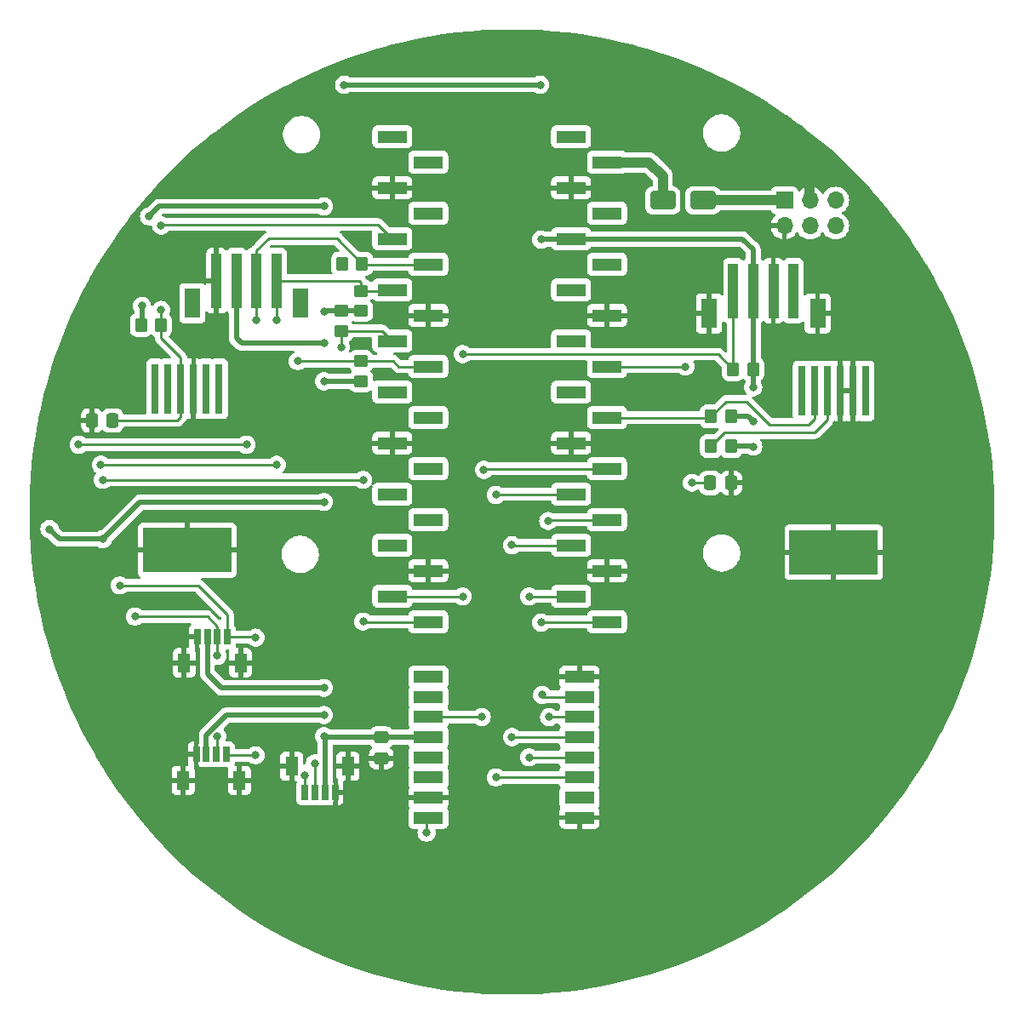
<source format=gbr>
%TF.GenerationSoftware,KiCad,Pcbnew,8.0.1*%
%TF.CreationDate,2024-04-03T12:02:44-06:00*%
%TF.ProjectId,weather_station_pico,77656174-6865-4725-9f73-746174696f6e,rev?*%
%TF.SameCoordinates,Original*%
%TF.FileFunction,Copper,L2,Bot*%
%TF.FilePolarity,Positive*%
%FSLAX46Y46*%
G04 Gerber Fmt 4.6, Leading zero omitted, Abs format (unit mm)*
G04 Created by KiCad (PCBNEW 8.0.1) date 2024-04-03 12:02:44*
%MOMM*%
%LPD*%
G01*
G04 APERTURE LIST*
G04 Aperture macros list*
%AMRoundRect*
0 Rectangle with rounded corners*
0 $1 Rounding radius*
0 $2 $3 $4 $5 $6 $7 $8 $9 X,Y pos of 4 corners*
0 Add a 4 corners polygon primitive as box body*
4,1,4,$2,$3,$4,$5,$6,$7,$8,$9,$2,$3,0*
0 Add four circle primitives for the rounded corners*
1,1,$1+$1,$2,$3*
1,1,$1+$1,$4,$5*
1,1,$1+$1,$6,$7*
1,1,$1+$1,$8,$9*
0 Add four rect primitives between the rounded corners*
20,1,$1+$1,$2,$3,$4,$5,0*
20,1,$1+$1,$4,$5,$6,$7,0*
20,1,$1+$1,$6,$7,$8,$9,0*
20,1,$1+$1,$8,$9,$2,$3,0*%
G04 Aperture macros list end*
%TA.AperFunction,SMDPad,CuDef*%
%ADD10R,0.660400X1.549400*%
%TD*%
%TA.AperFunction,SMDPad,CuDef*%
%ADD11R,1.295400X1.905000*%
%TD*%
%TA.AperFunction,ComponentPad*%
%ADD12R,1.700000X1.700000*%
%TD*%
%TA.AperFunction,ComponentPad*%
%ADD13O,1.700000X1.700000*%
%TD*%
%TA.AperFunction,SMDPad,CuDef*%
%ADD14RoundRect,0.250000X0.350000X0.450000X-0.350000X0.450000X-0.350000X-0.450000X0.350000X-0.450000X0*%
%TD*%
%TA.AperFunction,SMDPad,CuDef*%
%ADD15R,3.000000X1.200000*%
%TD*%
%TA.AperFunction,SMDPad,CuDef*%
%ADD16RoundRect,0.250000X-1.000000X-0.650000X1.000000X-0.650000X1.000000X0.650000X-1.000000X0.650000X0*%
%TD*%
%TA.AperFunction,SMDPad,CuDef*%
%ADD17RoundRect,0.250000X0.337500X0.475000X-0.337500X0.475000X-0.337500X-0.475000X0.337500X-0.475000X0*%
%TD*%
%TA.AperFunction,SMDPad,CuDef*%
%ADD18RoundRect,0.250000X-0.337500X-0.475000X0.337500X-0.475000X0.337500X0.475000X-0.337500X0.475000X0*%
%TD*%
%TA.AperFunction,SMDPad,CuDef*%
%ADD19RoundRect,0.250000X-0.350000X-0.450000X0.350000X-0.450000X0.350000X0.450000X-0.350000X0.450000X0*%
%TD*%
%TA.AperFunction,SMDPad,CuDef*%
%ADD20RoundRect,0.250000X-0.475000X0.337500X-0.475000X-0.337500X0.475000X-0.337500X0.475000X0.337500X0*%
%TD*%
%TA.AperFunction,SMDPad,CuDef*%
%ADD21R,8.788400X4.495800*%
%TD*%
%TA.AperFunction,SMDPad,CuDef*%
%ADD22R,0.762000X5.003800*%
%TD*%
%TA.AperFunction,SMDPad,CuDef*%
%ADD23RoundRect,0.250000X0.450000X-0.350000X0.450000X0.350000X-0.450000X0.350000X-0.450000X-0.350000X0*%
%TD*%
%TA.AperFunction,SMDPad,CuDef*%
%ADD24RoundRect,0.250000X-0.450000X0.350000X-0.450000X-0.350000X0.450000X-0.350000X0.450000X0.350000X0*%
%TD*%
%TA.AperFunction,SMDPad,CuDef*%
%ADD25R,0.990600X5.511800*%
%TD*%
%TA.AperFunction,SMDPad,CuDef*%
%ADD26R,1.600200X2.997200*%
%TD*%
%TA.AperFunction,SMDPad,CuDef*%
%ADD27R,2.959999X1.270000*%
%TD*%
%TA.AperFunction,ViaPad*%
%ADD28C,1.500000*%
%TD*%
%TA.AperFunction,ViaPad*%
%ADD29C,0.800000*%
%TD*%
%TA.AperFunction,Conductor*%
%ADD30C,1.000000*%
%TD*%
%TA.AperFunction,Conductor*%
%ADD31C,0.500000*%
%TD*%
%TA.AperFunction,Conductor*%
%ADD32C,0.250000*%
%TD*%
G04 APERTURE END LIST*
D10*
%TO.P,J2,1,Pin_1*%
%TO.N,GND*%
X116045000Y-131017799D03*
%TO.P,J2,2,Pin_2*%
%TO.N,+3.3V*%
X117045001Y-131017799D03*
%TO.P,J2,3,Pin_3*%
%TO.N,/I2C0_SDA*%
X118044999Y-131017799D03*
%TO.P,J2,4,Pin_4*%
%TO.N,/I2C0_SCL*%
X119045000Y-131017799D03*
D11*
%TO.P,J2,5*%
%TO.N,GND*%
X114745001Y-133597799D03*
%TO.P,J2,6*%
X120344999Y-133597799D03*
%TD*%
D12*
%TO.P,J9,1,Pin_1*%
%TO.N,/Battery Charger/Load+*%
X174545000Y-75900000D03*
D13*
%TO.P,J9,2,Pin_2*%
%TO.N,GND*%
X174545000Y-78440000D03*
%TO.P,J9,3,Pin_3*%
X177085000Y-75900000D03*
%TO.P,J9,4,Pin_4*%
%TO.N,/Battery Charger/SET*%
X177085000Y-78440000D03*
%TO.P,J9,5,Pin_5*%
%TO.N,/Battery Charger/~{FAULT}*%
X179625000Y-75900000D03*
%TO.P,J9,6,Pin_6*%
%TO.N,/Battery Charger/~{CHRG}*%
X179625000Y-78440000D03*
%TD*%
D14*
%TO.P,R5,1*%
%TO.N,+3.3V*%
X169245000Y-97400000D03*
%TO.P,R5,2*%
%TO.N,/WINDDIR_OUT*%
X167245000Y-97400000D03*
%TD*%
D15*
%TO.P,U2,1,GND*%
%TO.N,GND*%
X154145000Y-123300000D03*
%TO.P,U2,2,MISO*%
%TO.N,/RFM69 Radio/RFM69_MISO*%
X154145000Y-125300000D03*
%TO.P,U2,3,MOSI*%
%TO.N,/RFM69 Radio/RFM69_MOSI*%
X154145000Y-127300000D03*
%TO.P,U2,4,SCK*%
%TO.N,/RFM69 Radio/RFM69_CLK*%
X154145000Y-129300000D03*
%TO.P,U2,5,NSS*%
%TO.N,/RFM69 Radio/RFM69_CS*%
X154145000Y-131300000D03*
%TO.P,U2,6,RESET*%
%TO.N,/RFM69 Radio/RFM69_RESET*%
X154145000Y-133300000D03*
%TO.P,U2,7,DIO5*%
%TO.N,unconnected-(U2-DIO5-Pad7)*%
X154145000Y-135300000D03*
%TO.P,U2,8,GND__1*%
%TO.N,GND*%
X154145000Y-137300000D03*
%TO.P,U2,9,ANT*%
%TO.N,Net-(U2-ANT)*%
X139145000Y-137300000D03*
%TO.P,U2,10,GND__2*%
%TO.N,GND*%
X139145000Y-135300000D03*
%TO.P,U2,11,DIO3*%
%TO.N,unconnected-(U2-DIO3-Pad11)*%
X139145000Y-133300000D03*
%TO.P,U2,12,DIO4*%
%TO.N,unconnected-(U2-DIO4-Pad12)*%
X139145000Y-131300000D03*
%TO.P,U2,13,3.3V*%
%TO.N,+3.3V*%
X139145000Y-129300000D03*
%TO.P,U2,14,DIO0*%
%TO.N,/RFM69 Radio/RFM69_INTR*%
X139145000Y-127300000D03*
%TO.P,U2,15,DIO1*%
%TO.N,unconnected-(U2-DIO1-Pad15)*%
X139145000Y-125300000D03*
%TO.P,U2,16,DIO2*%
%TO.N,unconnected-(U2-DIO2-Pad16)*%
X139145000Y-123300000D03*
%TD*%
D16*
%TO.P,D1,1,K*%
%TO.N,Net-(D1-K)*%
X162445000Y-75900000D03*
%TO.P,D1,2,A*%
%TO.N,/Battery Charger/Load+*%
X166445000Y-75900000D03*
%TD*%
D14*
%TO.P,R6,1*%
%TO.N,+3.3V*%
X169245000Y-100350000D03*
%TO.P,R6,2*%
%TO.N,/WINDSPEED_TGR*%
X167245000Y-100350000D03*
%TD*%
D17*
%TO.P,C3,1*%
%TO.N,/RAIN_COUNT*%
X107720000Y-97800000D03*
%TO.P,C3,2*%
%TO.N,GND*%
X105645000Y-97800000D03*
%TD*%
D18*
%TO.P,C2,1*%
%TO.N,/WINDSPEED_TGR*%
X167170000Y-104000000D03*
%TO.P,C2,2*%
%TO.N,GND*%
X169245000Y-104000000D03*
%TD*%
D19*
%TO.P,R7,1*%
%TO.N,+3.3V*%
X110545000Y-88300000D03*
%TO.P,R7,2*%
%TO.N,/RAIN_COUNT*%
X112545000Y-88300000D03*
%TD*%
D20*
%TO.P,C1,1*%
%TO.N,+3.3V*%
X134445000Y-129325000D03*
%TO.P,C1,2*%
%TO.N,GND*%
X134445000Y-131400000D03*
%TD*%
D19*
%TO.P,R8,1*%
%TO.N,/ONE_WIRE*%
X169445000Y-92700000D03*
%TO.P,R8,2*%
%TO.N,+3.3V*%
X171445000Y-92700000D03*
%TD*%
D10*
%TO.P,J1,1,Pin_1*%
%TO.N,GND*%
X129845000Y-134782201D03*
%TO.P,J1,2,Pin_2*%
%TO.N,+3.3V*%
X128844999Y-134782201D03*
%TO.P,J1,3,Pin_3*%
%TO.N,/I2C1_SDA*%
X127845001Y-134782201D03*
%TO.P,J1,4,Pin_4*%
%TO.N,/I2C1_SCL*%
X126845000Y-134782201D03*
D11*
%TO.P,J1,5*%
%TO.N,GND*%
X131144999Y-132202201D03*
%TO.P,J1,6*%
X125545001Y-132202201D03*
%TD*%
D19*
%TO.P,R1,1*%
%TO.N,+3.3V*%
X130545000Y-82200000D03*
%TO.P,R1,2*%
%TO.N,/I2C0_SDA*%
X132545000Y-82200000D03*
%TD*%
D21*
%TO.P,J5,7*%
%TO.N,GND*%
X179445000Y-110900000D03*
D22*
%TO.P,J5,6,6*%
%TO.N,unconnected-(J5-Pad6)*%
X176270000Y-94849999D03*
%TO.P,J5,5,5*%
%TO.N,/WINDDIR_OUT*%
X177540000Y-94849999D03*
%TO.P,J5,4,4*%
%TO.N,/WINDSPEED_TGR*%
X178810000Y-94849999D03*
%TO.P,J5,3,3*%
%TO.N,GND*%
X180080000Y-94849999D03*
%TO.P,J5,2,2*%
X181350000Y-94849999D03*
%TO.P,J5,1,1*%
%TO.N,unconnected-(J5-Pad1)*%
X182620000Y-94849999D03*
%TD*%
D23*
%TO.P,R2,1*%
%TO.N,+3.3V*%
X132445000Y-86900000D03*
%TO.P,R2,2*%
%TO.N,/I2C0_SCL*%
X132445000Y-84900000D03*
%TD*%
D24*
%TO.P,R3,1*%
%TO.N,+3.3V*%
X130445000Y-86900000D03*
%TO.P,R3,2*%
%TO.N,/I2C1_SDA*%
X130445000Y-88900000D03*
%TD*%
D22*
%TO.P,J6,1,1*%
%TO.N,unconnected-(J6-Pad1)*%
X118320000Y-94649999D03*
%TO.P,J6,2,2*%
%TO.N,unconnected-(J6-Pad2)*%
X117050000Y-94649999D03*
%TO.P,J6,3,3*%
%TO.N,GND*%
X115780000Y-94649999D03*
%TO.P,J6,4,4*%
%TO.N,/RAIN_COUNT*%
X114510000Y-94649999D03*
%TO.P,J6,5,5*%
%TO.N,unconnected-(J6-Pad5)*%
X113240000Y-94649999D03*
%TO.P,J6,6,6*%
%TO.N,unconnected-(J6-Pad6)*%
X111970000Y-94649999D03*
D21*
%TO.P,J6,7*%
%TO.N,GND*%
X115145000Y-110700000D03*
%TD*%
D10*
%TO.P,J4,1,Pin_1*%
%TO.N,GND*%
X116145001Y-119320000D03*
%TO.P,J4,2,Pin_2*%
%TO.N,+3.3V*%
X117145002Y-119320000D03*
%TO.P,J4,3,Pin_3*%
%TO.N,/I2C0_SDA*%
X118145000Y-119320000D03*
%TO.P,J4,4,Pin_4*%
%TO.N,/I2C0_SCL*%
X119145001Y-119320000D03*
D11*
%TO.P,J4,5*%
%TO.N,GND*%
X114845002Y-121900000D03*
%TO.P,J4,6*%
X120445000Y-121900000D03*
%TD*%
D25*
%TO.P,J7,1,Pin_1*%
%TO.N,GND*%
X118045002Y-83900000D03*
%TO.P,J7,2,Pin_2*%
%TO.N,+3.3V*%
X120045000Y-83900000D03*
%TO.P,J7,3,Pin_3*%
%TO.N,/I2C0_SDA*%
X122045002Y-83900000D03*
%TO.P,J7,4,Pin_4*%
%TO.N,/I2C0_SCL*%
X124045000Y-83900000D03*
D26*
%TO.P,J7,5*%
%TO.N,N/C*%
X126445000Y-86150001D03*
%TO.P,J7,6*%
X115645002Y-86150001D03*
%TD*%
D23*
%TO.P,R4,1*%
%TO.N,+3.3V*%
X132445000Y-93900000D03*
%TO.P,R4,2*%
%TO.N,/I2C1_SCL*%
X132445000Y-91900000D03*
%TD*%
D25*
%TO.P,J8,1,Pin_1*%
%TO.N,/ONE_WIRE*%
X169445002Y-84900000D03*
%TO.P,J8,2,Pin_2*%
%TO.N,+3.3V*%
X171445000Y-84900000D03*
%TO.P,J8,3,Pin_3*%
%TO.N,GND*%
X173445002Y-84900000D03*
%TO.P,J8,4*%
%TO.N,N/C*%
X175445000Y-84900000D03*
D26*
%TO.P,J8,5*%
%TO.N,GND*%
X177845000Y-87150001D03*
%TO.P,J8,6*%
X167045002Y-87150001D03*
%TD*%
D27*
%TO.P,U1,1,GP0*%
%TO.N,unconnected-(U1-GP0-Pad1)*%
X135543499Y-69580000D03*
%TO.P,U1,2,GP1*%
%TO.N,unconnected-(U1-GP1-Pad2)*%
X139123500Y-72120000D03*
%TO.P,U1,3,GND*%
%TO.N,GND*%
X135543499Y-74660000D03*
%TO.P,U1,4,GP2*%
%TO.N,unconnected-(U1-GP2-Pad4)*%
X139123500Y-77200000D03*
%TO.P,U1,5,GP3*%
%TO.N,/RAIN_COUNT*%
X135543499Y-79740000D03*
%TO.P,U1,6,GP4*%
%TO.N,/I2C0_SDA*%
X139123500Y-82280000D03*
%TO.P,U1,7,GP5*%
%TO.N,/I2C0_SCL*%
X135543499Y-84820000D03*
%TO.P,U1,8,GND__1*%
%TO.N,GND*%
X139123500Y-87360000D03*
%TO.P,U1,9,GP6*%
%TO.N,/I2C1_SDA*%
X135543499Y-89900000D03*
%TO.P,U1,10,GP7*%
%TO.N,/I2C1_SCL*%
X139123500Y-92440000D03*
%TO.P,U1,11,GP8*%
%TO.N,unconnected-(U1-GP8-Pad11)*%
X135543499Y-94980000D03*
%TO.P,U1,12,GP9*%
%TO.N,unconnected-(U1-GP9-Pad12)*%
X139123500Y-97520000D03*
%TO.P,U1,13,GND__2*%
%TO.N,GND*%
X135543499Y-100060000D03*
%TO.P,U1,14,GP10*%
%TO.N,unconnected-(U1-GP10-Pad14)*%
X139123500Y-102600000D03*
%TO.P,U1,15,GP11*%
%TO.N,unconnected-(U1-GP11-Pad15)*%
X135543499Y-105140000D03*
%TO.P,U1,16,GP12*%
%TO.N,unconnected-(U1-GP12-Pad16)*%
X139123500Y-107680000D03*
%TO.P,U1,17,GP13*%
%TO.N,unconnected-(U1-GP13-Pad17)*%
X135543499Y-110220000D03*
%TO.P,U1,18,GND__3*%
%TO.N,GND*%
X139123500Y-112760000D03*
%TO.P,U1,19,GP14*%
%TO.N,/ONE_WIRE*%
X135543499Y-115300000D03*
%TO.P,U1,20,GP15*%
%TO.N,/LIGHT_INTR*%
X139123500Y-117840000D03*
%TO.P,U1,21,GP16*%
%TO.N,/RFM69 Radio/RFM69_MISO*%
X156903500Y-117840000D03*
%TO.P,U1,22,GP17*%
%TO.N,/RFM69 Radio/RFM69_CS*%
X153323499Y-115300000D03*
%TO.P,U1,23,GND__4*%
%TO.N,GND*%
X156903500Y-112760000D03*
%TO.P,U1,24,GP18*%
%TO.N,/RFM69 Radio/RFM69_CLK*%
X153323499Y-110220000D03*
%TO.P,U1,25,GP19*%
%TO.N,/RFM69 Radio/RFM69_MOSI*%
X156903500Y-107680000D03*
%TO.P,U1,26,GP20*%
%TO.N,/RFM69 Radio/RFM69_RESET*%
X153323499Y-105140000D03*
%TO.P,U1,27,GP21*%
%TO.N,/RFM69 Radio/RFM69_INTR*%
X156903500Y-102600000D03*
%TO.P,U1,28,GND__5*%
%TO.N,GND*%
X153323499Y-100060000D03*
%TO.P,U1,29,GP22*%
%TO.N,/WINDDIR_OUT*%
X156903500Y-97520000D03*
%TO.P,U1,30,~{RUN}*%
%TO.N,unconnected-(U1-~{RUN}-Pad30)*%
X153323499Y-94980000D03*
%TO.P,U1,31,GP26*%
%TO.N,/WINDSPEED_TGR*%
X156903500Y-92440000D03*
%TO.P,U1,32,GP27*%
%TO.N,unconnected-(U1-GP27-Pad32)*%
X153323499Y-89900000D03*
%TO.P,U1,33,AGND*%
%TO.N,GND*%
X156903500Y-87360000D03*
%TO.P,U1,34,GP28*%
%TO.N,unconnected-(U1-GP28-Pad34)*%
X153323499Y-84820000D03*
%TO.P,U1,35,ADC_VREF*%
%TO.N,unconnected-(U1-ADC_VREF-Pad35)*%
X156903500Y-82280000D03*
%TO.P,U1,36,3V3_OUT*%
%TO.N,+3.3V*%
X153323499Y-79740000D03*
%TO.P,U1,37,3V3_EN*%
%TO.N,unconnected-(U1-3V3_EN-Pad37)*%
X156903500Y-77200000D03*
%TO.P,U1,38,GND__6*%
%TO.N,GND*%
X153323499Y-74660000D03*
%TO.P,U1,39,VSYS*%
%TO.N,Net-(D1-K)*%
X156903500Y-72120000D03*
%TO.P,U1,40,VBUS*%
%TO.N,unconnected-(U1-VBUS-Pad40)*%
X153323499Y-69580000D03*
%TD*%
D28*
%TO.N,GND*%
X182545000Y-81400000D03*
X177045000Y-73400000D03*
D29*
X139145000Y-114200000D03*
X136645000Y-112700000D03*
X139045000Y-111100000D03*
X135545000Y-101900000D03*
X135545000Y-98200000D03*
X132845000Y-100000000D03*
X138145000Y-100000000D03*
X153345000Y-98200000D03*
X150645000Y-100100000D03*
X155945000Y-100000000D03*
X135545000Y-76500000D03*
X135545000Y-72800000D03*
X132745000Y-74700000D03*
X138345000Y-74700000D03*
X153445000Y-76900000D03*
X153345000Y-72300000D03*
X155845000Y-74700000D03*
X111645000Y-81300000D03*
X102545000Y-104900000D03*
X129545000Y-138300000D03*
X113945000Y-115800000D03*
X121245000Y-110700000D03*
X115145000Y-107300000D03*
X103845000Y-97800000D03*
X105545000Y-95900000D03*
X117245000Y-90000000D03*
X114145000Y-80000000D03*
X172845000Y-111000000D03*
X179445000Y-116400000D03*
X179545000Y-107200000D03*
X185545000Y-110900000D03*
X153945000Y-112800000D03*
X159745000Y-112800000D03*
X156945000Y-110900000D03*
X132445000Y-90000000D03*
X125445000Y-82700000D03*
%TO.N,/I2C1_SDA*%
X127845000Y-131900000D03*
X130445000Y-90500000D03*
%TO.N,/I2C1_SCL*%
X126845000Y-133100000D03*
X126145000Y-91900000D03*
%TO.N,+3.3V*%
X128745000Y-93900000D03*
X101445000Y-108600000D03*
X106745000Y-109600000D03*
X128745000Y-105900000D03*
X128745000Y-124400000D03*
X128745000Y-127100000D03*
%TO.N,Net-(U2-ANT)*%
X138945000Y-138800000D03*
%TO.N,GND*%
X116445000Y-98700000D03*
%TO.N,+3.3V*%
X128745000Y-90100000D03*
X128745000Y-87000000D03*
X128745000Y-129200000D03*
%TO.N,/I2C0_SDA*%
X118145000Y-129200000D03*
X118145000Y-121200000D03*
%TO.N,/I2C0_SCL*%
X121945000Y-131100000D03*
X121945000Y-119400000D03*
%TO.N,/I2C0_SDA*%
X109945000Y-117300000D03*
%TO.N,/I2C0_SCL*%
X108445000Y-114200000D03*
%TO.N,/I2C0_SDA*%
X104345000Y-100200000D03*
X122045000Y-87800000D03*
X121045000Y-100200000D03*
%TO.N,/I2C0_SCL*%
X106545000Y-102200000D03*
X124045000Y-102200000D03*
X124045000Y-87800000D03*
%TO.N,+3.3V*%
X110645000Y-86400000D03*
X111345000Y-77500000D03*
X128745000Y-76500000D03*
X130745000Y-64400000D03*
X150245000Y-64400000D03*
X150345000Y-79800000D03*
%TO.N,/ONE_WIRE*%
X142545000Y-91200000D03*
X142545000Y-115300000D03*
%TO.N,/RAIN_COUNT*%
X112545000Y-86800000D03*
X112545000Y-78400000D03*
%TO.N,/LIGHT_INTR*%
X106745000Y-103700000D03*
X132645000Y-103700000D03*
X132645000Y-117800000D03*
%TO.N,/RFM69 Radio/RFM69_MOSI*%
X151145000Y-127300000D03*
X151045000Y-107800000D03*
%TO.N,/RFM69 Radio/RFM69_INTR*%
X144645000Y-102700000D03*
X144445000Y-127300000D03*
%TO.N,/RFM69 Radio/RFM69_RESET*%
X145845000Y-133300000D03*
X145845000Y-105200000D03*
%TO.N,/RFM69 Radio/RFM69_CLK*%
X147445000Y-110200000D03*
X147445000Y-129300000D03*
%TO.N,/RFM69 Radio/RFM69_CS*%
X149145000Y-115300000D03*
X149145000Y-131300000D03*
%TO.N,/RFM69 Radio/RFM69_MISO*%
X150345000Y-117900000D03*
X150445000Y-125100000D03*
%TO.N,/WINDSPEED_TGR*%
X165345000Y-104000000D03*
X164685000Y-92440000D03*
%TO.N,+3.3V*%
X171445000Y-97900000D03*
X171445000Y-100400000D03*
X171445000Y-94500000D03*
%TD*%
D30*
%TO.N,GND*%
X177045000Y-75860000D02*
X177045000Y-73400000D01*
X177085000Y-75900000D02*
X177045000Y-75860000D01*
%TO.N,/Battery Charger/Load+*%
X166445000Y-75900000D02*
X174545000Y-75900000D01*
D31*
%TO.N,+3.3V*%
X117145002Y-123000002D02*
X118545000Y-124400000D01*
X117145002Y-119320000D02*
X117145002Y-123000002D01*
X118545000Y-124400000D02*
X128745000Y-124400000D01*
D32*
%TO.N,/I2C1_SDA*%
X127845000Y-131900000D02*
X127845001Y-134782201D01*
X130445000Y-88900000D02*
X130445000Y-90500000D01*
%TO.N,/I2C1_SCL*%
X126845000Y-133100000D02*
X126845000Y-134782201D01*
X130745000Y-91900000D02*
X126145000Y-91900000D01*
X130945000Y-91900000D02*
X130745000Y-91900000D01*
X132445000Y-91900000D02*
X130945000Y-91900000D01*
D31*
%TO.N,+3.3V*%
X132445000Y-93900000D02*
X128745000Y-93900000D01*
X102445000Y-109600000D02*
X101445000Y-108600000D01*
X106745000Y-109600000D02*
X102445000Y-109600000D01*
X110445000Y-105900000D02*
X106745000Y-109600000D01*
X128745000Y-105900000D02*
X110445000Y-105900000D01*
X119042918Y-127100000D02*
X128745000Y-127100000D01*
X117045001Y-131017799D02*
X117045001Y-129097917D01*
X117045001Y-129097917D02*
X119042918Y-127100000D01*
D32*
%TO.N,Net-(U2-ANT)*%
X138945000Y-138800000D02*
X138945000Y-137500000D01*
X138945000Y-137500000D02*
X139145000Y-137300000D01*
D31*
%TO.N,GND*%
X115780000Y-98035000D02*
X116445000Y-98700000D01*
X115780000Y-94649999D02*
X115780000Y-98035000D01*
%TO.N,+3.3V*%
X120045000Y-83900000D02*
X120045000Y-89600000D01*
X120545000Y-90100000D02*
X128745000Y-90100000D01*
X120045000Y-89600000D02*
X120545000Y-90100000D01*
X128845000Y-86900000D02*
X128745000Y-87000000D01*
X130445000Y-86900000D02*
X128845000Y-86900000D01*
D32*
%TO.N,/I2C1_SCL*%
X136185000Y-92440000D02*
X139123500Y-92440000D01*
X135645000Y-91900000D02*
X136185000Y-92440000D01*
X132445000Y-91900000D02*
X135645000Y-91900000D01*
D31*
%TO.N,+3.3V*%
X128844999Y-134782201D02*
X128845000Y-129300000D01*
X128745000Y-129200000D02*
X128845000Y-129300000D01*
X128845000Y-129300000D02*
X139145000Y-129300000D01*
D32*
%TO.N,/I2C0_SDA*%
X118145000Y-129200000D02*
X118145000Y-130917798D01*
X118145000Y-130917798D02*
X118044999Y-131017799D01*
%TO.N,/I2C0_SCL*%
X119127201Y-131100000D02*
X119045000Y-131017799D01*
X121945000Y-131100000D02*
X119127201Y-131100000D01*
%TO.N,/I2C0_SDA*%
X118145000Y-119320000D02*
X118145000Y-121200000D01*
%TO.N,/I2C0_SCL*%
X121865000Y-119320000D02*
X121945000Y-119400000D01*
X119145001Y-119320000D02*
X121865000Y-119320000D01*
X119145001Y-117100001D02*
X119145001Y-119320000D01*
X116245000Y-114200000D02*
X119145001Y-117100001D01*
X108445000Y-114200000D02*
X116245000Y-114200000D01*
%TO.N,/I2C0_SDA*%
X117149700Y-117300000D02*
X109945000Y-117300000D01*
X118145000Y-118295300D02*
X117149700Y-117300000D01*
X118145000Y-119320000D02*
X118145000Y-118295300D01*
%TO.N,/LIGHT_INTR*%
X132645000Y-103700000D02*
X106745000Y-103700000D01*
%TO.N,/I2C0_SDA*%
X121045000Y-100200000D02*
X104345000Y-100200000D01*
X122045002Y-87799998D02*
X122045000Y-87800000D01*
X122045002Y-83900000D02*
X122045002Y-87799998D01*
%TO.N,/I2C0_SCL*%
X124045000Y-102200000D02*
X106545000Y-102200000D01*
X124045000Y-83900000D02*
X124045000Y-87800000D01*
D31*
%TO.N,+3.3V*%
X110645000Y-88200000D02*
X110545000Y-88300000D01*
X110645000Y-86400000D02*
X110645000Y-88200000D01*
X112345000Y-76500000D02*
X111345000Y-77500000D01*
X128745000Y-76500000D02*
X112345000Y-76500000D01*
X134045000Y-64400000D02*
X130745000Y-64400000D01*
X150405000Y-79740000D02*
X150345000Y-79800000D01*
X153323499Y-79740000D02*
X150405000Y-79740000D01*
X150245000Y-64400000D02*
X134045000Y-64400000D01*
D32*
%TO.N,/I2C0_SDA*%
X132725000Y-82280000D02*
X139123500Y-82280000D01*
X132645000Y-82200000D02*
X132725000Y-82280000D01*
X132545000Y-82200000D02*
X132645000Y-82200000D01*
%TO.N,/RAIN_COUNT*%
X114510000Y-91565000D02*
X114510000Y-94649999D01*
X112545000Y-89600000D02*
X114510000Y-91565000D01*
X112545000Y-88300000D02*
X112545000Y-89600000D01*
%TO.N,/I2C0_SDA*%
X123245000Y-79700000D02*
X122045002Y-80899998D01*
X130045000Y-79700000D02*
X123245000Y-79700000D01*
X132545000Y-82200000D02*
X130045000Y-79700000D01*
X122045002Y-80899998D02*
X122045002Y-83900000D01*
%TO.N,/RAIN_COUNT*%
X112645000Y-78300000D02*
X134103499Y-78300000D01*
X112545000Y-78400000D02*
X112645000Y-78300000D01*
X134103499Y-78300000D02*
X135543499Y-79740000D01*
%TO.N,/I2C0_SCL*%
X132445000Y-84100000D02*
X132245000Y-83900000D01*
X132445000Y-84900000D02*
X132445000Y-84100000D01*
X132245000Y-83900000D02*
X124045000Y-83900000D01*
%TO.N,/ONE_WIRE*%
X169445002Y-84900000D02*
X169445002Y-92699998D01*
X169445002Y-92699998D02*
X169445000Y-92700000D01*
X167945000Y-91200000D02*
X169445000Y-92700000D01*
X142545000Y-91200000D02*
X167945000Y-91200000D01*
X135543499Y-115300000D02*
X142545000Y-115300000D01*
%TO.N,/RAIN_COUNT*%
X114145000Y-97800000D02*
X107720000Y-97800000D01*
X114510000Y-97435000D02*
X114145000Y-97800000D01*
X114510000Y-94649999D02*
X114510000Y-97435000D01*
X112545000Y-86800000D02*
X112545000Y-88300000D01*
%TO.N,/I2C1_SDA*%
X134543499Y-88900000D02*
X130445000Y-88900000D01*
X135543499Y-89900000D02*
X134543499Y-88900000D01*
D31*
%TO.N,+3.3V*%
X130445000Y-86900000D02*
X132445000Y-86900000D01*
D32*
%TO.N,/I2C0_SCL*%
X135463499Y-84900000D02*
X135543499Y-84820000D01*
X132445000Y-84900000D02*
X135463499Y-84900000D01*
%TO.N,/LIGHT_INTR*%
X132685000Y-117840000D02*
X132645000Y-117800000D01*
X139123500Y-117840000D02*
X132685000Y-117840000D01*
%TO.N,/RFM69 Radio/RFM69_MOSI*%
X151145000Y-127300000D02*
X154145000Y-127300000D01*
X151165000Y-107680000D02*
X151045000Y-107800000D01*
X156903500Y-107680000D02*
X151165000Y-107680000D01*
%TO.N,/RFM69 Radio/RFM69_INTR*%
X144445000Y-127300000D02*
X139145000Y-127300000D01*
X144745000Y-102600000D02*
X144645000Y-102700000D01*
X156903500Y-102600000D02*
X144745000Y-102600000D01*
%TO.N,/RFM69 Radio/RFM69_RESET*%
X154145000Y-133300000D02*
X145845000Y-133300000D01*
X153323499Y-105140000D02*
X145905000Y-105140000D01*
X145905000Y-105140000D02*
X145845000Y-105200000D01*
%TO.N,/RFM69 Radio/RFM69_CLK*%
X147445000Y-129300000D02*
X154145000Y-129300000D01*
X147465000Y-110220000D02*
X147445000Y-110200000D01*
X153323499Y-110220000D02*
X147465000Y-110220000D01*
%TO.N,/RFM69 Radio/RFM69_CS*%
X149145000Y-131300000D02*
X154145000Y-131300000D01*
X153323499Y-115300000D02*
X149145000Y-115300000D01*
%TO.N,/RFM69 Radio/RFM69_MISO*%
X150645000Y-125300000D02*
X154145000Y-125300000D01*
X150445000Y-125100000D02*
X150645000Y-125300000D01*
X150405000Y-117840000D02*
X150345000Y-117900000D01*
X156903500Y-117840000D02*
X150405000Y-117840000D01*
%TO.N,/WINDSPEED_TGR*%
X164685000Y-92440000D02*
X156903500Y-92440000D01*
X167170000Y-104000000D02*
X165345000Y-104000000D01*
D31*
%TO.N,+3.3V*%
X170945000Y-97400000D02*
X171445000Y-97900000D01*
X169245000Y-97400000D02*
X170945000Y-97400000D01*
X171395000Y-100350000D02*
X171445000Y-100400000D01*
X169245000Y-100350000D02*
X171395000Y-100350000D01*
D32*
%TO.N,/WINDDIR_OUT*%
X177540000Y-97605000D02*
X177540000Y-94849999D01*
X176945000Y-98200000D02*
X177540000Y-97605000D01*
X173037099Y-98200000D02*
X176945000Y-98200000D01*
X168745000Y-95900000D02*
X170737099Y-95900000D01*
X170737099Y-95900000D02*
X173037099Y-98200000D01*
X167245000Y-97400000D02*
X168745000Y-95900000D01*
%TO.N,/WINDSPEED_TGR*%
X177545000Y-99000000D02*
X168595000Y-99000000D01*
X168595000Y-99000000D02*
X167245000Y-100350000D01*
X178810000Y-94849999D02*
X178810000Y-97735000D01*
X178810000Y-97735000D02*
X177545000Y-99000000D01*
%TO.N,/WINDDIR_OUT*%
X167125000Y-97520000D02*
X167245000Y-97400000D01*
X156903500Y-97520000D02*
X167125000Y-97520000D01*
D31*
%TO.N,+3.3V*%
X171445000Y-92700000D02*
X171445000Y-94500000D01*
X171445000Y-84900000D02*
X171445000Y-92700000D01*
X171445000Y-80800000D02*
X171445000Y-84900000D01*
X170385000Y-79740000D02*
X171445000Y-80800000D01*
X153323499Y-79740000D02*
X170385000Y-79740000D01*
D30*
%TO.N,Net-(D1-K)*%
X162445000Y-73500000D02*
X162445000Y-75900000D01*
X161065000Y-72120000D02*
X162445000Y-73500000D01*
X156903500Y-72120000D02*
X161065000Y-72120000D01*
%TD*%
%TA.AperFunction,Conductor*%
%TO.N,GND*%
G36*
X133506038Y-89545185D02*
G01*
X133551793Y-89597989D01*
X133562999Y-89649500D01*
X133562999Y-90582870D01*
X133563000Y-90582876D01*
X133569407Y-90642483D01*
X133619701Y-90777328D01*
X133619705Y-90777335D01*
X133705951Y-90892544D01*
X133705954Y-90892547D01*
X133821163Y-90978793D01*
X133821170Y-90978797D01*
X133956010Y-91029089D01*
X133956011Y-91029089D01*
X133956016Y-91029091D01*
X133956020Y-91029091D01*
X133959112Y-91029822D01*
X133961270Y-91031050D01*
X133963284Y-91031802D01*
X133963162Y-91032128D01*
X134019829Y-91064394D01*
X134052216Y-91126304D01*
X134045992Y-91195896D01*
X134003131Y-91251075D01*
X133937242Y-91274322D01*
X133930600Y-91274500D01*
X133676058Y-91274500D01*
X133609019Y-91254815D01*
X133570519Y-91215597D01*
X133560899Y-91200000D01*
X133487712Y-91081344D01*
X133363656Y-90957288D01*
X133255454Y-90890549D01*
X133214336Y-90865187D01*
X133214331Y-90865185D01*
X133205326Y-90862201D01*
X133047797Y-90810001D01*
X133047795Y-90810000D01*
X132945010Y-90799500D01*
X131944998Y-90799500D01*
X131944980Y-90799501D01*
X131842203Y-90810000D01*
X131842200Y-90810001D01*
X131675668Y-90865185D01*
X131675663Y-90865187D01*
X131526345Y-90957287D01*
X131469404Y-91014228D01*
X131408080Y-91047712D01*
X131338389Y-91042727D01*
X131282455Y-91000856D01*
X131258039Y-90935391D01*
X131271187Y-90874948D01*
X131269538Y-90874214D01*
X131272174Y-90868292D01*
X131272179Y-90868284D01*
X131330674Y-90688256D01*
X131350460Y-90500000D01*
X131330674Y-90311744D01*
X131272179Y-90131716D01*
X131233381Y-90064517D01*
X131216909Y-89996618D01*
X131239762Y-89930591D01*
X131275669Y-89896982D01*
X131363656Y-89842712D01*
X131487712Y-89718656D01*
X131570519Y-89584402D01*
X131622467Y-89537679D01*
X131676058Y-89525500D01*
X133438999Y-89525500D01*
X133506038Y-89545185D01*
G37*
%TD.AperFunction*%
%TA.AperFunction,Conductor*%
G36*
X129801587Y-80345185D02*
G01*
X129822229Y-80361819D01*
X130248229Y-80787819D01*
X130281714Y-80849142D01*
X130276730Y-80918834D01*
X130234858Y-80974767D01*
X130169394Y-80999184D01*
X130160555Y-80999500D01*
X130145002Y-80999500D01*
X130144980Y-80999501D01*
X130042203Y-81010000D01*
X130042200Y-81010001D01*
X129875668Y-81065185D01*
X129875663Y-81065187D01*
X129726342Y-81157289D01*
X129602289Y-81281342D01*
X129510187Y-81430663D01*
X129510186Y-81430666D01*
X129455001Y-81597203D01*
X129455001Y-81597204D01*
X129455000Y-81597204D01*
X129444500Y-81699983D01*
X129444500Y-82700001D01*
X129444501Y-82700019D01*
X129455000Y-82802796D01*
X129455001Y-82802799D01*
X129489033Y-82905500D01*
X129510186Y-82969334D01*
X129544999Y-83025776D01*
X129581778Y-83085403D01*
X129600218Y-83152796D01*
X129579295Y-83219459D01*
X129525653Y-83264229D01*
X129476239Y-83274500D01*
X125164799Y-83274500D01*
X125097760Y-83254815D01*
X125052005Y-83202011D01*
X125040799Y-83150500D01*
X125040799Y-81096229D01*
X125040798Y-81096223D01*
X125034391Y-81036616D01*
X124984097Y-80901771D01*
X124984093Y-80901764D01*
X124897847Y-80786555D01*
X124897844Y-80786552D01*
X124782635Y-80700306D01*
X124782628Y-80700302D01*
X124647782Y-80650008D01*
X124647783Y-80650008D01*
X124588183Y-80643601D01*
X124588181Y-80643600D01*
X124588173Y-80643600D01*
X124588164Y-80643600D01*
X123501829Y-80643600D01*
X123501819Y-80643601D01*
X123497412Y-80644075D01*
X123428654Y-80631663D01*
X123377521Y-80584048D01*
X123360247Y-80516347D01*
X123382318Y-80450055D01*
X123396477Y-80433112D01*
X123467774Y-80361816D01*
X123529096Y-80328334D01*
X123555453Y-80325500D01*
X129734548Y-80325500D01*
X129801587Y-80345185D01*
G37*
%TD.AperFunction*%
%TA.AperFunction,Conductor*%
G36*
X148826564Y-58917418D02*
G01*
X148830103Y-58917520D01*
X150208795Y-58977162D01*
X150212245Y-58977361D01*
X151588645Y-59076709D01*
X151592118Y-59077010D01*
X152965111Y-59215985D01*
X152968577Y-59216387D01*
X154337009Y-59394872D01*
X154340457Y-59395373D01*
X155703108Y-59613210D01*
X155706560Y-59613813D01*
X157062388Y-59870831D01*
X157065816Y-59871532D01*
X158413706Y-60167523D01*
X158417083Y-60168316D01*
X159755810Y-60503009D01*
X159759236Y-60503917D01*
X161087797Y-60877061D01*
X161091203Y-60878071D01*
X162408424Y-61289335D01*
X162411754Y-61290427D01*
X163716639Y-61739501D01*
X163719935Y-61740689D01*
X164596474Y-62070895D01*
X165011267Y-62227155D01*
X165014593Y-62228463D01*
X166291354Y-62751934D01*
X166294636Y-62753335D01*
X167555798Y-63313389D01*
X167558963Y-63314848D01*
X168803547Y-63911055D01*
X168806719Y-63912632D01*
X170033495Y-64544401D01*
X170036603Y-64546058D01*
X171244703Y-65212940D01*
X171247794Y-65214705D01*
X172436199Y-65916139D01*
X172439196Y-65917967D01*
X173606862Y-66653338D01*
X173609850Y-66655281D01*
X174691981Y-67381161D01*
X174755805Y-67423973D01*
X174758736Y-67426000D01*
X175132674Y-67692773D01*
X175882109Y-68227430D01*
X175884988Y-68229548D01*
X176168631Y-68444501D01*
X176894008Y-68994214D01*
X176984736Y-69062970D01*
X176987553Y-69065169D01*
X178062859Y-69929965D01*
X178065612Y-69932245D01*
X179115556Y-70827674D01*
X179118241Y-70830032D01*
X180141907Y-71755313D01*
X180144524Y-71757747D01*
X181141150Y-72712191D01*
X181143695Y-72714700D01*
X181450620Y-73026080D01*
X182112391Y-73697457D01*
X182114815Y-73699988D01*
X183038226Y-74692452D01*
X183054807Y-74710273D01*
X183057197Y-74712917D01*
X183334665Y-75028926D01*
X183967653Y-75749838D01*
X183969972Y-75752557D01*
X184850168Y-76815282D01*
X184852408Y-76818067D01*
X185276426Y-77361144D01*
X185683778Y-77882876D01*
X185701634Y-77905745D01*
X185703787Y-77908588D01*
X185753608Y-77976335D01*
X186521271Y-79020226D01*
X186523347Y-79023135D01*
X187001280Y-79713901D01*
X187191105Y-79988259D01*
X187308490Y-80157917D01*
X187310477Y-80160879D01*
X188042853Y-81287455D01*
X188062595Y-81317822D01*
X188064489Y-81320830D01*
X188387512Y-81850522D01*
X188782940Y-82498945D01*
X188784757Y-82502023D01*
X189468960Y-83700354D01*
X189470687Y-83703482D01*
X190120085Y-84921058D01*
X190121721Y-84924236D01*
X190735741Y-86159978D01*
X190737284Y-86163200D01*
X191309287Y-87402795D01*
X191315452Y-87416154D01*
X191316870Y-87419346D01*
X191858723Y-88688518D01*
X191860061Y-88691783D01*
X192365086Y-89975972D01*
X192366346Y-89979317D01*
X192834142Y-91277500D01*
X192835305Y-91280879D01*
X193265504Y-92592024D01*
X193266569Y-92595436D01*
X193658790Y-93918384D01*
X193659757Y-93921824D01*
X194013714Y-95255615D01*
X194014580Y-95259082D01*
X194329931Y-96602428D01*
X194330698Y-96605919D01*
X194607220Y-97957865D01*
X194607885Y-97961376D01*
X194845318Y-99320649D01*
X194845883Y-99324178D01*
X195044059Y-100689815D01*
X195044521Y-100693359D01*
X195203254Y-102064091D01*
X195203614Y-102067647D01*
X195322780Y-103442406D01*
X195323037Y-103445970D01*
X195402536Y-104823590D01*
X195402690Y-104827161D01*
X195442462Y-106206685D01*
X195442513Y-106209811D01*
X195444998Y-106899553D01*
X195444998Y-106900447D01*
X195442513Y-107590188D01*
X195442462Y-107593314D01*
X195402690Y-108972838D01*
X195402536Y-108976409D01*
X195323037Y-110354029D01*
X195322780Y-110357593D01*
X195203614Y-111732352D01*
X195203254Y-111735908D01*
X195044521Y-113106640D01*
X195044059Y-113110184D01*
X194845883Y-114475821D01*
X194845318Y-114479350D01*
X194607885Y-115838623D01*
X194607220Y-115842134D01*
X194330698Y-117194080D01*
X194329931Y-117197571D01*
X194014580Y-118540917D01*
X194013714Y-118544384D01*
X193659757Y-119878175D01*
X193658790Y-119881615D01*
X193266569Y-121204563D01*
X193265504Y-121207975D01*
X192835305Y-122519120D01*
X192834142Y-122522499D01*
X192366346Y-123820682D01*
X192365086Y-123824027D01*
X191860061Y-125108216D01*
X191858712Y-125111505D01*
X191316881Y-126380628D01*
X191315452Y-126383845D01*
X190737285Y-127636798D01*
X190735741Y-127640021D01*
X190121721Y-128875763D01*
X190120085Y-128878941D01*
X189470687Y-130096517D01*
X189468960Y-130099645D01*
X188784757Y-131297976D01*
X188782940Y-131301054D01*
X188064499Y-132479153D01*
X188062595Y-132482177D01*
X187310481Y-133639114D01*
X187308490Y-133642082D01*
X186523347Y-134776864D01*
X186521271Y-134779773D01*
X185703792Y-135891405D01*
X185701634Y-135894254D01*
X184852408Y-136981932D01*
X184850168Y-136984717D01*
X183969972Y-138047442D01*
X183967653Y-138050161D01*
X183057203Y-139087075D01*
X183054807Y-139089726D01*
X182114839Y-140099986D01*
X182112367Y-140102567D01*
X181143695Y-141085299D01*
X181141150Y-141087808D01*
X180144524Y-142042252D01*
X180141907Y-142044686D01*
X179118241Y-142969967D01*
X179115556Y-142972325D01*
X178065612Y-143867754D01*
X178062859Y-143870034D01*
X176987553Y-144734830D01*
X176984736Y-144737029D01*
X175884988Y-145570451D01*
X175882109Y-145572569D01*
X174758744Y-146373993D01*
X174755805Y-146376026D01*
X173609858Y-147144713D01*
X173606862Y-147146661D01*
X172439223Y-147882015D01*
X172436172Y-147883876D01*
X171247807Y-148585287D01*
X171244703Y-148587059D01*
X170036625Y-149253929D01*
X170033472Y-149255610D01*
X168806720Y-149887366D01*
X168803520Y-149888957D01*
X167559016Y-150485126D01*
X167555770Y-150486623D01*
X166294640Y-151046662D01*
X166291354Y-151048065D01*
X165014593Y-151571536D01*
X165011267Y-151572844D01*
X163719968Y-152059298D01*
X163716606Y-152060510D01*
X162411786Y-152509561D01*
X162408390Y-152510675D01*
X161091213Y-152921925D01*
X161087787Y-152922941D01*
X159759250Y-153296078D01*
X159755795Y-153296994D01*
X158417134Y-153631671D01*
X158413655Y-153632488D01*
X157065852Y-153928459D01*
X157062351Y-153929175D01*
X155706594Y-154186180D01*
X155703073Y-154186795D01*
X154340501Y-154404619D01*
X154336965Y-154405133D01*
X152968619Y-154583607D01*
X152965069Y-154584018D01*
X151592162Y-154722985D01*
X151588601Y-154723293D01*
X150212304Y-154822634D01*
X150208736Y-154822840D01*
X148830119Y-154882478D01*
X148826547Y-154882581D01*
X147446787Y-154902467D01*
X147443213Y-154902467D01*
X146063452Y-154882581D01*
X146059880Y-154882478D01*
X144681263Y-154822840D01*
X144677695Y-154822634D01*
X143301398Y-154723293D01*
X143297837Y-154722985D01*
X141924930Y-154584018D01*
X141921380Y-154583607D01*
X140553034Y-154405133D01*
X140549498Y-154404619D01*
X139186926Y-154186795D01*
X139183405Y-154186180D01*
X137827648Y-153929175D01*
X137824147Y-153928459D01*
X136476344Y-153632488D01*
X136472865Y-153631671D01*
X135134204Y-153296994D01*
X135130749Y-153296078D01*
X133802212Y-152922941D01*
X133798786Y-152921925D01*
X132481609Y-152510675D01*
X132478213Y-152509561D01*
X131173393Y-152060510D01*
X131170031Y-152059298D01*
X129878732Y-151572844D01*
X129875406Y-151571536D01*
X128598645Y-151048065D01*
X128595359Y-151046662D01*
X127334229Y-150486623D01*
X127331006Y-150485136D01*
X126086479Y-149888957D01*
X126083279Y-149887366D01*
X124856527Y-149255610D01*
X124853374Y-149253929D01*
X123645296Y-148587059D01*
X123642192Y-148585287D01*
X122453827Y-147883876D01*
X122450776Y-147882015D01*
X121283137Y-147146661D01*
X121280141Y-147144713D01*
X120134194Y-146376026D01*
X120131255Y-146373993D01*
X119007890Y-145572569D01*
X119005011Y-145570451D01*
X117905263Y-144737029D01*
X117902446Y-144734830D01*
X116827140Y-143870034D01*
X116824387Y-143867754D01*
X115774443Y-142972325D01*
X115771758Y-142969967D01*
X114748092Y-142044686D01*
X114745475Y-142042252D01*
X113748849Y-141087808D01*
X113746304Y-141085299D01*
X113281783Y-140614036D01*
X112777607Y-140102540D01*
X112775185Y-140100012D01*
X111835182Y-139089715D01*
X111832796Y-139087075D01*
X110922346Y-138050161D01*
X110920027Y-138047442D01*
X110837557Y-137947870D01*
X137144500Y-137947870D01*
X137144501Y-137947876D01*
X137150908Y-138007483D01*
X137201202Y-138142328D01*
X137201206Y-138142335D01*
X137287452Y-138257544D01*
X137287455Y-138257547D01*
X137402664Y-138343793D01*
X137402671Y-138343797D01*
X137447618Y-138360561D01*
X137537517Y-138394091D01*
X137597127Y-138400500D01*
X137957293Y-138400499D01*
X138024331Y-138420183D01*
X138070086Y-138472987D01*
X138080030Y-138542146D01*
X138075223Y-138562816D01*
X138059327Y-138611739D01*
X138059326Y-138611741D01*
X138059326Y-138611744D01*
X138039540Y-138800000D01*
X138059326Y-138988256D01*
X138059327Y-138988259D01*
X138117818Y-139168277D01*
X138117821Y-139168284D01*
X138212467Y-139332216D01*
X138339129Y-139472888D01*
X138492265Y-139584148D01*
X138492270Y-139584151D01*
X138665192Y-139661142D01*
X138665197Y-139661144D01*
X138850354Y-139700500D01*
X138850355Y-139700500D01*
X139039644Y-139700500D01*
X139039646Y-139700500D01*
X139224803Y-139661144D01*
X139397730Y-139584151D01*
X139550871Y-139472888D01*
X139677533Y-139332216D01*
X139772179Y-139168284D01*
X139830674Y-138988256D01*
X139850460Y-138800000D01*
X139830674Y-138611744D01*
X139825453Y-138595675D01*
X139814777Y-138562816D01*
X139812782Y-138492975D01*
X139848863Y-138433143D01*
X139911564Y-138402315D01*
X139932708Y-138400499D01*
X140692871Y-138400499D01*
X140692872Y-138400499D01*
X140752483Y-138394091D01*
X140887331Y-138343796D01*
X141002546Y-138257546D01*
X141088796Y-138142331D01*
X141139091Y-138007483D01*
X141145500Y-137947873D01*
X141145500Y-137550000D01*
X152145000Y-137550000D01*
X152145000Y-137947844D01*
X152151401Y-138007372D01*
X152151403Y-138007379D01*
X152201645Y-138142086D01*
X152201649Y-138142093D01*
X152287809Y-138257187D01*
X152287812Y-138257190D01*
X152402906Y-138343350D01*
X152402913Y-138343354D01*
X152537620Y-138393596D01*
X152537627Y-138393598D01*
X152597155Y-138399999D01*
X152597172Y-138400000D01*
X153895000Y-138400000D01*
X153895000Y-137550000D01*
X154395000Y-137550000D01*
X154395000Y-138400000D01*
X155692828Y-138400000D01*
X155692844Y-138399999D01*
X155752372Y-138393598D01*
X155752379Y-138393596D01*
X155887086Y-138343354D01*
X155887093Y-138343350D01*
X156002187Y-138257190D01*
X156002190Y-138257187D01*
X156088350Y-138142093D01*
X156088354Y-138142086D01*
X156138596Y-138007379D01*
X156138598Y-138007372D01*
X156144999Y-137947844D01*
X156145000Y-137947827D01*
X156145000Y-137550000D01*
X154395000Y-137550000D01*
X153895000Y-137550000D01*
X152145000Y-137550000D01*
X141145500Y-137550000D01*
X141145499Y-136652128D01*
X141139091Y-136592517D01*
X141088796Y-136457669D01*
X141026081Y-136373893D01*
X141001664Y-136308431D01*
X141016515Y-136240158D01*
X141026082Y-136225271D01*
X141088352Y-136142089D01*
X141088354Y-136142086D01*
X141138596Y-136007379D01*
X141138598Y-136007372D01*
X141144999Y-135947844D01*
X141145000Y-135947827D01*
X141145000Y-135550000D01*
X137145000Y-135550000D01*
X137145000Y-135947844D01*
X137151401Y-136007372D01*
X137151403Y-136007379D01*
X137201645Y-136142086D01*
X137201646Y-136142088D01*
X137263918Y-136225272D01*
X137288335Y-136290736D01*
X137273484Y-136359009D01*
X137263918Y-136373894D01*
X137201204Y-136457669D01*
X137201202Y-136457671D01*
X137150908Y-136592517D01*
X137144501Y-136652116D01*
X137144501Y-136652123D01*
X137144500Y-136652135D01*
X137144500Y-137947870D01*
X110837557Y-137947870D01*
X110039831Y-136984717D01*
X110037591Y-136981932D01*
X109188353Y-135894238D01*
X109186207Y-135891405D01*
X109118427Y-135799236D01*
X108368728Y-134779773D01*
X108366652Y-134776864D01*
X108242985Y-134598126D01*
X107723842Y-133847799D01*
X113597301Y-133847799D01*
X113597301Y-134598143D01*
X113603702Y-134657671D01*
X113603704Y-134657678D01*
X113653946Y-134792385D01*
X113653950Y-134792392D01*
X113740110Y-134907486D01*
X113740113Y-134907489D01*
X113855207Y-134993649D01*
X113855214Y-134993653D01*
X113989921Y-135043895D01*
X113989928Y-135043897D01*
X114049456Y-135050298D01*
X114049473Y-135050299D01*
X114495001Y-135050299D01*
X114495001Y-133847799D01*
X114995001Y-133847799D01*
X114995001Y-135050299D01*
X115440529Y-135050299D01*
X115440545Y-135050298D01*
X115500073Y-135043897D01*
X115500080Y-135043895D01*
X115634787Y-134993653D01*
X115634794Y-134993649D01*
X115749888Y-134907489D01*
X115749891Y-134907486D01*
X115836051Y-134792392D01*
X115836055Y-134792385D01*
X115886297Y-134657678D01*
X115886299Y-134657671D01*
X115892700Y-134598143D01*
X115892701Y-134598126D01*
X115892701Y-133847799D01*
X119197299Y-133847799D01*
X119197299Y-134598143D01*
X119203700Y-134657671D01*
X119203702Y-134657678D01*
X119253944Y-134792385D01*
X119253948Y-134792392D01*
X119340108Y-134907486D01*
X119340111Y-134907489D01*
X119455205Y-134993649D01*
X119455212Y-134993653D01*
X119589919Y-135043895D01*
X119589926Y-135043897D01*
X119649454Y-135050298D01*
X119649471Y-135050299D01*
X120094999Y-135050299D01*
X120094999Y-133847799D01*
X120594999Y-133847799D01*
X120594999Y-135050299D01*
X121040527Y-135050299D01*
X121040543Y-135050298D01*
X121100071Y-135043897D01*
X121100078Y-135043895D01*
X121234785Y-134993653D01*
X121234792Y-134993649D01*
X121349886Y-134907489D01*
X121349889Y-134907486D01*
X121436049Y-134792392D01*
X121436053Y-134792385D01*
X121486295Y-134657678D01*
X121486297Y-134657671D01*
X121492698Y-134598143D01*
X121492699Y-134598126D01*
X121492699Y-133847799D01*
X120594999Y-133847799D01*
X120094999Y-133847799D01*
X119197299Y-133847799D01*
X115892701Y-133847799D01*
X114995001Y-133847799D01*
X114495001Y-133847799D01*
X113597301Y-133847799D01*
X107723842Y-133847799D01*
X107581494Y-133642060D01*
X107579518Y-133639114D01*
X107552826Y-133598055D01*
X107390137Y-133347799D01*
X113597301Y-133347799D01*
X114495001Y-133347799D01*
X114995001Y-133347799D01*
X115892701Y-133347799D01*
X115892701Y-132597471D01*
X115892700Y-132597454D01*
X115886299Y-132537926D01*
X115886297Y-132537919D01*
X115836055Y-132403212D01*
X115836052Y-132403206D01*
X115819732Y-132381405D01*
X115795316Y-132315941D01*
X115795000Y-132307096D01*
X115795000Y-131840369D01*
X116214301Y-131840369D01*
X116214302Y-131840375D01*
X116220709Y-131899982D01*
X116271003Y-132034827D01*
X116275255Y-132042613D01*
X116273826Y-132043393D01*
X116294683Y-132099297D01*
X116295000Y-132108154D01*
X116295000Y-132292499D01*
X116423028Y-132292499D01*
X116423044Y-132292498D01*
X116482574Y-132286097D01*
X116500947Y-132279244D01*
X116570639Y-132274257D01*
X116587610Y-132279239D01*
X116607318Y-132286590D01*
X116666928Y-132292999D01*
X117423073Y-132292998D01*
X117482684Y-132286590D01*
X117501663Y-132279510D01*
X117571353Y-132274524D01*
X117588330Y-132279508D01*
X117607316Y-132286590D01*
X117666926Y-132292999D01*
X118423071Y-132292998D01*
X118482682Y-132286590D01*
X118501664Y-132279509D01*
X118571355Y-132274524D01*
X118588327Y-132279507D01*
X118607317Y-132286590D01*
X118666927Y-132292999D01*
X119116459Y-132292998D01*
X119183497Y-132312682D01*
X119229252Y-132365486D01*
X119239196Y-132434645D01*
X119232640Y-132460330D01*
X119203702Y-132537915D01*
X119203700Y-132537926D01*
X119197299Y-132597454D01*
X119197299Y-133347799D01*
X120094999Y-133347799D01*
X120094999Y-132145299D01*
X120594999Y-132145299D01*
X120594999Y-133347799D01*
X121492699Y-133347799D01*
X121492699Y-132597471D01*
X121492698Y-132597454D01*
X121486297Y-132537926D01*
X121486295Y-132537919D01*
X121454325Y-132452201D01*
X124397301Y-132452201D01*
X124397301Y-133202545D01*
X124403702Y-133262073D01*
X124403704Y-133262080D01*
X124453946Y-133396787D01*
X124453950Y-133396794D01*
X124540110Y-133511888D01*
X124540113Y-133511891D01*
X124655207Y-133598051D01*
X124655214Y-133598055D01*
X124789921Y-133648297D01*
X124789928Y-133648299D01*
X124849456Y-133654700D01*
X124849473Y-133654701D01*
X125295001Y-133654701D01*
X125795001Y-133654701D01*
X125933613Y-133654701D01*
X126000652Y-133674386D01*
X126046407Y-133727190D01*
X126056351Y-133796348D01*
X126049795Y-133822034D01*
X126020708Y-133900018D01*
X126014301Y-133959617D01*
X126014301Y-133959624D01*
X126014300Y-133959636D01*
X126014300Y-135604771D01*
X126014301Y-135604777D01*
X126020708Y-135664384D01*
X126071002Y-135799229D01*
X126071006Y-135799236D01*
X126157252Y-135914445D01*
X126157255Y-135914448D01*
X126272464Y-136000694D01*
X126272471Y-136000698D01*
X126290663Y-136007483D01*
X126407317Y-136050992D01*
X126466927Y-136057401D01*
X127223072Y-136057400D01*
X127282683Y-136050992D01*
X127301665Y-136043911D01*
X127371356Y-136038926D01*
X127388328Y-136043909D01*
X127407318Y-136050992D01*
X127466928Y-136057401D01*
X128223073Y-136057400D01*
X128282684Y-136050992D01*
X128301663Y-136043912D01*
X128371353Y-136038926D01*
X128388330Y-136043910D01*
X128407316Y-136050992D01*
X128466926Y-136057401D01*
X129223071Y-136057400D01*
X129282682Y-136050992D01*
X129302378Y-136043645D01*
X129372067Y-136038659D01*
X129389049Y-136043645D01*
X129407424Y-136050498D01*
X129407427Y-136050499D01*
X129466955Y-136056900D01*
X129466972Y-136056901D01*
X129595000Y-136056901D01*
X129595000Y-135872556D01*
X129614685Y-135805517D01*
X129618795Y-135799597D01*
X129618992Y-135799235D01*
X129618995Y-135799232D01*
X129669290Y-135664384D01*
X129675699Y-135604774D01*
X129675699Y-135032201D01*
X130095000Y-135032201D01*
X130095000Y-136056901D01*
X130223028Y-136056901D01*
X130223044Y-136056900D01*
X130282572Y-136050499D01*
X130282579Y-136050497D01*
X130417286Y-136000255D01*
X130417293Y-136000251D01*
X130532387Y-135914091D01*
X130532390Y-135914088D01*
X130618550Y-135798994D01*
X130618554Y-135798987D01*
X130668796Y-135664280D01*
X130668798Y-135664273D01*
X130675199Y-135604745D01*
X130675200Y-135604728D01*
X130675200Y-135032201D01*
X130095000Y-135032201D01*
X129675699Y-135032201D01*
X129675698Y-133959629D01*
X129669290Y-133900018D01*
X129618995Y-133765170D01*
X129618994Y-133765169D01*
X129614745Y-133757387D01*
X129616379Y-133756494D01*
X129595815Y-133701352D01*
X129595499Y-133692511D01*
X129595499Y-132452201D01*
X129997299Y-132452201D01*
X129997299Y-133202545D01*
X130003700Y-133262073D01*
X130003702Y-133262080D01*
X130053944Y-133396787D01*
X130053946Y-133396789D01*
X130070267Y-133418592D01*
X130094684Y-133484056D01*
X130095000Y-133492903D01*
X130095000Y-134532201D01*
X130675200Y-134532201D01*
X130675200Y-133959673D01*
X130675199Y-133959656D01*
X130668798Y-133900128D01*
X130668796Y-133900121D01*
X130639672Y-133822034D01*
X130634688Y-133752343D01*
X130668173Y-133691020D01*
X130729496Y-133657535D01*
X130755854Y-133654701D01*
X130894999Y-133654701D01*
X130894999Y-132452201D01*
X131394999Y-132452201D01*
X131394999Y-133654701D01*
X131840527Y-133654701D01*
X131840543Y-133654700D01*
X131900071Y-133648299D01*
X131900078Y-133648297D01*
X132034785Y-133598055D01*
X132034792Y-133598051D01*
X132149886Y-133511891D01*
X132149889Y-133511888D01*
X132236049Y-133396794D01*
X132236053Y-133396787D01*
X132286295Y-133262080D01*
X132286297Y-133262073D01*
X132292698Y-133202545D01*
X132292699Y-133202528D01*
X132292699Y-132452201D01*
X131394999Y-132452201D01*
X130894999Y-132452201D01*
X129997299Y-132452201D01*
X129595499Y-132452201D01*
X129595499Y-131952201D01*
X129997299Y-131952201D01*
X130894999Y-131952201D01*
X130894999Y-130749701D01*
X131394999Y-130749701D01*
X131394999Y-131952201D01*
X132292699Y-131952201D01*
X132292699Y-131650000D01*
X133220001Y-131650000D01*
X133220001Y-131787486D01*
X133230494Y-131890197D01*
X133285641Y-132056619D01*
X133285643Y-132056624D01*
X133377684Y-132205845D01*
X133501654Y-132329815D01*
X133650875Y-132421856D01*
X133650880Y-132421858D01*
X133817302Y-132477005D01*
X133817309Y-132477006D01*
X133920019Y-132487499D01*
X134194999Y-132487499D01*
X134195000Y-132487498D01*
X134195000Y-131650000D01*
X134695000Y-131650000D01*
X134695000Y-132487499D01*
X134969972Y-132487499D01*
X134969986Y-132487498D01*
X135072697Y-132477005D01*
X135239119Y-132421858D01*
X135239124Y-132421856D01*
X135388345Y-132329815D01*
X135512315Y-132205845D01*
X135604356Y-132056624D01*
X135604358Y-132056619D01*
X135659505Y-131890197D01*
X135659506Y-131890190D01*
X135669999Y-131787486D01*
X135670000Y-131787473D01*
X135670000Y-131650000D01*
X134695000Y-131650000D01*
X134195000Y-131650000D01*
X133220001Y-131650000D01*
X132292699Y-131650000D01*
X132292699Y-131201873D01*
X132292698Y-131201856D01*
X132286297Y-131142328D01*
X132286295Y-131142321D01*
X132236053Y-131007614D01*
X132236049Y-131007607D01*
X132149889Y-130892513D01*
X132149886Y-130892510D01*
X132034792Y-130806350D01*
X132034785Y-130806346D01*
X131900078Y-130756104D01*
X131900071Y-130756102D01*
X131840543Y-130749701D01*
X131394999Y-130749701D01*
X130894999Y-130749701D01*
X130449454Y-130749701D01*
X130389926Y-130756102D01*
X130389919Y-130756104D01*
X130255212Y-130806346D01*
X130255205Y-130806350D01*
X130140111Y-130892510D01*
X130140108Y-130892513D01*
X130053948Y-131007607D01*
X130053944Y-131007614D01*
X130003702Y-131142321D01*
X130003700Y-131142328D01*
X129997299Y-131201856D01*
X129997299Y-131952201D01*
X129595499Y-131952201D01*
X129595500Y-130174500D01*
X129615185Y-130107461D01*
X129667989Y-130061706D01*
X129719500Y-130050500D01*
X133258332Y-130050500D01*
X133325371Y-130070185D01*
X133363870Y-130109403D01*
X133377285Y-130131152D01*
X133377288Y-130131156D01*
X133501344Y-130255212D01*
X133504628Y-130257237D01*
X133504653Y-130257253D01*
X133506445Y-130259246D01*
X133507011Y-130259693D01*
X133506934Y-130259789D01*
X133551379Y-130309199D01*
X133562603Y-130378161D01*
X133534761Y-130442244D01*
X133504665Y-130468326D01*
X133501660Y-130470179D01*
X133501655Y-130470183D01*
X133377684Y-130594154D01*
X133285643Y-130743375D01*
X133285641Y-130743380D01*
X133230494Y-130909802D01*
X133230493Y-130909809D01*
X133220000Y-131012513D01*
X133220000Y-131150000D01*
X135669999Y-131150000D01*
X135669999Y-131012528D01*
X135669998Y-131012513D01*
X135659505Y-130909802D01*
X135604358Y-130743380D01*
X135604356Y-130743375D01*
X135512315Y-130594154D01*
X135388344Y-130470183D01*
X135388341Y-130470181D01*
X135385339Y-130468329D01*
X135383713Y-130466521D01*
X135382677Y-130465702D01*
X135382817Y-130465524D01*
X135338617Y-130416380D01*
X135327397Y-130347417D01*
X135355243Y-130283336D01*
X135385344Y-130257254D01*
X135388656Y-130255212D01*
X135512712Y-130131156D01*
X135518337Y-130122034D01*
X135526130Y-130109403D01*
X135578078Y-130062678D01*
X135631668Y-130050500D01*
X137080859Y-130050500D01*
X137147898Y-130070185D01*
X137193653Y-130122989D01*
X137197030Y-130131140D01*
X137201203Y-130142328D01*
X137201205Y-130142333D01*
X137263606Y-130225689D01*
X137288023Y-130291153D01*
X137273172Y-130359426D01*
X137263606Y-130374311D01*
X137201203Y-130457669D01*
X137201202Y-130457671D01*
X137150908Y-130592517D01*
X137147189Y-130627114D01*
X137144501Y-130652123D01*
X137144500Y-130652135D01*
X137144500Y-131947870D01*
X137144501Y-131947876D01*
X137150908Y-132007483D01*
X137201202Y-132142328D01*
X137201203Y-132142330D01*
X137263606Y-132225689D01*
X137288023Y-132291153D01*
X137273172Y-132359426D01*
X137263606Y-132374311D01*
X137201203Y-132457669D01*
X137201202Y-132457671D01*
X137150908Y-132592517D01*
X137147189Y-132627114D01*
X137144501Y-132652123D01*
X137144500Y-132652135D01*
X137144500Y-133947870D01*
X137144501Y-133947876D01*
X137150908Y-134007483D01*
X137201202Y-134142328D01*
X137201204Y-134142331D01*
X137244749Y-134200500D01*
X137263917Y-134226104D01*
X137288335Y-134291569D01*
X137273484Y-134359842D01*
X137263918Y-134374727D01*
X137201647Y-134457910D01*
X137201645Y-134457913D01*
X137151403Y-134592620D01*
X137151401Y-134592627D01*
X137145000Y-134652155D01*
X137145000Y-135050000D01*
X141145000Y-135050000D01*
X141145000Y-134652172D01*
X141144999Y-134652155D01*
X141138598Y-134592627D01*
X141138596Y-134592620D01*
X141088354Y-134457913D01*
X141088352Y-134457910D01*
X141026082Y-134374727D01*
X141001665Y-134309262D01*
X141016517Y-134240989D01*
X141026083Y-134226104D01*
X141026394Y-134225689D01*
X141088796Y-134142331D01*
X141139091Y-134007483D01*
X141145500Y-133947873D01*
X141145499Y-133300000D01*
X144939540Y-133300000D01*
X144959326Y-133488256D01*
X144959327Y-133488259D01*
X145017818Y-133668277D01*
X145017821Y-133668284D01*
X145112467Y-133832216D01*
X145216605Y-133947873D01*
X145239129Y-133972888D01*
X145392265Y-134084148D01*
X145392270Y-134084151D01*
X145565192Y-134161142D01*
X145565197Y-134161144D01*
X145750354Y-134200500D01*
X145750355Y-134200500D01*
X145939644Y-134200500D01*
X145939646Y-134200500D01*
X146124803Y-134161144D01*
X146297730Y-134084151D01*
X146450871Y-133972888D01*
X146453788Y-133969647D01*
X146456600Y-133966526D01*
X146516087Y-133929879D01*
X146548748Y-133925500D01*
X152034236Y-133925500D01*
X152101275Y-133945185D01*
X152147030Y-133997989D01*
X152150418Y-134006167D01*
X152201202Y-134142328D01*
X152201203Y-134142330D01*
X152263606Y-134225689D01*
X152288023Y-134291153D01*
X152273172Y-134359426D01*
X152263606Y-134374309D01*
X152254799Y-134386074D01*
X152201203Y-134457669D01*
X152201202Y-134457671D01*
X152150908Y-134592517D01*
X152144501Y-134652116D01*
X152144501Y-134652123D01*
X152144500Y-134652135D01*
X152144500Y-135947870D01*
X152144501Y-135947876D01*
X152150908Y-136007483D01*
X152201202Y-136142328D01*
X152201204Y-136142331D01*
X152244001Y-136199501D01*
X152263917Y-136226104D01*
X152288335Y-136291569D01*
X152273484Y-136359842D01*
X152263918Y-136374727D01*
X152201647Y-136457910D01*
X152201645Y-136457913D01*
X152151403Y-136592620D01*
X152151401Y-136592627D01*
X152145000Y-136652155D01*
X152145000Y-137050000D01*
X156145000Y-137050000D01*
X156145000Y-136652172D01*
X156144999Y-136652155D01*
X156138598Y-136592627D01*
X156138596Y-136592620D01*
X156088354Y-136457913D01*
X156088352Y-136457910D01*
X156026082Y-136374727D01*
X156001665Y-136309262D01*
X156016517Y-136240989D01*
X156026083Y-136226104D01*
X156041201Y-136205909D01*
X156088796Y-136142331D01*
X156139091Y-136007483D01*
X156145500Y-135947873D01*
X156145499Y-134652128D01*
X156139091Y-134592517D01*
X156088796Y-134457669D01*
X156026393Y-134374310D01*
X156001977Y-134308847D01*
X156016828Y-134240574D01*
X156026394Y-134225689D01*
X156088796Y-134142331D01*
X156139091Y-134007483D01*
X156145500Y-133947873D01*
X156145499Y-132652128D01*
X156139622Y-132597454D01*
X156139091Y-132592516D01*
X156088797Y-132457671D01*
X156088796Y-132457669D01*
X156026394Y-132374311D01*
X156001977Y-132308847D01*
X156016828Y-132240574D01*
X156026394Y-132225689D01*
X156088796Y-132142331D01*
X156139091Y-132007483D01*
X156145500Y-131947873D01*
X156145499Y-130652128D01*
X156139267Y-130594154D01*
X156139091Y-130592516D01*
X156088797Y-130457671D01*
X156088796Y-130457669D01*
X156070684Y-130433474D01*
X156026393Y-130374310D01*
X156001977Y-130308847D01*
X156016828Y-130240574D01*
X156026394Y-130225689D01*
X156088796Y-130142331D01*
X156139091Y-130007483D01*
X156145500Y-129947873D01*
X156145499Y-128652128D01*
X156140299Y-128603757D01*
X156139091Y-128592516D01*
X156088797Y-128457671D01*
X156088796Y-128457669D01*
X156057491Y-128415851D01*
X156026393Y-128374310D01*
X156001977Y-128308847D01*
X156016828Y-128240574D01*
X156026394Y-128225689D01*
X156088796Y-128142331D01*
X156139091Y-128007483D01*
X156145500Y-127947873D01*
X156145499Y-126652128D01*
X156140112Y-126602011D01*
X156139091Y-126592516D01*
X156088797Y-126457671D01*
X156088796Y-126457669D01*
X156031123Y-126380628D01*
X156026393Y-126374310D01*
X156001977Y-126308847D01*
X156016828Y-126240574D01*
X156026394Y-126225689D01*
X156045999Y-126199500D01*
X156088796Y-126142331D01*
X156139091Y-126007483D01*
X156145500Y-125947873D01*
X156145499Y-124652128D01*
X156140299Y-124603757D01*
X156139091Y-124592516D01*
X156088797Y-124457671D01*
X156088795Y-124457668D01*
X156065920Y-124427111D01*
X156026081Y-124373893D01*
X156001664Y-124308431D01*
X156016515Y-124240158D01*
X156026082Y-124225271D01*
X156088352Y-124142089D01*
X156088354Y-124142086D01*
X156138596Y-124007379D01*
X156138598Y-124007372D01*
X156144999Y-123947844D01*
X156145000Y-123947827D01*
X156145000Y-123550000D01*
X152145000Y-123550000D01*
X152145000Y-123947844D01*
X152151401Y-124007372D01*
X152151403Y-124007379D01*
X152201645Y-124142086D01*
X152201646Y-124142088D01*
X152263918Y-124225272D01*
X152288335Y-124290736D01*
X152273484Y-124359009D01*
X152263918Y-124373894D01*
X152201204Y-124457669D01*
X152201202Y-124457671D01*
X152150418Y-124593833D01*
X152108547Y-124649767D01*
X152043083Y-124674184D01*
X152034236Y-124674500D01*
X151310737Y-124674500D01*
X151243698Y-124654815D01*
X151203350Y-124612500D01*
X151189352Y-124588256D01*
X151177533Y-124567784D01*
X151050871Y-124427112D01*
X151050870Y-124427111D01*
X150897734Y-124315851D01*
X150897729Y-124315848D01*
X150724807Y-124238857D01*
X150724802Y-124238855D01*
X150569798Y-124205909D01*
X150539646Y-124199500D01*
X150350354Y-124199500D01*
X150320202Y-124205909D01*
X150165197Y-124238855D01*
X150165192Y-124238857D01*
X149992270Y-124315848D01*
X149992265Y-124315851D01*
X149839129Y-124427111D01*
X149712466Y-124567785D01*
X149617821Y-124731715D01*
X149617818Y-124731722D01*
X149570155Y-124878416D01*
X149559326Y-124911744D01*
X149539540Y-125100000D01*
X149559326Y-125288256D01*
X149559327Y-125288259D01*
X149617818Y-125468277D01*
X149617821Y-125468284D01*
X149712467Y-125632216D01*
X149839129Y-125772888D01*
X149992265Y-125884148D01*
X149992270Y-125884151D01*
X150165192Y-125961142D01*
X150165197Y-125961144D01*
X150350354Y-126000500D01*
X150350355Y-126000500D01*
X150539644Y-126000500D01*
X150539646Y-126000500D01*
X150724803Y-125961144D01*
X150765921Y-125942836D01*
X150780781Y-125936221D01*
X150831217Y-125925500D01*
X152034236Y-125925500D01*
X152101275Y-125945185D01*
X152147030Y-125997989D01*
X152150418Y-126006167D01*
X152201202Y-126142328D01*
X152201203Y-126142330D01*
X152263606Y-126225689D01*
X152288023Y-126291153D01*
X152273172Y-126359426D01*
X152263606Y-126374309D01*
X152258877Y-126380628D01*
X152201203Y-126457669D01*
X152201202Y-126457671D01*
X152150418Y-126593833D01*
X152108547Y-126649767D01*
X152043083Y-126674184D01*
X152034236Y-126674500D01*
X151848748Y-126674500D01*
X151781709Y-126654815D01*
X151756600Y-126633474D01*
X151750873Y-126627114D01*
X151750869Y-126627110D01*
X151597734Y-126515851D01*
X151597729Y-126515848D01*
X151424807Y-126438857D01*
X151424802Y-126438855D01*
X151279001Y-126407865D01*
X151239646Y-126399500D01*
X151050354Y-126399500D01*
X151017897Y-126406398D01*
X150865197Y-126438855D01*
X150865192Y-126438857D01*
X150692270Y-126515848D01*
X150692265Y-126515851D01*
X150539129Y-126627111D01*
X150412466Y-126767785D01*
X150317821Y-126931715D01*
X150317818Y-126931722D01*
X150263142Y-127100000D01*
X150259326Y-127111744D01*
X150239540Y-127300000D01*
X150259326Y-127488256D01*
X150259327Y-127488259D01*
X150317818Y-127668277D01*
X150317821Y-127668284D01*
X150412467Y-127832216D01*
X150516605Y-127947873D01*
X150539129Y-127972888D01*
X150692265Y-128084148D01*
X150692270Y-128084151D01*
X150865192Y-128161142D01*
X150865197Y-128161144D01*
X151050354Y-128200500D01*
X151050355Y-128200500D01*
X151239644Y-128200500D01*
X151239646Y-128200500D01*
X151424803Y-128161144D01*
X151597730Y-128084151D01*
X151750871Y-127972888D01*
X151753788Y-127969647D01*
X151756600Y-127966526D01*
X151816087Y-127929879D01*
X151848748Y-127925500D01*
X152034236Y-127925500D01*
X152101275Y-127945185D01*
X152147030Y-127997989D01*
X152150418Y-128006167D01*
X152201202Y-128142328D01*
X152201203Y-128142330D01*
X152263606Y-128225689D01*
X152288023Y-128291153D01*
X152273172Y-128359426D01*
X152263606Y-128374311D01*
X152201203Y-128457669D01*
X152201202Y-128457671D01*
X152150418Y-128593833D01*
X152108547Y-128649767D01*
X152043083Y-128674184D01*
X152034236Y-128674500D01*
X148148748Y-128674500D01*
X148081709Y-128654815D01*
X148056600Y-128633474D01*
X148050873Y-128627114D01*
X148050869Y-128627110D01*
X147897734Y-128515851D01*
X147897729Y-128515848D01*
X147724807Y-128438857D01*
X147724802Y-128438855D01*
X147566105Y-128405124D01*
X147539646Y-128399500D01*
X147350354Y-128399500D01*
X147323895Y-128405124D01*
X147165197Y-128438855D01*
X147165192Y-128438857D01*
X146992270Y-128515848D01*
X146992265Y-128515851D01*
X146839129Y-128627111D01*
X146712466Y-128767785D01*
X146617821Y-128931715D01*
X146617818Y-128931722D01*
X146587837Y-129023996D01*
X146559326Y-129111744D01*
X146539540Y-129300000D01*
X146559326Y-129488256D01*
X146559327Y-129488259D01*
X146617818Y-129668277D01*
X146617821Y-129668284D01*
X146712467Y-129832216D01*
X146816605Y-129947873D01*
X146839129Y-129972888D01*
X146992265Y-130084148D01*
X146992270Y-130084151D01*
X147165192Y-130161142D01*
X147165197Y-130161144D01*
X147350354Y-130200500D01*
X147350355Y-130200500D01*
X147539644Y-130200500D01*
X147539646Y-130200500D01*
X147724803Y-130161144D01*
X147897730Y-130084151D01*
X148050871Y-129972888D01*
X148054029Y-129969381D01*
X148056600Y-129966526D01*
X148116087Y-129929879D01*
X148148748Y-129925500D01*
X152034236Y-129925500D01*
X152101275Y-129945185D01*
X152147030Y-129997989D01*
X152150418Y-130006167D01*
X152201202Y-130142328D01*
X152201203Y-130142330D01*
X152263606Y-130225689D01*
X152288023Y-130291153D01*
X152273172Y-130359426D01*
X152263606Y-130374311D01*
X152201203Y-130457669D01*
X152201202Y-130457671D01*
X152150418Y-130593833D01*
X152108547Y-130649767D01*
X152043083Y-130674184D01*
X152034236Y-130674500D01*
X149848748Y-130674500D01*
X149781709Y-130654815D01*
X149756600Y-130633474D01*
X149750873Y-130627114D01*
X149750869Y-130627110D01*
X149597734Y-130515851D01*
X149597729Y-130515848D01*
X149424807Y-130438857D01*
X149424802Y-130438855D01*
X149251459Y-130402011D01*
X149239646Y-130399500D01*
X149050354Y-130399500D01*
X149038541Y-130402011D01*
X148865197Y-130438855D01*
X148865192Y-130438857D01*
X148692270Y-130515848D01*
X148692265Y-130515851D01*
X148539129Y-130627111D01*
X148412466Y-130767785D01*
X148317821Y-130931715D01*
X148317818Y-130931722D01*
X148263142Y-131100000D01*
X148259326Y-131111744D01*
X148239540Y-131300000D01*
X148259326Y-131488256D01*
X148259327Y-131488259D01*
X148317818Y-131668277D01*
X148317821Y-131668284D01*
X148412467Y-131832216D01*
X148528553Y-131961142D01*
X148539129Y-131972888D01*
X148692265Y-132084148D01*
X148692270Y-132084151D01*
X148865192Y-132161142D01*
X148865197Y-132161144D01*
X149050354Y-132200500D01*
X149050355Y-132200500D01*
X149239644Y-132200500D01*
X149239646Y-132200500D01*
X149424803Y-132161144D01*
X149597730Y-132084151D01*
X149750871Y-131972888D01*
X149753788Y-131969647D01*
X149756600Y-131966526D01*
X149816087Y-131929879D01*
X149848748Y-131925500D01*
X152034236Y-131925500D01*
X152101275Y-131945185D01*
X152147030Y-131997989D01*
X152150418Y-132006167D01*
X152201202Y-132142328D01*
X152201203Y-132142330D01*
X152263606Y-132225689D01*
X152288023Y-132291153D01*
X152273172Y-132359426D01*
X152263606Y-132374311D01*
X152201203Y-132457669D01*
X152201202Y-132457671D01*
X152150418Y-132593833D01*
X152108547Y-132649767D01*
X152043083Y-132674184D01*
X152034236Y-132674500D01*
X146548748Y-132674500D01*
X146481709Y-132654815D01*
X146456600Y-132633474D01*
X146450873Y-132627114D01*
X146450869Y-132627110D01*
X146297734Y-132515851D01*
X146297729Y-132515848D01*
X146124807Y-132438857D01*
X146124802Y-132438855D01*
X145979001Y-132407865D01*
X145939646Y-132399500D01*
X145750354Y-132399500D01*
X145717897Y-132406398D01*
X145565197Y-132438855D01*
X145565192Y-132438857D01*
X145392270Y-132515848D01*
X145392265Y-132515851D01*
X145239129Y-132627111D01*
X145112466Y-132767785D01*
X145017821Y-132931715D01*
X145017818Y-132931722D01*
X144963142Y-133100000D01*
X144959326Y-133111744D01*
X144939540Y-133300000D01*
X141145499Y-133300000D01*
X141145499Y-132652128D01*
X141139622Y-132597454D01*
X141139091Y-132592516D01*
X141088797Y-132457671D01*
X141088796Y-132457669D01*
X141026394Y-132374311D01*
X141001977Y-132308847D01*
X141016828Y-132240574D01*
X141026394Y-132225689D01*
X141088796Y-132142331D01*
X141139091Y-132007483D01*
X141145500Y-131947873D01*
X141145499Y-130652128D01*
X141139267Y-130594154D01*
X141139091Y-130592516D01*
X141088797Y-130457671D01*
X141088796Y-130457669D01*
X141070684Y-130433474D01*
X141026393Y-130374310D01*
X141001977Y-130308847D01*
X141016828Y-130240574D01*
X141026394Y-130225689D01*
X141088796Y-130142331D01*
X141139091Y-130007483D01*
X141145500Y-129947873D01*
X141145499Y-128652128D01*
X141140299Y-128603757D01*
X141139091Y-128592516D01*
X141088797Y-128457671D01*
X141088796Y-128457669D01*
X141057491Y-128415851D01*
X141026393Y-128374310D01*
X141001977Y-128308847D01*
X141016828Y-128240574D01*
X141026394Y-128225689D01*
X141088796Y-128142331D01*
X141139091Y-128007483D01*
X141139090Y-128007483D01*
X141139582Y-128006167D01*
X141181453Y-127950233D01*
X141246917Y-127925816D01*
X141255764Y-127925500D01*
X143741252Y-127925500D01*
X143808291Y-127945185D01*
X143833400Y-127966526D01*
X143839126Y-127972885D01*
X143839130Y-127972889D01*
X143992265Y-128084148D01*
X143992270Y-128084151D01*
X144165192Y-128161142D01*
X144165197Y-128161144D01*
X144350354Y-128200500D01*
X144350355Y-128200500D01*
X144539644Y-128200500D01*
X144539646Y-128200500D01*
X144724803Y-128161144D01*
X144897730Y-128084151D01*
X145050871Y-127972888D01*
X145177533Y-127832216D01*
X145272179Y-127668284D01*
X145330674Y-127488256D01*
X145350460Y-127300000D01*
X145330674Y-127111744D01*
X145272179Y-126931716D01*
X145177533Y-126767784D01*
X145050871Y-126627112D01*
X145050870Y-126627111D01*
X144897734Y-126515851D01*
X144897729Y-126515848D01*
X144724807Y-126438857D01*
X144724802Y-126438855D01*
X144579001Y-126407865D01*
X144539646Y-126399500D01*
X144350354Y-126399500D01*
X144317897Y-126406398D01*
X144165197Y-126438855D01*
X144165192Y-126438857D01*
X143992270Y-126515848D01*
X143992265Y-126515851D01*
X143839130Y-126627110D01*
X143839126Y-126627114D01*
X143833400Y-126633474D01*
X143773913Y-126670121D01*
X143741252Y-126674500D01*
X141255764Y-126674500D01*
X141188725Y-126654815D01*
X141142970Y-126602011D01*
X141139582Y-126593833D01*
X141088797Y-126457671D01*
X141088796Y-126457669D01*
X141031123Y-126380628D01*
X141026393Y-126374310D01*
X141001977Y-126308847D01*
X141016828Y-126240574D01*
X141026394Y-126225689D01*
X141045999Y-126199500D01*
X141088796Y-126142331D01*
X141139091Y-126007483D01*
X141145500Y-125947873D01*
X141145499Y-124652128D01*
X141140299Y-124603757D01*
X141139091Y-124592516D01*
X141088797Y-124457671D01*
X141088796Y-124457669D01*
X141026394Y-124374311D01*
X141001977Y-124308847D01*
X141016828Y-124240574D01*
X141026394Y-124225689D01*
X141041201Y-124205909D01*
X141088796Y-124142331D01*
X141139091Y-124007483D01*
X141145500Y-123947873D01*
X141145499Y-123050000D01*
X152145000Y-123050000D01*
X153895000Y-123050000D01*
X153895000Y-122200000D01*
X154395000Y-122200000D01*
X154395000Y-123050000D01*
X156145000Y-123050000D01*
X156145000Y-122652172D01*
X156144999Y-122652155D01*
X156138598Y-122592627D01*
X156138596Y-122592620D01*
X156088354Y-122457913D01*
X156088350Y-122457906D01*
X156002190Y-122342812D01*
X156002187Y-122342809D01*
X155887093Y-122256649D01*
X155887086Y-122256645D01*
X155752379Y-122206403D01*
X155752372Y-122206401D01*
X155692844Y-122200000D01*
X154395000Y-122200000D01*
X153895000Y-122200000D01*
X152597155Y-122200000D01*
X152537627Y-122206401D01*
X152537620Y-122206403D01*
X152402913Y-122256645D01*
X152402906Y-122256649D01*
X152287812Y-122342809D01*
X152287809Y-122342812D01*
X152201649Y-122457906D01*
X152201645Y-122457913D01*
X152151403Y-122592620D01*
X152151401Y-122592627D01*
X152145000Y-122652155D01*
X152145000Y-123050000D01*
X141145499Y-123050000D01*
X141145499Y-122652128D01*
X141139091Y-122592517D01*
X141088884Y-122457906D01*
X141088797Y-122457671D01*
X141088793Y-122457664D01*
X141002547Y-122342455D01*
X141002544Y-122342452D01*
X140887335Y-122256206D01*
X140887328Y-122256202D01*
X140752482Y-122205908D01*
X140752483Y-122205908D01*
X140692883Y-122199501D01*
X140692881Y-122199500D01*
X140692873Y-122199500D01*
X140692864Y-122199500D01*
X137597129Y-122199500D01*
X137597123Y-122199501D01*
X137537516Y-122205908D01*
X137402671Y-122256202D01*
X137402664Y-122256206D01*
X137287455Y-122342452D01*
X137287452Y-122342455D01*
X137201206Y-122457664D01*
X137201202Y-122457671D01*
X137150908Y-122592517D01*
X137146043Y-122637772D01*
X137144501Y-122652123D01*
X137144500Y-122652135D01*
X137144500Y-123947870D01*
X137144501Y-123947876D01*
X137150908Y-124007483D01*
X137201202Y-124142328D01*
X137201203Y-124142330D01*
X137201204Y-124142331D01*
X137244001Y-124199501D01*
X137263606Y-124225689D01*
X137288023Y-124291153D01*
X137273172Y-124359426D01*
X137263606Y-124374311D01*
X137201203Y-124457669D01*
X137201202Y-124457671D01*
X137150908Y-124592517D01*
X137144754Y-124649767D01*
X137144501Y-124652123D01*
X137144500Y-124652135D01*
X137144500Y-125947870D01*
X137144501Y-125947876D01*
X137150908Y-126007483D01*
X137201202Y-126142328D01*
X137201203Y-126142330D01*
X137263606Y-126225689D01*
X137288023Y-126291153D01*
X137273172Y-126359426D01*
X137263606Y-126374309D01*
X137258877Y-126380628D01*
X137201203Y-126457669D01*
X137201202Y-126457671D01*
X137150908Y-126592517D01*
X137147189Y-126627114D01*
X137144501Y-126652123D01*
X137144500Y-126652135D01*
X137144500Y-127947870D01*
X137144501Y-127947876D01*
X137150908Y-128007483D01*
X137201202Y-128142328D01*
X137201203Y-128142330D01*
X137263606Y-128225689D01*
X137288023Y-128291153D01*
X137273172Y-128359426D01*
X137263606Y-128374311D01*
X137201205Y-128457666D01*
X137201204Y-128457669D01*
X137197039Y-128468834D01*
X137155171Y-128524766D01*
X137089707Y-128549184D01*
X137080859Y-128549500D01*
X135594730Y-128549500D01*
X135527691Y-128529815D01*
X135507049Y-128513181D01*
X135388657Y-128394789D01*
X135388656Y-128394788D01*
X135239334Y-128302686D01*
X135072797Y-128247501D01*
X135072795Y-128247500D01*
X134970010Y-128237000D01*
X133919998Y-128237000D01*
X133919980Y-128237001D01*
X133817203Y-128247500D01*
X133817200Y-128247501D01*
X133650668Y-128302685D01*
X133650663Y-128302687D01*
X133501342Y-128394789D01*
X133382951Y-128513181D01*
X133321628Y-128546666D01*
X133295270Y-128549500D01*
X129421975Y-128549500D01*
X129354936Y-128529815D01*
X129349090Y-128525818D01*
X129197734Y-128415851D01*
X129197729Y-128415848D01*
X129024807Y-128338857D01*
X129024802Y-128338855D01*
X128879001Y-128307865D01*
X128839646Y-128299500D01*
X128650354Y-128299500D01*
X128617897Y-128306398D01*
X128465197Y-128338855D01*
X128465192Y-128338857D01*
X128292270Y-128415848D01*
X128292265Y-128415851D01*
X128139129Y-128527111D01*
X128012466Y-128667785D01*
X127917821Y-128831715D01*
X127917818Y-128831722D01*
X127859327Y-129011740D01*
X127859326Y-129011744D01*
X127839540Y-129200000D01*
X127859326Y-129388256D01*
X127859327Y-129388259D01*
X127917818Y-129568277D01*
X127917821Y-129568284D01*
X128012467Y-129732216D01*
X128062648Y-129787948D01*
X128092879Y-129850939D01*
X128094499Y-129870920D01*
X128094499Y-130879287D01*
X128074814Y-130946326D01*
X128022010Y-130992081D01*
X127952852Y-131002025D01*
X127944721Y-131000578D01*
X127939649Y-130999500D01*
X127939646Y-130999500D01*
X127750354Y-130999500D01*
X127738475Y-131002025D01*
X127565197Y-131038855D01*
X127565192Y-131038857D01*
X127392270Y-131115848D01*
X127392265Y-131115851D01*
X127239129Y-131227111D01*
X127112466Y-131367785D01*
X127017821Y-131531715D01*
X127017818Y-131531722D01*
X126973449Y-131668277D01*
X126959326Y-131711744D01*
X126940022Y-131895417D01*
X126913437Y-131960031D01*
X126856140Y-132000016D01*
X126786321Y-132002676D01*
X126726147Y-131967167D01*
X126694724Y-131904762D01*
X126692701Y-131882455D01*
X126692701Y-131201873D01*
X126692700Y-131201856D01*
X126686299Y-131142328D01*
X126686297Y-131142321D01*
X126636055Y-131007614D01*
X126636051Y-131007607D01*
X126549891Y-130892513D01*
X126549888Y-130892510D01*
X126434794Y-130806350D01*
X126434787Y-130806346D01*
X126300080Y-130756104D01*
X126300073Y-130756102D01*
X126240545Y-130749701D01*
X125795001Y-130749701D01*
X125795001Y-133654701D01*
X125295001Y-133654701D01*
X125295001Y-132452201D01*
X124397301Y-132452201D01*
X121454325Y-132452201D01*
X121436053Y-132403212D01*
X121436049Y-132403205D01*
X121349889Y-132288111D01*
X121349886Y-132288108D01*
X121234792Y-132201948D01*
X121234785Y-132201944D01*
X121100078Y-132151702D01*
X121100071Y-132151700D01*
X121040543Y-132145299D01*
X120594999Y-132145299D01*
X120094999Y-132145299D01*
X119956387Y-132145299D01*
X119889348Y-132125614D01*
X119843593Y-132072810D01*
X119833649Y-132003652D01*
X119840205Y-131977966D01*
X119869291Y-131899981D01*
X119876055Y-131837071D01*
X119877562Y-131837233D01*
X119898786Y-131777007D01*
X119953949Y-131734125D01*
X119999388Y-131725500D01*
X121241252Y-131725500D01*
X121308291Y-131745185D01*
X121333400Y-131766526D01*
X121339126Y-131772885D01*
X121339130Y-131772889D01*
X121492265Y-131884148D01*
X121492270Y-131884151D01*
X121665192Y-131961142D01*
X121665197Y-131961144D01*
X121850354Y-132000500D01*
X121850355Y-132000500D01*
X122039644Y-132000500D01*
X122039646Y-132000500D01*
X122224803Y-131961144D01*
X122244889Y-131952201D01*
X124397301Y-131952201D01*
X125295001Y-131952201D01*
X125295001Y-130749701D01*
X124849456Y-130749701D01*
X124789928Y-130756102D01*
X124789921Y-130756104D01*
X124655214Y-130806346D01*
X124655207Y-130806350D01*
X124540113Y-130892510D01*
X124540110Y-130892513D01*
X124453950Y-131007607D01*
X124453946Y-131007614D01*
X124403704Y-131142321D01*
X124403702Y-131142328D01*
X124397301Y-131201856D01*
X124397301Y-131952201D01*
X122244889Y-131952201D01*
X122397730Y-131884151D01*
X122550871Y-131772888D01*
X122677533Y-131632216D01*
X122772179Y-131468284D01*
X122830674Y-131288256D01*
X122850460Y-131100000D01*
X122830674Y-130911744D01*
X122772179Y-130731716D01*
X122677533Y-130567784D01*
X122550871Y-130427112D01*
X122550870Y-130427111D01*
X122397734Y-130315851D01*
X122397729Y-130315848D01*
X122224807Y-130238857D01*
X122224802Y-130238855D01*
X122079001Y-130207865D01*
X122039646Y-130199500D01*
X121850354Y-130199500D01*
X121817897Y-130206398D01*
X121665197Y-130238855D01*
X121665192Y-130238857D01*
X121492270Y-130315848D01*
X121492265Y-130315851D01*
X121339130Y-130427110D01*
X121339126Y-130427114D01*
X121333400Y-130433474D01*
X121273913Y-130470121D01*
X121241252Y-130474500D01*
X119999699Y-130474500D01*
X119932660Y-130454815D01*
X119886905Y-130402011D01*
X119875699Y-130350500D01*
X119875699Y-130195228D01*
X119875698Y-130195222D01*
X119875697Y-130195215D01*
X119869291Y-130135616D01*
X119867632Y-130131169D01*
X119818997Y-130000770D01*
X119818993Y-130000763D01*
X119732747Y-129885554D01*
X119732744Y-129885551D01*
X119617535Y-129799305D01*
X119617528Y-129799301D01*
X119482682Y-129749007D01*
X119482683Y-129749007D01*
X119423083Y-129742600D01*
X119423081Y-129742599D01*
X119423073Y-129742599D01*
X119423065Y-129742599D01*
X119085512Y-129742599D01*
X119018473Y-129722914D01*
X118972718Y-129670110D01*
X118962774Y-129600952D01*
X118970394Y-129574537D01*
X118970171Y-129574465D01*
X118998182Y-129488256D01*
X119030674Y-129388256D01*
X119050460Y-129200000D01*
X119030674Y-129011744D01*
X118972179Y-128831716D01*
X118877533Y-128667784D01*
X118810947Y-128593833D01*
X118794690Y-128575777D01*
X118764460Y-128512785D01*
X118773086Y-128443450D01*
X118799156Y-128405127D01*
X119317466Y-127886819D01*
X119378789Y-127853334D01*
X119405147Y-127850500D01*
X128205663Y-127850500D01*
X128272702Y-127870185D01*
X128278548Y-127874182D01*
X128292265Y-127884148D01*
X128292270Y-127884151D01*
X128465192Y-127961142D01*
X128465197Y-127961144D01*
X128650354Y-128000500D01*
X128650355Y-128000500D01*
X128839644Y-128000500D01*
X128839646Y-128000500D01*
X129024803Y-127961144D01*
X129197730Y-127884151D01*
X129350871Y-127772888D01*
X129477533Y-127632216D01*
X129572179Y-127468284D01*
X129630674Y-127288256D01*
X129650460Y-127100000D01*
X129630674Y-126911744D01*
X129572179Y-126731716D01*
X129477533Y-126567784D01*
X129350871Y-126427112D01*
X129350870Y-126427111D01*
X129197734Y-126315851D01*
X129197729Y-126315848D01*
X129024807Y-126238857D01*
X129024802Y-126238855D01*
X128879001Y-126207865D01*
X128839646Y-126199500D01*
X128650354Y-126199500D01*
X128617897Y-126206398D01*
X128465197Y-126238855D01*
X128465192Y-126238857D01*
X128292270Y-126315848D01*
X128292265Y-126315851D01*
X128278548Y-126325818D01*
X128212742Y-126349298D01*
X128205663Y-126349500D01*
X118968998Y-126349500D01*
X118824010Y-126378340D01*
X118824000Y-126378343D01*
X118687429Y-126434912D01*
X118687416Y-126434919D01*
X118564502Y-126517048D01*
X118564498Y-126517051D01*
X116462048Y-128619501D01*
X116462044Y-128619506D01*
X116440249Y-128652127D01*
X116440249Y-128652128D01*
X116379914Y-128742425D01*
X116323344Y-128878999D01*
X116323341Y-128879009D01*
X116294501Y-129023996D01*
X116294501Y-129928109D01*
X116274816Y-129995148D01*
X116271337Y-130000159D01*
X116271003Y-130000770D01*
X116220709Y-130135616D01*
X116217965Y-130161144D01*
X116214302Y-130195222D01*
X116214301Y-130195234D01*
X116214301Y-131840369D01*
X115795000Y-131840369D01*
X115795000Y-131267799D01*
X115214800Y-131267799D01*
X115214800Y-131840343D01*
X115221201Y-131899871D01*
X115221203Y-131899878D01*
X115250328Y-131977966D01*
X115255312Y-132047657D01*
X115221827Y-132108980D01*
X115160504Y-132142465D01*
X115134146Y-132145299D01*
X114995001Y-132145299D01*
X114995001Y-133347799D01*
X114495001Y-133347799D01*
X114495001Y-132145299D01*
X114049456Y-132145299D01*
X113989928Y-132151700D01*
X113989921Y-132151702D01*
X113855214Y-132201944D01*
X113855207Y-132201948D01*
X113740113Y-132288108D01*
X113740110Y-132288111D01*
X113653950Y-132403205D01*
X113653946Y-132403212D01*
X113603704Y-132537919D01*
X113603702Y-132537926D01*
X113597301Y-132597454D01*
X113597301Y-133347799D01*
X107390137Y-133347799D01*
X106827382Y-132482143D01*
X106825521Y-132479187D01*
X106107051Y-131301040D01*
X106105242Y-131297976D01*
X106001255Y-131115851D01*
X105802530Y-130767799D01*
X115214800Y-130767799D01*
X115795000Y-130767799D01*
X115795000Y-129743099D01*
X115666955Y-129743099D01*
X115607427Y-129749500D01*
X115607420Y-129749502D01*
X115472713Y-129799744D01*
X115472706Y-129799748D01*
X115357612Y-129885908D01*
X115357609Y-129885911D01*
X115271449Y-130001005D01*
X115271445Y-130001012D01*
X115221203Y-130135719D01*
X115221201Y-130135726D01*
X115214800Y-130195254D01*
X115214800Y-130767799D01*
X105802530Y-130767799D01*
X105421035Y-130099638D01*
X105419312Y-130096517D01*
X105400745Y-130061706D01*
X104769913Y-128878939D01*
X104768278Y-128875763D01*
X104746391Y-128831715D01*
X104154244Y-127639992D01*
X104152728Y-127636828D01*
X103574525Y-126383795D01*
X103573143Y-126380685D01*
X103031262Y-125111446D01*
X103029938Y-125108216D01*
X103012974Y-125065080D01*
X102524903Y-123824001D01*
X102523653Y-123820682D01*
X102461895Y-123649298D01*
X102102569Y-122652129D01*
X102055857Y-122522499D01*
X102054694Y-122519120D01*
X101933582Y-122150000D01*
X113697302Y-122150000D01*
X113697302Y-122900344D01*
X113703703Y-122959872D01*
X113703705Y-122959879D01*
X113753947Y-123094586D01*
X113753951Y-123094593D01*
X113840111Y-123209687D01*
X113840114Y-123209690D01*
X113955208Y-123295850D01*
X113955215Y-123295854D01*
X114089922Y-123346096D01*
X114089929Y-123346098D01*
X114149457Y-123352499D01*
X114149474Y-123352500D01*
X114595002Y-123352500D01*
X114595002Y-122150000D01*
X115095002Y-122150000D01*
X115095002Y-123352500D01*
X115540530Y-123352500D01*
X115540546Y-123352499D01*
X115600074Y-123346098D01*
X115600081Y-123346096D01*
X115734788Y-123295854D01*
X115734795Y-123295850D01*
X115849889Y-123209690D01*
X115849892Y-123209687D01*
X115936052Y-123094593D01*
X115936056Y-123094586D01*
X115986298Y-122959879D01*
X115986300Y-122959872D01*
X115992701Y-122900344D01*
X115992702Y-122900327D01*
X115992702Y-122150000D01*
X115095002Y-122150000D01*
X114595002Y-122150000D01*
X113697302Y-122150000D01*
X101933582Y-122150000D01*
X101769528Y-121650000D01*
X113697302Y-121650000D01*
X114595002Y-121650000D01*
X115095002Y-121650000D01*
X115992702Y-121650000D01*
X115992702Y-120899672D01*
X115992701Y-120899655D01*
X115986300Y-120840127D01*
X115986298Y-120840120D01*
X115936056Y-120705413D01*
X115936053Y-120705407D01*
X115919733Y-120683606D01*
X115895317Y-120618142D01*
X115895001Y-120609297D01*
X115895001Y-119570000D01*
X115314801Y-119570000D01*
X115314801Y-120142544D01*
X115321202Y-120202072D01*
X115321204Y-120202079D01*
X115350329Y-120280167D01*
X115355313Y-120349858D01*
X115321828Y-120411181D01*
X115260505Y-120444666D01*
X115234147Y-120447500D01*
X115095002Y-120447500D01*
X115095002Y-121650000D01*
X114595002Y-121650000D01*
X114595002Y-120447500D01*
X114149457Y-120447500D01*
X114089929Y-120453901D01*
X114089922Y-120453903D01*
X113955215Y-120504145D01*
X113955208Y-120504149D01*
X113840114Y-120590309D01*
X113840111Y-120590312D01*
X113753951Y-120705406D01*
X113753947Y-120705413D01*
X113703705Y-120840120D01*
X113703703Y-120840127D01*
X113697302Y-120899655D01*
X113697302Y-121650000D01*
X101769528Y-121650000D01*
X101624495Y-121207975D01*
X101623430Y-121204563D01*
X101475443Y-120705407D01*
X101231198Y-119881577D01*
X101230252Y-119878212D01*
X100876278Y-118544357D01*
X100875419Y-118540917D01*
X100874935Y-118538857D01*
X100560063Y-117197552D01*
X100559301Y-117194080D01*
X100554029Y-117168307D01*
X100282778Y-115842130D01*
X100282114Y-115838623D01*
X100044675Y-114479315D01*
X100044116Y-114475821D01*
X100036403Y-114422671D01*
X100004090Y-114200000D01*
X107539540Y-114200000D01*
X107559326Y-114388256D01*
X107559327Y-114388259D01*
X107617818Y-114568277D01*
X107617821Y-114568284D01*
X107712467Y-114732216D01*
X107814185Y-114845185D01*
X107839129Y-114872888D01*
X107992265Y-114984148D01*
X107992270Y-114984151D01*
X108165192Y-115061142D01*
X108165197Y-115061144D01*
X108350354Y-115100500D01*
X108350355Y-115100500D01*
X108539644Y-115100500D01*
X108539646Y-115100500D01*
X108724803Y-115061144D01*
X108897730Y-114984151D01*
X109050871Y-114872888D01*
X109053788Y-114869647D01*
X109056600Y-114866526D01*
X109116087Y-114829879D01*
X109148748Y-114825500D01*
X115934548Y-114825500D01*
X116001587Y-114845185D01*
X116022229Y-114861819D01*
X118483182Y-117322772D01*
X118516667Y-117384095D01*
X118519501Y-117410453D01*
X118519501Y-117485849D01*
X118499816Y-117552888D01*
X118447012Y-117598643D01*
X118377854Y-117608587D01*
X118314298Y-117579562D01*
X118307820Y-117573530D01*
X117639898Y-116905608D01*
X117639878Y-116905586D01*
X117548433Y-116814141D01*
X117497209Y-116779915D01*
X117445986Y-116745688D01*
X117445983Y-116745686D01*
X117445982Y-116745686D01*
X117445981Y-116745685D01*
X117346551Y-116704501D01*
X117332155Y-116698538D01*
X117332153Y-116698537D01*
X117332152Y-116698537D01*
X117271729Y-116686518D01*
X117211310Y-116674500D01*
X117211307Y-116674500D01*
X117211306Y-116674500D01*
X110648748Y-116674500D01*
X110581709Y-116654815D01*
X110556600Y-116633474D01*
X110550873Y-116627114D01*
X110550869Y-116627110D01*
X110397734Y-116515851D01*
X110397729Y-116515848D01*
X110224807Y-116438857D01*
X110224802Y-116438855D01*
X110079001Y-116407865D01*
X110039646Y-116399500D01*
X109850354Y-116399500D01*
X109817897Y-116406398D01*
X109665197Y-116438855D01*
X109665192Y-116438857D01*
X109492270Y-116515848D01*
X109492265Y-116515851D01*
X109339129Y-116627111D01*
X109212466Y-116767785D01*
X109117821Y-116931715D01*
X109117818Y-116931722D01*
X109061921Y-117103756D01*
X109059326Y-117111744D01*
X109039540Y-117300000D01*
X109059326Y-117488256D01*
X109059327Y-117488259D01*
X109117818Y-117668277D01*
X109117821Y-117668284D01*
X109212467Y-117832216D01*
X109314185Y-117945185D01*
X109339129Y-117972888D01*
X109492265Y-118084148D01*
X109492270Y-118084151D01*
X109665192Y-118161142D01*
X109665197Y-118161144D01*
X109850354Y-118200500D01*
X109850355Y-118200500D01*
X110039644Y-118200500D01*
X110039646Y-118200500D01*
X110224803Y-118161144D01*
X110397730Y-118084151D01*
X110550871Y-117972888D01*
X110553788Y-117969647D01*
X110556600Y-117966526D01*
X110616087Y-117929879D01*
X110648748Y-117925500D01*
X115435858Y-117925500D01*
X115502897Y-117945185D01*
X115548652Y-117997989D01*
X115558596Y-118067147D01*
X115529571Y-118130703D01*
X115510170Y-118148766D01*
X115457610Y-118188112D01*
X115371450Y-118303206D01*
X115371446Y-118303213D01*
X115321204Y-118437920D01*
X115321202Y-118437927D01*
X115314801Y-118497455D01*
X115314801Y-119070000D01*
X116190302Y-119070000D01*
X116257341Y-119089685D01*
X116303096Y-119142489D01*
X116314302Y-119194000D01*
X116314302Y-120142570D01*
X116314303Y-120142576D01*
X116320710Y-120202183D01*
X116371004Y-120337029D01*
X116375255Y-120344812D01*
X116373620Y-120345704D01*
X116394186Y-120400840D01*
X116394502Y-120409689D01*
X116394502Y-123073920D01*
X116394502Y-123073922D01*
X116394501Y-123073922D01*
X116423342Y-123218909D01*
X116423345Y-123218919D01*
X116479916Y-123355494D01*
X116512814Y-123404729D01*
X116512815Y-123404732D01*
X116562048Y-123478416D01*
X116562054Y-123478423D01*
X117962049Y-124878416D01*
X118015847Y-124932214D01*
X118066585Y-124982952D01*
X118189498Y-125065080D01*
X118189511Y-125065087D01*
X118293635Y-125108216D01*
X118326087Y-125121658D01*
X118326091Y-125121658D01*
X118326092Y-125121659D01*
X118471079Y-125150500D01*
X118471082Y-125150500D01*
X128205663Y-125150500D01*
X128272702Y-125170185D01*
X128278548Y-125174182D01*
X128292265Y-125184148D01*
X128292270Y-125184151D01*
X128465192Y-125261142D01*
X128465197Y-125261144D01*
X128650354Y-125300500D01*
X128650355Y-125300500D01*
X128839644Y-125300500D01*
X128839646Y-125300500D01*
X129024803Y-125261144D01*
X129197730Y-125184151D01*
X129350871Y-125072888D01*
X129477533Y-124932216D01*
X129572179Y-124768284D01*
X129630674Y-124588256D01*
X129650460Y-124400000D01*
X129630674Y-124211744D01*
X129572179Y-124031716D01*
X129477533Y-123867784D01*
X129350871Y-123727112D01*
X129350870Y-123727111D01*
X129197734Y-123615851D01*
X129197729Y-123615848D01*
X129024807Y-123538857D01*
X129024802Y-123538855D01*
X128879001Y-123507865D01*
X128839646Y-123499500D01*
X128650354Y-123499500D01*
X128617897Y-123506398D01*
X128465197Y-123538855D01*
X128465192Y-123538857D01*
X128292270Y-123615848D01*
X128292265Y-123615851D01*
X128278548Y-123625818D01*
X128212742Y-123649298D01*
X128205663Y-123649500D01*
X118907229Y-123649500D01*
X118840190Y-123629815D01*
X118819548Y-123613181D01*
X117931821Y-122725453D01*
X117898336Y-122664130D01*
X117895502Y-122637772D01*
X117895502Y-122220712D01*
X117915187Y-122153673D01*
X117919426Y-122150000D01*
X119297300Y-122150000D01*
X119297300Y-122900344D01*
X119303701Y-122959872D01*
X119303703Y-122959879D01*
X119353945Y-123094586D01*
X119353949Y-123094593D01*
X119440109Y-123209687D01*
X119440112Y-123209690D01*
X119555206Y-123295850D01*
X119555213Y-123295854D01*
X119689920Y-123346096D01*
X119689927Y-123346098D01*
X119749455Y-123352499D01*
X119749472Y-123352500D01*
X120195000Y-123352500D01*
X120195000Y-122150000D01*
X120695000Y-122150000D01*
X120695000Y-123352500D01*
X121140528Y-123352500D01*
X121140544Y-123352499D01*
X121200072Y-123346098D01*
X121200079Y-123346096D01*
X121334786Y-123295854D01*
X121334793Y-123295850D01*
X121449887Y-123209690D01*
X121449890Y-123209687D01*
X121536050Y-123094593D01*
X121536054Y-123094586D01*
X121586296Y-122959879D01*
X121586298Y-122959872D01*
X121592699Y-122900344D01*
X121592700Y-122900327D01*
X121592700Y-122150000D01*
X120695000Y-122150000D01*
X120195000Y-122150000D01*
X119297300Y-122150000D01*
X117919426Y-122150000D01*
X117967991Y-122107918D01*
X118037149Y-122097974D01*
X118045274Y-122099420D01*
X118050354Y-122100500D01*
X118050355Y-122100500D01*
X118239644Y-122100500D01*
X118239646Y-122100500D01*
X118424803Y-122061144D01*
X118597730Y-121984151D01*
X118750871Y-121872888D01*
X118877533Y-121732216D01*
X118972179Y-121568284D01*
X119030674Y-121388256D01*
X119049979Y-121204571D01*
X119051200Y-121201604D01*
X119049979Y-121195427D01*
X119048617Y-121182465D01*
X119030674Y-121011744D01*
X118972179Y-120831716D01*
X118943012Y-120781198D01*
X118926540Y-120713298D01*
X118949393Y-120647271D01*
X119004314Y-120604081D01*
X119050400Y-120595199D01*
X119216460Y-120595199D01*
X119283499Y-120614884D01*
X119329254Y-120667688D01*
X119339198Y-120736846D01*
X119332642Y-120762532D01*
X119303703Y-120840120D01*
X119303701Y-120840127D01*
X119297300Y-120899655D01*
X119297300Y-121182465D01*
X119294187Y-121193063D01*
X119295277Y-121195227D01*
X119297300Y-121217534D01*
X119297300Y-121650000D01*
X120195000Y-121650000D01*
X120195000Y-120447500D01*
X120695000Y-120447500D01*
X120695000Y-121650000D01*
X121592700Y-121650000D01*
X121592700Y-120899672D01*
X121592699Y-120899655D01*
X121586298Y-120840127D01*
X121586296Y-120840120D01*
X121536054Y-120705413D01*
X121536050Y-120705406D01*
X121449890Y-120590312D01*
X121449887Y-120590309D01*
X121334793Y-120504149D01*
X121334786Y-120504145D01*
X121200079Y-120453903D01*
X121200072Y-120453901D01*
X121140544Y-120447500D01*
X120695000Y-120447500D01*
X120195000Y-120447500D01*
X120056388Y-120447500D01*
X119989349Y-120427815D01*
X119943594Y-120375011D01*
X119933650Y-120305853D01*
X119940206Y-120280167D01*
X119969292Y-120202182D01*
X119969304Y-120202072D01*
X119975701Y-120142573D01*
X119975701Y-120069500D01*
X119995386Y-120002461D01*
X120048190Y-119956706D01*
X120099701Y-119945500D01*
X121169220Y-119945500D01*
X121236259Y-119965185D01*
X121261370Y-119986528D01*
X121339129Y-120072888D01*
X121492265Y-120184148D01*
X121492270Y-120184151D01*
X121665192Y-120261142D01*
X121665197Y-120261144D01*
X121850354Y-120300500D01*
X121850355Y-120300500D01*
X122039644Y-120300500D01*
X122039646Y-120300500D01*
X122224803Y-120261144D01*
X122397730Y-120184151D01*
X122550871Y-120072888D01*
X122677533Y-119932216D01*
X122772179Y-119768284D01*
X122830674Y-119588256D01*
X122850460Y-119400000D01*
X122830674Y-119211744D01*
X122772179Y-119031716D01*
X122677533Y-118867784D01*
X122550871Y-118727112D01*
X122550870Y-118727111D01*
X122397734Y-118615851D01*
X122397729Y-118615848D01*
X122224807Y-118538857D01*
X122224802Y-118538855D01*
X122072710Y-118506528D01*
X122039646Y-118499500D01*
X121850354Y-118499500D01*
X121817897Y-118506398D01*
X121665197Y-118538855D01*
X121665192Y-118538857D01*
X121492270Y-118615848D01*
X121492265Y-118615851D01*
X121416611Y-118670818D01*
X121350805Y-118694298D01*
X121343726Y-118694500D01*
X120099700Y-118694500D01*
X120032661Y-118674815D01*
X119986906Y-118622011D01*
X119975700Y-118570500D01*
X119975700Y-118497429D01*
X119975699Y-118497423D01*
X119974813Y-118489182D01*
X119969292Y-118437817D01*
X119967202Y-118432214D01*
X119918998Y-118302971D01*
X119918994Y-118302964D01*
X119832749Y-118187757D01*
X119832747Y-118187754D01*
X119828332Y-118184449D01*
X119820187Y-118178351D01*
X119778318Y-118122416D01*
X119770501Y-118079086D01*
X119770501Y-117800000D01*
X131739540Y-117800000D01*
X131759326Y-117988256D01*
X131759327Y-117988259D01*
X131817818Y-118168277D01*
X131817821Y-118168284D01*
X131912467Y-118332216D01*
X132002506Y-118432214D01*
X132039129Y-118472888D01*
X132192265Y-118584148D01*
X132192270Y-118584151D01*
X132365192Y-118661142D01*
X132365197Y-118661144D01*
X132550354Y-118700500D01*
X132550355Y-118700500D01*
X132739644Y-118700500D01*
X132739646Y-118700500D01*
X132924803Y-118661144D01*
X133097730Y-118584151D01*
X133228445Y-118489181D01*
X133294250Y-118465702D01*
X133301329Y-118465500D01*
X137025449Y-118465500D01*
X137092488Y-118485185D01*
X137138243Y-118537989D01*
X137148739Y-118576251D01*
X137149408Y-118582482D01*
X137199702Y-118717328D01*
X137199706Y-118717335D01*
X137285952Y-118832544D01*
X137285955Y-118832547D01*
X137401164Y-118918793D01*
X137401171Y-118918797D01*
X137536017Y-118969091D01*
X137536016Y-118969091D01*
X137542944Y-118969835D01*
X137595627Y-118975500D01*
X140651372Y-118975499D01*
X140710983Y-118969091D01*
X140845831Y-118918796D01*
X140961046Y-118832546D01*
X141047296Y-118717331D01*
X141097591Y-118582483D01*
X141104000Y-118522873D01*
X141104000Y-117900000D01*
X149439540Y-117900000D01*
X149459326Y-118088256D01*
X149459327Y-118088259D01*
X149517818Y-118268277D01*
X149517821Y-118268284D01*
X149612467Y-118432216D01*
X149713464Y-118544384D01*
X149739129Y-118572888D01*
X149892265Y-118684148D01*
X149892270Y-118684151D01*
X150065192Y-118761142D01*
X150065197Y-118761144D01*
X150250354Y-118800500D01*
X150250355Y-118800500D01*
X150439644Y-118800500D01*
X150439646Y-118800500D01*
X150624803Y-118761144D01*
X150797730Y-118684151D01*
X150950871Y-118572888D01*
X151010622Y-118506527D01*
X151070109Y-118469879D01*
X151102772Y-118465500D01*
X154805449Y-118465500D01*
X154872488Y-118485185D01*
X154918243Y-118537989D01*
X154928739Y-118576251D01*
X154929408Y-118582482D01*
X154979702Y-118717328D01*
X154979706Y-118717335D01*
X155065952Y-118832544D01*
X155065955Y-118832547D01*
X155181164Y-118918793D01*
X155181171Y-118918797D01*
X155316017Y-118969091D01*
X155316016Y-118969091D01*
X155322944Y-118969835D01*
X155375627Y-118975500D01*
X158431372Y-118975499D01*
X158490983Y-118969091D01*
X158625831Y-118918796D01*
X158741046Y-118832546D01*
X158827296Y-118717331D01*
X158877591Y-118582483D01*
X158884000Y-118522873D01*
X158883999Y-117157128D01*
X158877591Y-117097517D01*
X158855712Y-117038857D01*
X158827297Y-116962671D01*
X158827293Y-116962664D01*
X158741047Y-116847455D01*
X158741044Y-116847452D01*
X158625835Y-116761206D01*
X158625828Y-116761202D01*
X158490982Y-116710908D01*
X158490983Y-116710908D01*
X158431383Y-116704501D01*
X158431381Y-116704500D01*
X158431373Y-116704500D01*
X158431364Y-116704500D01*
X155375629Y-116704500D01*
X155375623Y-116704501D01*
X155316016Y-116710908D01*
X155181171Y-116761202D01*
X155181164Y-116761206D01*
X155065955Y-116847452D01*
X155065952Y-116847455D01*
X154979706Y-116962664D01*
X154979702Y-116962671D01*
X154929408Y-117097516D01*
X154928738Y-117103756D01*
X154902000Y-117168307D01*
X154844607Y-117208155D01*
X154805449Y-117214500D01*
X150973802Y-117214500D01*
X150906763Y-117194815D01*
X150900917Y-117190818D01*
X150797734Y-117115851D01*
X150797729Y-117115848D01*
X150624807Y-117038857D01*
X150624802Y-117038855D01*
X150479001Y-117007865D01*
X150439646Y-116999500D01*
X150250354Y-116999500D01*
X150217897Y-117006398D01*
X150065197Y-117038855D01*
X150065192Y-117038857D01*
X149892270Y-117115848D01*
X149892265Y-117115851D01*
X149739129Y-117227111D01*
X149612466Y-117367785D01*
X149517821Y-117531715D01*
X149517818Y-117531722D01*
X149473449Y-117668277D01*
X149459326Y-117711744D01*
X149439540Y-117900000D01*
X141104000Y-117900000D01*
X141103999Y-117157128D01*
X141097591Y-117097517D01*
X141075712Y-117038857D01*
X141047297Y-116962671D01*
X141047293Y-116962664D01*
X140961047Y-116847455D01*
X140961044Y-116847452D01*
X140845835Y-116761206D01*
X140845828Y-116761202D01*
X140710982Y-116710908D01*
X140710983Y-116710908D01*
X140651383Y-116704501D01*
X140651381Y-116704500D01*
X140651373Y-116704500D01*
X140651364Y-116704500D01*
X137595629Y-116704500D01*
X137595623Y-116704501D01*
X137536016Y-116710908D01*
X137401171Y-116761202D01*
X137401164Y-116761206D01*
X137285955Y-116847452D01*
X137285952Y-116847455D01*
X137199706Y-116962664D01*
X137199702Y-116962671D01*
X137149408Y-117097516D01*
X137148738Y-117103756D01*
X137122000Y-117168307D01*
X137064607Y-117208155D01*
X137025449Y-117214500D01*
X133384764Y-117214500D01*
X133317725Y-117194815D01*
X133292617Y-117173476D01*
X133250871Y-117127112D01*
X133250869Y-117127110D01*
X133250866Y-117127107D01*
X133250864Y-117127106D01*
X133097734Y-117015851D01*
X133097729Y-117015848D01*
X132924807Y-116938857D01*
X132924802Y-116938855D01*
X132768382Y-116905608D01*
X132739646Y-116899500D01*
X132550354Y-116899500D01*
X132542027Y-116901270D01*
X132365197Y-116938855D01*
X132365192Y-116938857D01*
X132192270Y-117015848D01*
X132192265Y-117015851D01*
X132039129Y-117127111D01*
X131912466Y-117267785D01*
X131817821Y-117431715D01*
X131817818Y-117431722D01*
X131759327Y-117611740D01*
X131759326Y-117611744D01*
X131739540Y-117800000D01*
X119770501Y-117800000D01*
X119770501Y-117038397D01*
X119770501Y-117038395D01*
X119746464Y-116917549D01*
X119738988Y-116899500D01*
X119726963Y-116870469D01*
X119726948Y-116870436D01*
X119726933Y-116870398D01*
X119699313Y-116803716D01*
X119660540Y-116745689D01*
X119630859Y-116701268D01*
X119630857Y-116701266D01*
X119630855Y-116701263D01*
X119540638Y-116611046D01*
X119540607Y-116611017D01*
X118912460Y-115982870D01*
X133562999Y-115982870D01*
X133563000Y-115982876D01*
X133569407Y-116042483D01*
X133619701Y-116177328D01*
X133619705Y-116177335D01*
X133705951Y-116292544D01*
X133705954Y-116292547D01*
X133821163Y-116378793D01*
X133821170Y-116378797D01*
X133956016Y-116429091D01*
X133956015Y-116429091D01*
X133962943Y-116429835D01*
X134015626Y-116435500D01*
X137071371Y-116435499D01*
X137130982Y-116429091D01*
X137265830Y-116378796D01*
X137381045Y-116292546D01*
X137467295Y-116177331D01*
X137517590Y-116042483D01*
X137518261Y-116036244D01*
X137544999Y-115971693D01*
X137602392Y-115931845D01*
X137641550Y-115925500D01*
X141841252Y-115925500D01*
X141908291Y-115945185D01*
X141933400Y-115966526D01*
X141939126Y-115972885D01*
X141939130Y-115972889D01*
X142092265Y-116084148D01*
X142092270Y-116084151D01*
X142265192Y-116161142D01*
X142265197Y-116161144D01*
X142450354Y-116200500D01*
X142450355Y-116200500D01*
X142639644Y-116200500D01*
X142639646Y-116200500D01*
X142824803Y-116161144D01*
X142997730Y-116084151D01*
X143150871Y-115972888D01*
X143277533Y-115832216D01*
X143372179Y-115668284D01*
X143430674Y-115488256D01*
X143450460Y-115300000D01*
X148239540Y-115300000D01*
X148259326Y-115488256D01*
X148259327Y-115488259D01*
X148317818Y-115668277D01*
X148317821Y-115668284D01*
X148412467Y-115832216D01*
X148502174Y-115931845D01*
X148539129Y-115972888D01*
X148692265Y-116084148D01*
X148692270Y-116084151D01*
X148865192Y-116161142D01*
X148865197Y-116161144D01*
X149050354Y-116200500D01*
X149050355Y-116200500D01*
X149239644Y-116200500D01*
X149239646Y-116200500D01*
X149424803Y-116161144D01*
X149597730Y-116084151D01*
X149750871Y-115972888D01*
X149753788Y-115969647D01*
X149756600Y-115966526D01*
X149816087Y-115929879D01*
X149848748Y-115925500D01*
X151225448Y-115925500D01*
X151292487Y-115945185D01*
X151338242Y-115997989D01*
X151348738Y-116036251D01*
X151349407Y-116042482D01*
X151399701Y-116177328D01*
X151399705Y-116177335D01*
X151485951Y-116292544D01*
X151485954Y-116292547D01*
X151601163Y-116378793D01*
X151601170Y-116378797D01*
X151736016Y-116429091D01*
X151736015Y-116429091D01*
X151742943Y-116429835D01*
X151795626Y-116435500D01*
X154851371Y-116435499D01*
X154910982Y-116429091D01*
X155045830Y-116378796D01*
X155161045Y-116292546D01*
X155247295Y-116177331D01*
X155297590Y-116042483D01*
X155303999Y-115982873D01*
X155303998Y-114617128D01*
X155297590Y-114557517D01*
X155282048Y-114515848D01*
X155247296Y-114422671D01*
X155247292Y-114422664D01*
X155161046Y-114307455D01*
X155161043Y-114307452D01*
X155045834Y-114221206D01*
X155045827Y-114221202D01*
X154910981Y-114170908D01*
X154910982Y-114170908D01*
X154851382Y-114164501D01*
X154851380Y-114164500D01*
X154851372Y-114164500D01*
X154851363Y-114164500D01*
X151795628Y-114164500D01*
X151795622Y-114164501D01*
X151736015Y-114170908D01*
X151601170Y-114221202D01*
X151601163Y-114221206D01*
X151485954Y-114307452D01*
X151485951Y-114307455D01*
X151399705Y-114422664D01*
X151399701Y-114422671D01*
X151349407Y-114557516D01*
X151348737Y-114563756D01*
X151321999Y-114628307D01*
X151264606Y-114668155D01*
X151225448Y-114674500D01*
X149848748Y-114674500D01*
X149781709Y-114654815D01*
X149756600Y-114633474D01*
X149750873Y-114627114D01*
X149750869Y-114627110D01*
X149597734Y-114515851D01*
X149597729Y-114515848D01*
X149424807Y-114438857D01*
X149424802Y-114438855D01*
X149279001Y-114407865D01*
X149239646Y-114399500D01*
X149050354Y-114399500D01*
X149017897Y-114406398D01*
X148865197Y-114438855D01*
X148865192Y-114438857D01*
X148692270Y-114515848D01*
X148692265Y-114515851D01*
X148539129Y-114627111D01*
X148412466Y-114767785D01*
X148317821Y-114931715D01*
X148317818Y-114931722D01*
X148275767Y-115061144D01*
X148259326Y-115111744D01*
X148239540Y-115300000D01*
X143450460Y-115300000D01*
X143430674Y-115111744D01*
X143372179Y-114931716D01*
X143277533Y-114767784D01*
X143150871Y-114627112D01*
X143150870Y-114627111D01*
X142997734Y-114515851D01*
X142997729Y-114515848D01*
X142824807Y-114438857D01*
X142824802Y-114438855D01*
X142679001Y-114407865D01*
X142639646Y-114399500D01*
X142450354Y-114399500D01*
X142417897Y-114406398D01*
X142265197Y-114438855D01*
X142265192Y-114438857D01*
X142092270Y-114515848D01*
X142092265Y-114515851D01*
X141939130Y-114627110D01*
X141939126Y-114627114D01*
X141933400Y-114633474D01*
X141873913Y-114670121D01*
X141841252Y-114674500D01*
X137641550Y-114674500D01*
X137574511Y-114654815D01*
X137528756Y-114602011D01*
X137518260Y-114563749D01*
X137517590Y-114557517D01*
X137467296Y-114422671D01*
X137467292Y-114422664D01*
X137381046Y-114307455D01*
X137381043Y-114307452D01*
X137265834Y-114221206D01*
X137265827Y-114221202D01*
X137130981Y-114170908D01*
X137130982Y-114170908D01*
X137071382Y-114164501D01*
X137071380Y-114164500D01*
X137071372Y-114164500D01*
X137071363Y-114164500D01*
X134015628Y-114164500D01*
X134015622Y-114164501D01*
X133956015Y-114170908D01*
X133821170Y-114221202D01*
X133821163Y-114221206D01*
X133705954Y-114307452D01*
X133705951Y-114307455D01*
X133619705Y-114422664D01*
X133619701Y-114422671D01*
X133569407Y-114557517D01*
X133568250Y-114568284D01*
X133563000Y-114617123D01*
X133562999Y-114617135D01*
X133562999Y-115982870D01*
X118912460Y-115982870D01*
X116735198Y-113805608D01*
X116735178Y-113805586D01*
X116643733Y-113714141D01*
X116592510Y-113679916D01*
X116592509Y-113679915D01*
X116585155Y-113675001D01*
X116540352Y-113621391D01*
X116531643Y-113552066D01*
X116561797Y-113489039D01*
X116621240Y-113452319D01*
X116654047Y-113447900D01*
X119587028Y-113447900D01*
X119587044Y-113447899D01*
X119646572Y-113441498D01*
X119646579Y-113441496D01*
X119781286Y-113391254D01*
X119781293Y-113391250D01*
X119896387Y-113305090D01*
X119896390Y-113305087D01*
X119982550Y-113189993D01*
X119982554Y-113189986D01*
X120032796Y-113055279D01*
X120032798Y-113055272D01*
X120037666Y-113010000D01*
X137143500Y-113010000D01*
X137143500Y-113442844D01*
X137149901Y-113502372D01*
X137149903Y-113502379D01*
X137200145Y-113637086D01*
X137200149Y-113637093D01*
X137286309Y-113752187D01*
X137286312Y-113752190D01*
X137401406Y-113838350D01*
X137401413Y-113838354D01*
X137536120Y-113888596D01*
X137536127Y-113888598D01*
X137595655Y-113894999D01*
X137595672Y-113895000D01*
X138873500Y-113895000D01*
X138873500Y-113010000D01*
X139373500Y-113010000D01*
X139373500Y-113895000D01*
X140651328Y-113895000D01*
X140651344Y-113894999D01*
X140710872Y-113888598D01*
X140710879Y-113888596D01*
X140845586Y-113838354D01*
X140845593Y-113838350D01*
X140960687Y-113752190D01*
X140960690Y-113752187D01*
X141046850Y-113637093D01*
X141046854Y-113637086D01*
X141097096Y-113502379D01*
X141097098Y-113502372D01*
X141103499Y-113442844D01*
X141103500Y-113442827D01*
X141103500Y-113010000D01*
X154923500Y-113010000D01*
X154923500Y-113442844D01*
X154929901Y-113502372D01*
X154929903Y-113502379D01*
X154980145Y-113637086D01*
X154980149Y-113637093D01*
X155066309Y-113752187D01*
X155066312Y-113752190D01*
X155181406Y-113838350D01*
X155181413Y-113838354D01*
X155316120Y-113888596D01*
X155316127Y-113888598D01*
X155375655Y-113894999D01*
X155375672Y-113895000D01*
X156653500Y-113895000D01*
X156653500Y-113010000D01*
X157153500Y-113010000D01*
X157153500Y-113895000D01*
X158431328Y-113895000D01*
X158431344Y-113894999D01*
X158490872Y-113888598D01*
X158490879Y-113888596D01*
X158625586Y-113838354D01*
X158625593Y-113838350D01*
X158740687Y-113752190D01*
X158740690Y-113752187D01*
X158826850Y-113637093D01*
X158826854Y-113637086D01*
X158877096Y-113502379D01*
X158877098Y-113502372D01*
X158883499Y-113442844D01*
X158883500Y-113442827D01*
X158883500Y-113010000D01*
X157153500Y-113010000D01*
X156653500Y-113010000D01*
X154923500Y-113010000D01*
X141103500Y-113010000D01*
X139373500Y-113010000D01*
X138873500Y-113010000D01*
X137143500Y-113010000D01*
X120037666Y-113010000D01*
X120039199Y-112995744D01*
X120039200Y-112995727D01*
X120039200Y-111231288D01*
X124539500Y-111231288D01*
X124571161Y-111471785D01*
X124633947Y-111706104D01*
X124707181Y-111882906D01*
X124726776Y-111930212D01*
X124848064Y-112140289D01*
X124848066Y-112140292D01*
X124848067Y-112140293D01*
X124995733Y-112332736D01*
X124995739Y-112332743D01*
X125167256Y-112504260D01*
X125167262Y-112504265D01*
X125359711Y-112651936D01*
X125569788Y-112773224D01*
X125793900Y-112866054D01*
X126028211Y-112928838D01*
X126208586Y-112952584D01*
X126268711Y-112960500D01*
X126268712Y-112960500D01*
X126511289Y-112960500D01*
X126559388Y-112954167D01*
X126751789Y-112928838D01*
X126986100Y-112866054D01*
X127210212Y-112773224D01*
X127420289Y-112651936D01*
X127605264Y-112510000D01*
X137143500Y-112510000D01*
X138873500Y-112510000D01*
X138873500Y-111625000D01*
X139373500Y-111625000D01*
X139373500Y-112510000D01*
X141103500Y-112510000D01*
X154923500Y-112510000D01*
X156653500Y-112510000D01*
X156653500Y-111625000D01*
X157153500Y-111625000D01*
X157153500Y-112510000D01*
X158883500Y-112510000D01*
X158883500Y-112077172D01*
X158883499Y-112077155D01*
X158877098Y-112017627D01*
X158877096Y-112017620D01*
X158826854Y-111882913D01*
X158826850Y-111882906D01*
X158740690Y-111767812D01*
X158740687Y-111767809D01*
X158625593Y-111681649D01*
X158625586Y-111681645D01*
X158490879Y-111631403D01*
X158490872Y-111631401D01*
X158431344Y-111625000D01*
X157153500Y-111625000D01*
X156653500Y-111625000D01*
X155375655Y-111625000D01*
X155316127Y-111631401D01*
X155316120Y-111631403D01*
X155181413Y-111681645D01*
X155181406Y-111681649D01*
X155066312Y-111767809D01*
X155066309Y-111767812D01*
X154980149Y-111882906D01*
X154980145Y-111882913D01*
X154929903Y-112017620D01*
X154929901Y-112017627D01*
X154923500Y-112077155D01*
X154923500Y-112510000D01*
X141103500Y-112510000D01*
X141103500Y-112077172D01*
X141103499Y-112077155D01*
X141097098Y-112017627D01*
X141097096Y-112017620D01*
X141046854Y-111882913D01*
X141046850Y-111882906D01*
X140960690Y-111767812D01*
X140960687Y-111767809D01*
X140845593Y-111681649D01*
X140845586Y-111681645D01*
X140710879Y-111631403D01*
X140710872Y-111631401D01*
X140651344Y-111625000D01*
X139373500Y-111625000D01*
X138873500Y-111625000D01*
X137595655Y-111625000D01*
X137536127Y-111631401D01*
X137536120Y-111631403D01*
X137401413Y-111681645D01*
X137401406Y-111681649D01*
X137286312Y-111767809D01*
X137286309Y-111767812D01*
X137200149Y-111882906D01*
X137200145Y-111882913D01*
X137149903Y-112017620D01*
X137149901Y-112017627D01*
X137143500Y-112077155D01*
X137143500Y-112510000D01*
X127605264Y-112510000D01*
X127612738Y-112504265D01*
X127784265Y-112332738D01*
X127931936Y-112140289D01*
X128053224Y-111930212D01*
X128146054Y-111706100D01*
X128208838Y-111471789D01*
X128240500Y-111231288D01*
X128240500Y-110988712D01*
X128229199Y-110902870D01*
X133562999Y-110902870D01*
X133563000Y-110902876D01*
X133569407Y-110962483D01*
X133619701Y-111097328D01*
X133619705Y-111097335D01*
X133705951Y-111212544D01*
X133705954Y-111212547D01*
X133821163Y-111298793D01*
X133821170Y-111298797D01*
X133956016Y-111349091D01*
X133956015Y-111349091D01*
X133962943Y-111349835D01*
X134015626Y-111355500D01*
X137071371Y-111355499D01*
X137130982Y-111349091D01*
X137265830Y-111298796D01*
X137381045Y-111212546D01*
X137467295Y-111097331D01*
X137517590Y-110962483D01*
X137523999Y-110902873D01*
X137523998Y-110200000D01*
X146539540Y-110200000D01*
X146559326Y-110388256D01*
X146559327Y-110388259D01*
X146617818Y-110568277D01*
X146617821Y-110568284D01*
X146712467Y-110732216D01*
X146726872Y-110748214D01*
X146839129Y-110872888D01*
X146992265Y-110984148D01*
X146992270Y-110984151D01*
X147165192Y-111061142D01*
X147165197Y-111061144D01*
X147350354Y-111100500D01*
X147350355Y-111100500D01*
X147539644Y-111100500D01*
X147539646Y-111100500D01*
X147724803Y-111061144D01*
X147897730Y-110984151D01*
X148050871Y-110872888D01*
X148050870Y-110872888D01*
X148055972Y-110869182D01*
X148121778Y-110845702D01*
X148128857Y-110845500D01*
X151225448Y-110845500D01*
X151292487Y-110865185D01*
X151338242Y-110917989D01*
X151348738Y-110956251D01*
X151349407Y-110962482D01*
X151399701Y-111097328D01*
X151399705Y-111097335D01*
X151485951Y-111212544D01*
X151485954Y-111212547D01*
X151601163Y-111298793D01*
X151601170Y-111298797D01*
X151736016Y-111349091D01*
X151736015Y-111349091D01*
X151742943Y-111349835D01*
X151795626Y-111355500D01*
X154851371Y-111355499D01*
X154910982Y-111349091D01*
X155045830Y-111298796D01*
X155161045Y-111212546D01*
X155242087Y-111104288D01*
X166449500Y-111104288D01*
X166475106Y-111298793D01*
X166481162Y-111344789D01*
X166484032Y-111355499D01*
X166543947Y-111579104D01*
X166622113Y-111767812D01*
X166636776Y-111803212D01*
X166758064Y-112013289D01*
X166758066Y-112013292D01*
X166758067Y-112013293D01*
X166905733Y-112205736D01*
X166905739Y-112205743D01*
X167077256Y-112377260D01*
X167077262Y-112377265D01*
X167269711Y-112524936D01*
X167479788Y-112646224D01*
X167703900Y-112739054D01*
X167938211Y-112801838D01*
X168118586Y-112825584D01*
X168178711Y-112833500D01*
X168178712Y-112833500D01*
X168421289Y-112833500D01*
X168469388Y-112827167D01*
X168661789Y-112801838D01*
X168896100Y-112739054D01*
X169120212Y-112646224D01*
X169330289Y-112524936D01*
X169522738Y-112377265D01*
X169694265Y-112205738D01*
X169841936Y-112013289D01*
X169963224Y-111803212D01*
X170056054Y-111579100D01*
X170118838Y-111344789D01*
X170144482Y-111150000D01*
X174550800Y-111150000D01*
X174550800Y-113195744D01*
X174557201Y-113255272D01*
X174557203Y-113255279D01*
X174607445Y-113389986D01*
X174607449Y-113389993D01*
X174693609Y-113505087D01*
X174693612Y-113505090D01*
X174808706Y-113591250D01*
X174808713Y-113591254D01*
X174943420Y-113641496D01*
X174943427Y-113641498D01*
X175002955Y-113647899D01*
X175002972Y-113647900D01*
X179195000Y-113647900D01*
X179195000Y-111150000D01*
X179695000Y-111150000D01*
X179695000Y-113647900D01*
X183887028Y-113647900D01*
X183887044Y-113647899D01*
X183946572Y-113641498D01*
X183946579Y-113641496D01*
X184081286Y-113591254D01*
X184081293Y-113591250D01*
X184196387Y-113505090D01*
X184196390Y-113505087D01*
X184282550Y-113389993D01*
X184282554Y-113389986D01*
X184332796Y-113255279D01*
X184332798Y-113255272D01*
X184339199Y-113195744D01*
X184339200Y-113195727D01*
X184339200Y-111150000D01*
X179695000Y-111150000D01*
X179195000Y-111150000D01*
X174550800Y-111150000D01*
X170144482Y-111150000D01*
X170150500Y-111104288D01*
X170150500Y-110861712D01*
X170122628Y-110650000D01*
X174550800Y-110650000D01*
X179195000Y-110650000D01*
X179195000Y-108152100D01*
X179695000Y-108152100D01*
X179695000Y-110650000D01*
X184339200Y-110650000D01*
X184339200Y-108604272D01*
X184339199Y-108604255D01*
X184332798Y-108544727D01*
X184332796Y-108544720D01*
X184282554Y-108410013D01*
X184282550Y-108410006D01*
X184196390Y-108294912D01*
X184196387Y-108294909D01*
X184081293Y-108208749D01*
X184081286Y-108208745D01*
X183946579Y-108158503D01*
X183946572Y-108158501D01*
X183887044Y-108152100D01*
X179695000Y-108152100D01*
X179195000Y-108152100D01*
X175002955Y-108152100D01*
X174943427Y-108158501D01*
X174943420Y-108158503D01*
X174808713Y-108208745D01*
X174808706Y-108208749D01*
X174693612Y-108294909D01*
X174693609Y-108294912D01*
X174607449Y-108410006D01*
X174607445Y-108410013D01*
X174557203Y-108544720D01*
X174557201Y-108544727D01*
X174550800Y-108604255D01*
X174550800Y-110650000D01*
X170122628Y-110650000D01*
X170118838Y-110621211D01*
X170056054Y-110386900D01*
X169963224Y-110162788D01*
X169841936Y-109952711D01*
X169749098Y-109831722D01*
X169694266Y-109760263D01*
X169694260Y-109760256D01*
X169522743Y-109588739D01*
X169522736Y-109588733D01*
X169330293Y-109441067D01*
X169330292Y-109441066D01*
X169330289Y-109441064D01*
X169120212Y-109319776D01*
X169120205Y-109319773D01*
X168896104Y-109226947D01*
X168661785Y-109164161D01*
X168421289Y-109132500D01*
X168421288Y-109132500D01*
X168178712Y-109132500D01*
X168178711Y-109132500D01*
X167938214Y-109164161D01*
X167703895Y-109226947D01*
X167479794Y-109319773D01*
X167479785Y-109319777D01*
X167269706Y-109441067D01*
X167077263Y-109588733D01*
X167077256Y-109588739D01*
X166905739Y-109760256D01*
X166905733Y-109760263D01*
X166758067Y-109952706D01*
X166636777Y-110162785D01*
X166636773Y-110162794D01*
X166543947Y-110386895D01*
X166481161Y-110621214D01*
X166449500Y-110861711D01*
X166449500Y-111104288D01*
X155242087Y-111104288D01*
X155247295Y-111097331D01*
X155297590Y-110962483D01*
X155303999Y-110902873D01*
X155303998Y-109537128D01*
X155297590Y-109477517D01*
X155291483Y-109461144D01*
X155247296Y-109342671D01*
X155247292Y-109342664D01*
X155161046Y-109227455D01*
X155161043Y-109227452D01*
X155045834Y-109141206D01*
X155045827Y-109141202D01*
X154910981Y-109090908D01*
X154910982Y-109090908D01*
X154851382Y-109084501D01*
X154851380Y-109084500D01*
X154851372Y-109084500D01*
X154851363Y-109084500D01*
X151795628Y-109084500D01*
X151795622Y-109084501D01*
X151736015Y-109090908D01*
X151601170Y-109141202D01*
X151601163Y-109141206D01*
X151485954Y-109227452D01*
X151485951Y-109227455D01*
X151399705Y-109342664D01*
X151399701Y-109342671D01*
X151349407Y-109477516D01*
X151348737Y-109483756D01*
X151321999Y-109548307D01*
X151264606Y-109588155D01*
X151225448Y-109594500D01*
X148166756Y-109594500D01*
X148099717Y-109574815D01*
X148074607Y-109553473D01*
X148050871Y-109527112D01*
X148050864Y-109527106D01*
X147897734Y-109415851D01*
X147897729Y-109415848D01*
X147724807Y-109338857D01*
X147724802Y-109338855D01*
X147579001Y-109307865D01*
X147539646Y-109299500D01*
X147350354Y-109299500D01*
X147317897Y-109306398D01*
X147165197Y-109338855D01*
X147165192Y-109338857D01*
X146992270Y-109415848D01*
X146992265Y-109415851D01*
X146839129Y-109527111D01*
X146712466Y-109667785D01*
X146617821Y-109831715D01*
X146617818Y-109831722D01*
X146578507Y-109952711D01*
X146559326Y-110011744D01*
X146539540Y-110200000D01*
X137523998Y-110200000D01*
X137523998Y-109537128D01*
X137517590Y-109477517D01*
X137511483Y-109461144D01*
X137467296Y-109342671D01*
X137467292Y-109342664D01*
X137381046Y-109227455D01*
X137381043Y-109227452D01*
X137265834Y-109141206D01*
X137265827Y-109141202D01*
X137130981Y-109090908D01*
X137130982Y-109090908D01*
X137071382Y-109084501D01*
X137071380Y-109084500D01*
X137071372Y-109084500D01*
X137071363Y-109084500D01*
X134015628Y-109084500D01*
X134015622Y-109084501D01*
X133956015Y-109090908D01*
X133821170Y-109141202D01*
X133821163Y-109141206D01*
X133705954Y-109227452D01*
X133705951Y-109227455D01*
X133619705Y-109342664D01*
X133619701Y-109342671D01*
X133569407Y-109477517D01*
X133563000Y-109537116D01*
X133563000Y-109537123D01*
X133562999Y-109537135D01*
X133562999Y-110902870D01*
X128229199Y-110902870D01*
X128208838Y-110748211D01*
X128146054Y-110513900D01*
X128053224Y-110289788D01*
X127931936Y-110079711D01*
X127784265Y-109887262D01*
X127784260Y-109887256D01*
X127612743Y-109715739D01*
X127612736Y-109715733D01*
X127420293Y-109568067D01*
X127420292Y-109568066D01*
X127420289Y-109568064D01*
X127210212Y-109446776D01*
X127210205Y-109446773D01*
X126986104Y-109353947D01*
X126858566Y-109319773D01*
X126751789Y-109291162D01*
X126751788Y-109291161D01*
X126751785Y-109291161D01*
X126511289Y-109259500D01*
X126511288Y-109259500D01*
X126268712Y-109259500D01*
X126268711Y-109259500D01*
X126028214Y-109291161D01*
X125793895Y-109353947D01*
X125569794Y-109446773D01*
X125569785Y-109446777D01*
X125359706Y-109568067D01*
X125167263Y-109715733D01*
X125167256Y-109715739D01*
X124995739Y-109887256D01*
X124995733Y-109887263D01*
X124848067Y-110079706D01*
X124726777Y-110289785D01*
X124726773Y-110289794D01*
X124633947Y-110513895D01*
X124571161Y-110748214D01*
X124539500Y-110988711D01*
X124539500Y-111231288D01*
X120039200Y-111231288D01*
X120039200Y-110950000D01*
X110250800Y-110950000D01*
X110250800Y-112995744D01*
X110257201Y-113055272D01*
X110257203Y-113055279D01*
X110307445Y-113189986D01*
X110307449Y-113189993D01*
X110393609Y-113305086D01*
X110455252Y-113351233D01*
X110497123Y-113407167D01*
X110502107Y-113476859D01*
X110468622Y-113538182D01*
X110407298Y-113571666D01*
X110380941Y-113574500D01*
X109148748Y-113574500D01*
X109081709Y-113554815D01*
X109056600Y-113533474D01*
X109050873Y-113527114D01*
X109050869Y-113527110D01*
X108897734Y-113415851D01*
X108897729Y-113415848D01*
X108724807Y-113338857D01*
X108724802Y-113338855D01*
X108565926Y-113305086D01*
X108539646Y-113299500D01*
X108350354Y-113299500D01*
X108324074Y-113305086D01*
X108165197Y-113338855D01*
X108165192Y-113338857D01*
X107992270Y-113415848D01*
X107992265Y-113415851D01*
X107839129Y-113527111D01*
X107712466Y-113667785D01*
X107617821Y-113831715D01*
X107617818Y-113831722D01*
X107559327Y-114011740D01*
X107559326Y-114011744D01*
X107539540Y-114200000D01*
X100004090Y-114200000D01*
X99845936Y-113110156D01*
X99845478Y-113106640D01*
X99686739Y-111735854D01*
X99686390Y-111732406D01*
X99567216Y-110357557D01*
X99566964Y-110354065D01*
X99487463Y-108976409D01*
X99487309Y-108972838D01*
X99476560Y-108600000D01*
X100539540Y-108600000D01*
X100559326Y-108788256D01*
X100559327Y-108788259D01*
X100617818Y-108968277D01*
X100617821Y-108968284D01*
X100712467Y-109132216D01*
X100798218Y-109227452D01*
X100839129Y-109272888D01*
X100992265Y-109384148D01*
X100992270Y-109384151D01*
X101165191Y-109461142D01*
X101165194Y-109461142D01*
X101165197Y-109461144D01*
X101199221Y-109468375D01*
X101230329Y-109474988D01*
X101291811Y-109508180D01*
X101292230Y-109508597D01*
X101862049Y-110078416D01*
X101966584Y-110182951D01*
X101966587Y-110182953D01*
X101966588Y-110182954D01*
X102089494Y-110265077D01*
X102089496Y-110265078D01*
X102089505Y-110265084D01*
X102108346Y-110272888D01*
X102226088Y-110321659D01*
X102342241Y-110344763D01*
X102361468Y-110348587D01*
X102371081Y-110350500D01*
X102371082Y-110350500D01*
X102371083Y-110350500D01*
X102518918Y-110350500D01*
X106205663Y-110350500D01*
X106272702Y-110370185D01*
X106278548Y-110374182D01*
X106292265Y-110384148D01*
X106292270Y-110384151D01*
X106465192Y-110461142D01*
X106465197Y-110461144D01*
X106650354Y-110500500D01*
X106650355Y-110500500D01*
X106839644Y-110500500D01*
X106839646Y-110500500D01*
X107024803Y-110461144D01*
X107049833Y-110450000D01*
X110250800Y-110450000D01*
X114895000Y-110450000D01*
X114895000Y-107952100D01*
X115395000Y-107952100D01*
X115395000Y-110450000D01*
X120039200Y-110450000D01*
X120039200Y-108404272D01*
X120039199Y-108404255D01*
X120034749Y-108362870D01*
X137143000Y-108362870D01*
X137143001Y-108362876D01*
X137149408Y-108422483D01*
X137199702Y-108557328D01*
X137199706Y-108557335D01*
X137285952Y-108672544D01*
X137285955Y-108672547D01*
X137401164Y-108758793D01*
X137401171Y-108758797D01*
X137536017Y-108809091D01*
X137536016Y-108809091D01*
X137542944Y-108809835D01*
X137595627Y-108815500D01*
X140651372Y-108815499D01*
X140710983Y-108809091D01*
X140845831Y-108758796D01*
X140961046Y-108672546D01*
X141047296Y-108557331D01*
X141097591Y-108422483D01*
X141104000Y-108362873D01*
X141104000Y-107800000D01*
X150139540Y-107800000D01*
X150159326Y-107988256D01*
X150159327Y-107988259D01*
X150217818Y-108168277D01*
X150217821Y-108168284D01*
X150312467Y-108332216D01*
X150377347Y-108404272D01*
X150439129Y-108472888D01*
X150592265Y-108584148D01*
X150592270Y-108584151D01*
X150765192Y-108661142D01*
X150765197Y-108661144D01*
X150950354Y-108700500D01*
X150950355Y-108700500D01*
X151139644Y-108700500D01*
X151139646Y-108700500D01*
X151324803Y-108661144D01*
X151497730Y-108584151D01*
X151650871Y-108472888D01*
X151764647Y-108346526D01*
X151824134Y-108309879D01*
X151856797Y-108305500D01*
X154805449Y-108305500D01*
X154872488Y-108325185D01*
X154918243Y-108377989D01*
X154928739Y-108416251D01*
X154929408Y-108422482D01*
X154979702Y-108557328D01*
X154979706Y-108557335D01*
X155065952Y-108672544D01*
X155065955Y-108672547D01*
X155181164Y-108758793D01*
X155181171Y-108758797D01*
X155316017Y-108809091D01*
X155316016Y-108809091D01*
X155322944Y-108809835D01*
X155375627Y-108815500D01*
X158431372Y-108815499D01*
X158490983Y-108809091D01*
X158625831Y-108758796D01*
X158741046Y-108672546D01*
X158827296Y-108557331D01*
X158877591Y-108422483D01*
X158884000Y-108362873D01*
X158883999Y-106997128D01*
X158877591Y-106937517D01*
X158863431Y-106899553D01*
X158827297Y-106802671D01*
X158827293Y-106802664D01*
X158741047Y-106687455D01*
X158741044Y-106687452D01*
X158625835Y-106601206D01*
X158625828Y-106601202D01*
X158490982Y-106550908D01*
X158490983Y-106550908D01*
X158431383Y-106544501D01*
X158431381Y-106544500D01*
X158431373Y-106544500D01*
X158431364Y-106544500D01*
X155375629Y-106544500D01*
X155375623Y-106544501D01*
X155316016Y-106550908D01*
X155181171Y-106601202D01*
X155181164Y-106601206D01*
X155065955Y-106687452D01*
X155065952Y-106687455D01*
X154979706Y-106802664D01*
X154979702Y-106802671D01*
X154929408Y-106937516D01*
X154928738Y-106943756D01*
X154902000Y-107008307D01*
X154844607Y-107048155D01*
X154805449Y-107054500D01*
X151591219Y-107054500D01*
X151524180Y-107034815D01*
X151518334Y-107030818D01*
X151497734Y-107015851D01*
X151497729Y-107015848D01*
X151324807Y-106938857D01*
X151324802Y-106938855D01*
X151179001Y-106907865D01*
X151139646Y-106899500D01*
X150950354Y-106899500D01*
X150917897Y-106906398D01*
X150765197Y-106938855D01*
X150765192Y-106938857D01*
X150592270Y-107015848D01*
X150592265Y-107015851D01*
X150439129Y-107127111D01*
X150312466Y-107267785D01*
X150217821Y-107431715D01*
X150217818Y-107431722D01*
X150166401Y-107589969D01*
X150159326Y-107611744D01*
X150139540Y-107800000D01*
X141104000Y-107800000D01*
X141103999Y-106997128D01*
X141097591Y-106937517D01*
X141083431Y-106899553D01*
X141047297Y-106802671D01*
X141047293Y-106802664D01*
X140961047Y-106687455D01*
X140961044Y-106687452D01*
X140845835Y-106601206D01*
X140845828Y-106601202D01*
X140710982Y-106550908D01*
X140710983Y-106550908D01*
X140651383Y-106544501D01*
X140651381Y-106544500D01*
X140651373Y-106544500D01*
X140651364Y-106544500D01*
X137595629Y-106544500D01*
X137595623Y-106544501D01*
X137536016Y-106550908D01*
X137401171Y-106601202D01*
X137401164Y-106601206D01*
X137285955Y-106687452D01*
X137285952Y-106687455D01*
X137199706Y-106802664D01*
X137199702Y-106802671D01*
X137149408Y-106937517D01*
X137143001Y-106997116D01*
X137143001Y-106997123D01*
X137143000Y-106997135D01*
X137143000Y-108362870D01*
X120034749Y-108362870D01*
X120032798Y-108344727D01*
X120032796Y-108344720D01*
X119982554Y-108210013D01*
X119982550Y-108210006D01*
X119896390Y-108094912D01*
X119896387Y-108094909D01*
X119781293Y-108008749D01*
X119781286Y-108008745D01*
X119646579Y-107958503D01*
X119646572Y-107958501D01*
X119587044Y-107952100D01*
X115395000Y-107952100D01*
X114895000Y-107952100D01*
X110702955Y-107952100D01*
X110643427Y-107958501D01*
X110643420Y-107958503D01*
X110508713Y-108008745D01*
X110508706Y-108008749D01*
X110393612Y-108094909D01*
X110393609Y-108094912D01*
X110307449Y-108210006D01*
X110307445Y-108210013D01*
X110257203Y-108344720D01*
X110257201Y-108344727D01*
X110250800Y-108404255D01*
X110250800Y-110450000D01*
X107049833Y-110450000D01*
X107197730Y-110384151D01*
X107350871Y-110272888D01*
X107477533Y-110132216D01*
X107572179Y-109968284D01*
X107627522Y-109797955D01*
X107657769Y-109748597D01*
X110719548Y-106686819D01*
X110780871Y-106653334D01*
X110807229Y-106650500D01*
X128205663Y-106650500D01*
X128272702Y-106670185D01*
X128278548Y-106674182D01*
X128292265Y-106684148D01*
X128292270Y-106684151D01*
X128465192Y-106761142D01*
X128465197Y-106761144D01*
X128650354Y-106800500D01*
X128650355Y-106800500D01*
X128839644Y-106800500D01*
X128839646Y-106800500D01*
X129024803Y-106761144D01*
X129197730Y-106684151D01*
X129350871Y-106572888D01*
X129477533Y-106432216D01*
X129572179Y-106268284D01*
X129630674Y-106088256D01*
X129650460Y-105900000D01*
X129630674Y-105711744D01*
X129572179Y-105531716D01*
X129477533Y-105367784D01*
X129350871Y-105227112D01*
X129350870Y-105227111D01*
X129197734Y-105115851D01*
X129197729Y-105115848D01*
X129024807Y-105038857D01*
X129024802Y-105038855D01*
X128879001Y-105007865D01*
X128839646Y-104999500D01*
X128650354Y-104999500D01*
X128617897Y-105006398D01*
X128465197Y-105038855D01*
X128465192Y-105038857D01*
X128292270Y-105115848D01*
X128292265Y-105115851D01*
X128278548Y-105125818D01*
X128212742Y-105149298D01*
X128205663Y-105149500D01*
X110371080Y-105149500D01*
X110226092Y-105178340D01*
X110226082Y-105178343D01*
X110089511Y-105234912D01*
X110089498Y-105234919D01*
X109966584Y-105317048D01*
X109966580Y-105317051D01*
X106592228Y-108691402D01*
X106530905Y-108724887D01*
X106530329Y-108725011D01*
X106465196Y-108738856D01*
X106465192Y-108738857D01*
X106292270Y-108815848D01*
X106292265Y-108815851D01*
X106278548Y-108825818D01*
X106212742Y-108849298D01*
X106205663Y-108849500D01*
X102807229Y-108849500D01*
X102740190Y-108829815D01*
X102719548Y-108813181D01*
X102357770Y-108451402D01*
X102327521Y-108402041D01*
X102272179Y-108231716D01*
X102177533Y-108067784D01*
X102050871Y-107927112D01*
X102050870Y-107927111D01*
X101897734Y-107815851D01*
X101897729Y-107815848D01*
X101724807Y-107738857D01*
X101724802Y-107738855D01*
X101579001Y-107707865D01*
X101539646Y-107699500D01*
X101350354Y-107699500D01*
X101317897Y-107706398D01*
X101165197Y-107738855D01*
X101165192Y-107738857D01*
X100992270Y-107815848D01*
X100992265Y-107815851D01*
X100839129Y-107927111D01*
X100712466Y-108067785D01*
X100617821Y-108231715D01*
X100617818Y-108231722D01*
X100559888Y-108410013D01*
X100559326Y-108411744D01*
X100539540Y-108600000D01*
X99476560Y-108600000D01*
X99447544Y-107593542D01*
X99447492Y-107589969D01*
X99447492Y-106210030D01*
X99447544Y-106206457D01*
X99487309Y-104827161D01*
X99487463Y-104823590D01*
X99489151Y-104794336D01*
X99566964Y-103445929D01*
X99567216Y-103442447D01*
X99674913Y-102200000D01*
X105639540Y-102200000D01*
X105659326Y-102388256D01*
X105659327Y-102388259D01*
X105717818Y-102568277D01*
X105717821Y-102568284D01*
X105812467Y-102732216D01*
X105850540Y-102774500D01*
X105935895Y-102869297D01*
X105939129Y-102872888D01*
X106032569Y-102940776D01*
X106075233Y-102996103D01*
X106081212Y-103065717D01*
X106051833Y-103124063D01*
X106012466Y-103167785D01*
X105917821Y-103331715D01*
X105917818Y-103331722D01*
X105859327Y-103511740D01*
X105859326Y-103511744D01*
X105839540Y-103700000D01*
X105859326Y-103888256D01*
X105859327Y-103888259D01*
X105917818Y-104068277D01*
X105917821Y-104068284D01*
X106012467Y-104232216D01*
X106108487Y-104338857D01*
X106139129Y-104372888D01*
X106292265Y-104484148D01*
X106292270Y-104484151D01*
X106465192Y-104561142D01*
X106465197Y-104561144D01*
X106650354Y-104600500D01*
X106650355Y-104600500D01*
X106839644Y-104600500D01*
X106839646Y-104600500D01*
X107024803Y-104561144D01*
X107197730Y-104484151D01*
X107350871Y-104372888D01*
X107353788Y-104369647D01*
X107356600Y-104366526D01*
X107416087Y-104329879D01*
X107448748Y-104325500D01*
X131941252Y-104325500D01*
X132008291Y-104345185D01*
X132033400Y-104366526D01*
X132039126Y-104372885D01*
X132039130Y-104372889D01*
X132192265Y-104484148D01*
X132192270Y-104484151D01*
X132365192Y-104561142D01*
X132365197Y-104561144D01*
X132550354Y-104600500D01*
X132550355Y-104600500D01*
X132739644Y-104600500D01*
X132739646Y-104600500D01*
X132924803Y-104561144D01*
X133097730Y-104484151D01*
X133250871Y-104372888D01*
X133374269Y-104235840D01*
X133433753Y-104199193D01*
X133503610Y-104200523D01*
X133561659Y-104239410D01*
X133589469Y-104303507D01*
X133582600Y-104362145D01*
X133569407Y-104397517D01*
X133563000Y-104457116D01*
X133563000Y-104457123D01*
X133562999Y-104457135D01*
X133562999Y-105822870D01*
X133563000Y-105822876D01*
X133569407Y-105882483D01*
X133619701Y-106017328D01*
X133619705Y-106017335D01*
X133705951Y-106132544D01*
X133705954Y-106132547D01*
X133821163Y-106218793D01*
X133821170Y-106218797D01*
X133956016Y-106269091D01*
X133956015Y-106269091D01*
X133962943Y-106269835D01*
X134015626Y-106275500D01*
X137071371Y-106275499D01*
X137130982Y-106269091D01*
X137265830Y-106218796D01*
X137381045Y-106132546D01*
X137467295Y-106017331D01*
X137517590Y-105882483D01*
X137523999Y-105822873D01*
X137523999Y-105200000D01*
X144939540Y-105200000D01*
X144959326Y-105388256D01*
X144959327Y-105388259D01*
X145017818Y-105568277D01*
X145017821Y-105568284D01*
X145112467Y-105732216D01*
X145194095Y-105822873D01*
X145239129Y-105872888D01*
X145392265Y-105984148D01*
X145392270Y-105984151D01*
X145565192Y-106061142D01*
X145565197Y-106061144D01*
X145750354Y-106100500D01*
X145750355Y-106100500D01*
X145939644Y-106100500D01*
X145939646Y-106100500D01*
X146124803Y-106061144D01*
X146297730Y-105984151D01*
X146450871Y-105872888D01*
X146510622Y-105806527D01*
X146570109Y-105769879D01*
X146602772Y-105765500D01*
X151225448Y-105765500D01*
X151292487Y-105785185D01*
X151338242Y-105837989D01*
X151348738Y-105876251D01*
X151349407Y-105882482D01*
X151399701Y-106017328D01*
X151399705Y-106017335D01*
X151485951Y-106132544D01*
X151485954Y-106132547D01*
X151601163Y-106218793D01*
X151601170Y-106218797D01*
X151736016Y-106269091D01*
X151736015Y-106269091D01*
X151742943Y-106269835D01*
X151795626Y-106275500D01*
X154851371Y-106275499D01*
X154910982Y-106269091D01*
X155045830Y-106218796D01*
X155161045Y-106132546D01*
X155247295Y-106017331D01*
X155297590Y-105882483D01*
X155303999Y-105822873D01*
X155303998Y-104457128D01*
X155297590Y-104397517D01*
X155288404Y-104372889D01*
X155247296Y-104262671D01*
X155247292Y-104262664D01*
X155161046Y-104147455D01*
X155161043Y-104147452D01*
X155045834Y-104061206D01*
X155045827Y-104061202D01*
X154910981Y-104010908D01*
X154910982Y-104010908D01*
X154851382Y-104004501D01*
X154851380Y-104004500D01*
X154851372Y-104004500D01*
X154851363Y-104004500D01*
X151795628Y-104004500D01*
X151795622Y-104004501D01*
X151736015Y-104010908D01*
X151601170Y-104061202D01*
X151601163Y-104061206D01*
X151485954Y-104147452D01*
X151485951Y-104147455D01*
X151399705Y-104262664D01*
X151399701Y-104262671D01*
X151349407Y-104397516D01*
X151348737Y-104403756D01*
X151321999Y-104468307D01*
X151264606Y-104508155D01*
X151225448Y-104514500D01*
X146473802Y-104514500D01*
X146406763Y-104494815D01*
X146400917Y-104490818D01*
X146297734Y-104415851D01*
X146297729Y-104415848D01*
X146124807Y-104338857D01*
X146124802Y-104338855D01*
X145979001Y-104307865D01*
X145939646Y-104299500D01*
X145750354Y-104299500D01*
X145717897Y-104306398D01*
X145565197Y-104338855D01*
X145565192Y-104338857D01*
X145392270Y-104415848D01*
X145392265Y-104415851D01*
X145239129Y-104527111D01*
X145112466Y-104667785D01*
X145017821Y-104831715D01*
X145017818Y-104831722D01*
X144981448Y-104943659D01*
X144959326Y-105011744D01*
X144939540Y-105200000D01*
X137523999Y-105200000D01*
X137523998Y-104457128D01*
X137517590Y-104397517D01*
X137508404Y-104372889D01*
X137467296Y-104262671D01*
X137467292Y-104262664D01*
X137381046Y-104147455D01*
X137381043Y-104147452D01*
X137265834Y-104061206D01*
X137265827Y-104061202D01*
X137130981Y-104010908D01*
X137130982Y-104010908D01*
X137071382Y-104004501D01*
X137071380Y-104004500D01*
X137071372Y-104004500D01*
X137071363Y-104004500D01*
X134015628Y-104004500D01*
X134015622Y-104004501D01*
X133956015Y-104010908D01*
X133821170Y-104061202D01*
X133821163Y-104061206D01*
X133705954Y-104147452D01*
X133705952Y-104147454D01*
X133695869Y-104160923D01*
X133639933Y-104202791D01*
X133570241Y-104207772D01*
X133508920Y-104174284D01*
X133475438Y-104112959D01*
X133478674Y-104048292D01*
X133494365Y-104000000D01*
X164439540Y-104000000D01*
X164459326Y-104188256D01*
X164459327Y-104188259D01*
X164517818Y-104368277D01*
X164517821Y-104368284D01*
X164612467Y-104532216D01*
X164734533Y-104667784D01*
X164739129Y-104672888D01*
X164892265Y-104784148D01*
X164892270Y-104784151D01*
X165065192Y-104861142D01*
X165065197Y-104861144D01*
X165250354Y-104900500D01*
X165250355Y-104900500D01*
X165439644Y-104900500D01*
X165439646Y-104900500D01*
X165624803Y-104861144D01*
X165797730Y-104784151D01*
X165939829Y-104680910D01*
X166005634Y-104657431D01*
X166073688Y-104673256D01*
X166122383Y-104723362D01*
X166130417Y-104742222D01*
X166147686Y-104794334D01*
X166239788Y-104943656D01*
X166363844Y-105067712D01*
X166513166Y-105159814D01*
X166679703Y-105214999D01*
X166782491Y-105225500D01*
X167557508Y-105225499D01*
X167557516Y-105225498D01*
X167557519Y-105225498D01*
X167613802Y-105219748D01*
X167660297Y-105214999D01*
X167826834Y-105159814D01*
X167976156Y-105067712D01*
X168100212Y-104943656D01*
X168102252Y-104940347D01*
X168104245Y-104938555D01*
X168104693Y-104937989D01*
X168104789Y-104938065D01*
X168154194Y-104893623D01*
X168223156Y-104882395D01*
X168287240Y-104910234D01*
X168313329Y-104940339D01*
X168315181Y-104943341D01*
X168315183Y-104943344D01*
X168439154Y-105067315D01*
X168588375Y-105159356D01*
X168588380Y-105159358D01*
X168754802Y-105214505D01*
X168754809Y-105214506D01*
X168857519Y-105224999D01*
X168994999Y-105224999D01*
X168995000Y-105224998D01*
X168995000Y-104250000D01*
X169495000Y-104250000D01*
X169495000Y-105224999D01*
X169632472Y-105224999D01*
X169632486Y-105224998D01*
X169735197Y-105214505D01*
X169901619Y-105159358D01*
X169901624Y-105159356D01*
X170050845Y-105067315D01*
X170174815Y-104943345D01*
X170266856Y-104794124D01*
X170266858Y-104794119D01*
X170322005Y-104627697D01*
X170322006Y-104627690D01*
X170332499Y-104524986D01*
X170332500Y-104524973D01*
X170332500Y-104250000D01*
X169495000Y-104250000D01*
X168995000Y-104250000D01*
X168995000Y-102775000D01*
X169495000Y-102775000D01*
X169495000Y-103750000D01*
X170332499Y-103750000D01*
X170332499Y-103475028D01*
X170332498Y-103475013D01*
X170322005Y-103372302D01*
X170266858Y-103205880D01*
X170266856Y-103205875D01*
X170174815Y-103056654D01*
X170050845Y-102932684D01*
X169901624Y-102840643D01*
X169901619Y-102840641D01*
X169735197Y-102785494D01*
X169735190Y-102785493D01*
X169632486Y-102775000D01*
X169495000Y-102775000D01*
X168995000Y-102775000D01*
X168857527Y-102775000D01*
X168857512Y-102775001D01*
X168754802Y-102785494D01*
X168588380Y-102840641D01*
X168588375Y-102840643D01*
X168439154Y-102932684D01*
X168315183Y-103056655D01*
X168315179Y-103056660D01*
X168313326Y-103059665D01*
X168311518Y-103061290D01*
X168310702Y-103062323D01*
X168310525Y-103062183D01*
X168261374Y-103106385D01*
X168192411Y-103117601D01*
X168128331Y-103089752D01*
X168102253Y-103059653D01*
X168102237Y-103059628D01*
X168100212Y-103056344D01*
X167976156Y-102932288D01*
X167871163Y-102867528D01*
X167826836Y-102840187D01*
X167826831Y-102840185D01*
X167782584Y-102825523D01*
X167660297Y-102785001D01*
X167660295Y-102785000D01*
X167557510Y-102774500D01*
X166782498Y-102774500D01*
X166782480Y-102774501D01*
X166679703Y-102785000D01*
X166679700Y-102785001D01*
X166513168Y-102840185D01*
X166513163Y-102840187D01*
X166363842Y-102932289D01*
X166239789Y-103056342D01*
X166147687Y-103205663D01*
X166147686Y-103205666D01*
X166130419Y-103257775D01*
X166090646Y-103315220D01*
X166026130Y-103342042D01*
X165957354Y-103329727D01*
X165939828Y-103319088D01*
X165797734Y-103215851D01*
X165797729Y-103215848D01*
X165624807Y-103138857D01*
X165624802Y-103138855D01*
X165479001Y-103107865D01*
X165439646Y-103099500D01*
X165250354Y-103099500D01*
X165217962Y-103106385D01*
X165065197Y-103138855D01*
X165065192Y-103138857D01*
X164892270Y-103215848D01*
X164892265Y-103215851D01*
X164739129Y-103327111D01*
X164612466Y-103467785D01*
X164517821Y-103631715D01*
X164517818Y-103631722D01*
X164459327Y-103811740D01*
X164459326Y-103811744D01*
X164439540Y-104000000D01*
X133494365Y-104000000D01*
X133530674Y-103888256D01*
X133550460Y-103700000D01*
X133530674Y-103511744D01*
X133472179Y-103331716D01*
X133443978Y-103282870D01*
X137143000Y-103282870D01*
X137143001Y-103282876D01*
X137149408Y-103342483D01*
X137199702Y-103477328D01*
X137199706Y-103477335D01*
X137285952Y-103592544D01*
X137285955Y-103592547D01*
X137401164Y-103678793D01*
X137401171Y-103678797D01*
X137536017Y-103729091D01*
X137536016Y-103729091D01*
X137542944Y-103729835D01*
X137595627Y-103735500D01*
X140651372Y-103735499D01*
X140710983Y-103729091D01*
X140845831Y-103678796D01*
X140961046Y-103592546D01*
X141047296Y-103477331D01*
X141097591Y-103342483D01*
X141104000Y-103282873D01*
X141104000Y-102700000D01*
X143739540Y-102700000D01*
X143759326Y-102888256D01*
X143759327Y-102888259D01*
X143817818Y-103068277D01*
X143817821Y-103068284D01*
X143912467Y-103232216D01*
X144002063Y-103331722D01*
X144039129Y-103372888D01*
X144192265Y-103484148D01*
X144192270Y-103484151D01*
X144365192Y-103561142D01*
X144365197Y-103561144D01*
X144550354Y-103600500D01*
X144550355Y-103600500D01*
X144739644Y-103600500D01*
X144739646Y-103600500D01*
X144924803Y-103561144D01*
X145097730Y-103484151D01*
X145250871Y-103372888D01*
X145346638Y-103266527D01*
X145406125Y-103229879D01*
X145438788Y-103225500D01*
X154805449Y-103225500D01*
X154872488Y-103245185D01*
X154918243Y-103297989D01*
X154928739Y-103336251D01*
X154929408Y-103342482D01*
X154979702Y-103477328D01*
X154979706Y-103477335D01*
X155065952Y-103592544D01*
X155065955Y-103592547D01*
X155181164Y-103678793D01*
X155181171Y-103678797D01*
X155316017Y-103729091D01*
X155316016Y-103729091D01*
X155322944Y-103729835D01*
X155375627Y-103735500D01*
X158431372Y-103735499D01*
X158490983Y-103729091D01*
X158625831Y-103678796D01*
X158741046Y-103592546D01*
X158827296Y-103477331D01*
X158877591Y-103342483D01*
X158884000Y-103282873D01*
X158883999Y-101917128D01*
X158877591Y-101857517D01*
X158870631Y-101838857D01*
X158827297Y-101722671D01*
X158827293Y-101722664D01*
X158741047Y-101607455D01*
X158741044Y-101607452D01*
X158625835Y-101521206D01*
X158625828Y-101521202D01*
X158490982Y-101470908D01*
X158490983Y-101470908D01*
X158431383Y-101464501D01*
X158431381Y-101464500D01*
X158431373Y-101464500D01*
X158431364Y-101464500D01*
X155375629Y-101464500D01*
X155375623Y-101464501D01*
X155316016Y-101470908D01*
X155181171Y-101521202D01*
X155181164Y-101521206D01*
X155065955Y-101607452D01*
X155065952Y-101607455D01*
X154979706Y-101722664D01*
X154979702Y-101722671D01*
X154929408Y-101857516D01*
X154928738Y-101863756D01*
X154902000Y-101928307D01*
X154844607Y-101968155D01*
X154805449Y-101974500D01*
X145218747Y-101974500D01*
X145151708Y-101954815D01*
X145145862Y-101950818D01*
X145097734Y-101915851D01*
X145097729Y-101915848D01*
X144924807Y-101838857D01*
X144924802Y-101838855D01*
X144779001Y-101807865D01*
X144739646Y-101799500D01*
X144550354Y-101799500D01*
X144517897Y-101806398D01*
X144365197Y-101838855D01*
X144365192Y-101838857D01*
X144192270Y-101915848D01*
X144192265Y-101915851D01*
X144039129Y-102027111D01*
X143912466Y-102167785D01*
X143817821Y-102331715D01*
X143817818Y-102331722D01*
X143759327Y-102511740D01*
X143759326Y-102511744D01*
X143739540Y-102700000D01*
X141104000Y-102700000D01*
X141103999Y-101917128D01*
X141097591Y-101857517D01*
X141090631Y-101838857D01*
X141047297Y-101722671D01*
X141047293Y-101722664D01*
X140961047Y-101607455D01*
X140961044Y-101607452D01*
X140845835Y-101521206D01*
X140845828Y-101521202D01*
X140710982Y-101470908D01*
X140710983Y-101470908D01*
X140651383Y-101464501D01*
X140651381Y-101464500D01*
X140651373Y-101464500D01*
X140651364Y-101464500D01*
X137595629Y-101464500D01*
X137595623Y-101464501D01*
X137536016Y-101470908D01*
X137401171Y-101521202D01*
X137401164Y-101521206D01*
X137285955Y-101607452D01*
X137285952Y-101607455D01*
X137199706Y-101722664D01*
X137199702Y-101722671D01*
X137149408Y-101857517D01*
X137143137Y-101915849D01*
X137143001Y-101917123D01*
X137143000Y-101917135D01*
X137143000Y-103282870D01*
X133443978Y-103282870D01*
X133377533Y-103167784D01*
X133250871Y-103027112D01*
X133250870Y-103027111D01*
X133097734Y-102915851D01*
X133097729Y-102915848D01*
X132924807Y-102838857D01*
X132924802Y-102838855D01*
X132779001Y-102807865D01*
X132739646Y-102799500D01*
X132550354Y-102799500D01*
X132517897Y-102806398D01*
X132365197Y-102838855D01*
X132365192Y-102838857D01*
X132192270Y-102915848D01*
X132192265Y-102915851D01*
X132039130Y-103027110D01*
X132039126Y-103027114D01*
X132033400Y-103033474D01*
X131973913Y-103070121D01*
X131941252Y-103074500D01*
X124747847Y-103074500D01*
X124680808Y-103054815D01*
X124635053Y-103002011D01*
X124625109Y-102932853D01*
X124654134Y-102869297D01*
X124655697Y-102867528D01*
X124675815Y-102845185D01*
X124777533Y-102732216D01*
X124872179Y-102568284D01*
X124930674Y-102388256D01*
X124950460Y-102200000D01*
X124930674Y-102011744D01*
X124872179Y-101831716D01*
X124777533Y-101667784D01*
X124650871Y-101527112D01*
X124650870Y-101527111D01*
X124497734Y-101415851D01*
X124497729Y-101415848D01*
X124324807Y-101338857D01*
X124324802Y-101338855D01*
X124179001Y-101307865D01*
X124139646Y-101299500D01*
X123950354Y-101299500D01*
X123917897Y-101306398D01*
X123765197Y-101338855D01*
X123765192Y-101338857D01*
X123592270Y-101415848D01*
X123592265Y-101415851D01*
X123439130Y-101527110D01*
X123439126Y-101527114D01*
X123433400Y-101533474D01*
X123373913Y-101570121D01*
X123341252Y-101574500D01*
X107248748Y-101574500D01*
X107181709Y-101554815D01*
X107156600Y-101533474D01*
X107150873Y-101527114D01*
X107150869Y-101527110D01*
X106997734Y-101415851D01*
X106997729Y-101415848D01*
X106824807Y-101338857D01*
X106824802Y-101338855D01*
X106679001Y-101307865D01*
X106639646Y-101299500D01*
X106450354Y-101299500D01*
X106417897Y-101306398D01*
X106265197Y-101338855D01*
X106265192Y-101338857D01*
X106092270Y-101415848D01*
X106092265Y-101415851D01*
X105939129Y-101527111D01*
X105812466Y-101667785D01*
X105717821Y-101831715D01*
X105717818Y-101831722D01*
X105686436Y-101928307D01*
X105659326Y-102011744D01*
X105639540Y-102200000D01*
X99674913Y-102200000D01*
X99686391Y-102067586D01*
X99686738Y-102064152D01*
X99845482Y-100693322D01*
X99845935Y-100689852D01*
X99917020Y-100200000D01*
X103439540Y-100200000D01*
X103459326Y-100388256D01*
X103459327Y-100388259D01*
X103517818Y-100568277D01*
X103517821Y-100568284D01*
X103612467Y-100732216D01*
X103718528Y-100850008D01*
X103739129Y-100872888D01*
X103892265Y-100984148D01*
X103892270Y-100984151D01*
X104065192Y-101061142D01*
X104065197Y-101061144D01*
X104250354Y-101100500D01*
X104250355Y-101100500D01*
X104439644Y-101100500D01*
X104439646Y-101100500D01*
X104624803Y-101061144D01*
X104797730Y-100984151D01*
X104950871Y-100872888D01*
X104953788Y-100869647D01*
X104956600Y-100866526D01*
X105016087Y-100829879D01*
X105048748Y-100825500D01*
X120341252Y-100825500D01*
X120408291Y-100845185D01*
X120433400Y-100866526D01*
X120439126Y-100872885D01*
X120439130Y-100872889D01*
X120592265Y-100984148D01*
X120592270Y-100984151D01*
X120765192Y-101061142D01*
X120765197Y-101061144D01*
X120950354Y-101100500D01*
X120950355Y-101100500D01*
X121139644Y-101100500D01*
X121139646Y-101100500D01*
X121324803Y-101061144D01*
X121497730Y-100984151D01*
X121650871Y-100872888D01*
X121777533Y-100732216D01*
X121872179Y-100568284D01*
X121930674Y-100388256D01*
X121938899Y-100310000D01*
X133563499Y-100310000D01*
X133563499Y-100742844D01*
X133569900Y-100802372D01*
X133569902Y-100802379D01*
X133620144Y-100937086D01*
X133620148Y-100937093D01*
X133706308Y-101052187D01*
X133706311Y-101052190D01*
X133821405Y-101138350D01*
X133821412Y-101138354D01*
X133956119Y-101188596D01*
X133956126Y-101188598D01*
X134015654Y-101194999D01*
X134015671Y-101195000D01*
X135293499Y-101195000D01*
X135293499Y-100310000D01*
X135793499Y-100310000D01*
X135793499Y-101195000D01*
X137071327Y-101195000D01*
X137071343Y-101194999D01*
X137130871Y-101188598D01*
X137130878Y-101188596D01*
X137265585Y-101138354D01*
X137265592Y-101138350D01*
X137380686Y-101052190D01*
X137380689Y-101052187D01*
X137466849Y-100937093D01*
X137466853Y-100937086D01*
X137517095Y-100802379D01*
X137517097Y-100802372D01*
X137523498Y-100742844D01*
X137523499Y-100742827D01*
X137523499Y-100310000D01*
X151343499Y-100310000D01*
X151343499Y-100742844D01*
X151349900Y-100802372D01*
X151349902Y-100802379D01*
X151400144Y-100937086D01*
X151400148Y-100937093D01*
X151486308Y-101052187D01*
X151486311Y-101052190D01*
X151601405Y-101138350D01*
X151601412Y-101138354D01*
X151736119Y-101188596D01*
X151736126Y-101188598D01*
X151795654Y-101194999D01*
X151795671Y-101195000D01*
X153073499Y-101195000D01*
X153073499Y-100310000D01*
X153573499Y-100310000D01*
X153573499Y-101195000D01*
X154851327Y-101195000D01*
X154851343Y-101194999D01*
X154910871Y-101188598D01*
X154910878Y-101188596D01*
X155045585Y-101138354D01*
X155045592Y-101138350D01*
X155160686Y-101052190D01*
X155160689Y-101052187D01*
X155246849Y-100937093D01*
X155246853Y-100937086D01*
X155297095Y-100802379D01*
X155297097Y-100802372D01*
X155303498Y-100742844D01*
X155303499Y-100742827D01*
X155303499Y-100310000D01*
X153573499Y-100310000D01*
X153073499Y-100310000D01*
X151343499Y-100310000D01*
X137523499Y-100310000D01*
X135793499Y-100310000D01*
X135293499Y-100310000D01*
X133563499Y-100310000D01*
X121938899Y-100310000D01*
X121950460Y-100200000D01*
X121930674Y-100011744D01*
X121872179Y-99831716D01*
X121859641Y-99810000D01*
X133563499Y-99810000D01*
X135293499Y-99810000D01*
X135293499Y-98925000D01*
X135793499Y-98925000D01*
X135793499Y-99810000D01*
X137523499Y-99810000D01*
X151343499Y-99810000D01*
X153073499Y-99810000D01*
X153073499Y-98925000D01*
X153573499Y-98925000D01*
X153573499Y-99810000D01*
X155303499Y-99810000D01*
X155303499Y-99377172D01*
X155303498Y-99377155D01*
X155297097Y-99317627D01*
X155297095Y-99317620D01*
X155246853Y-99182913D01*
X155246849Y-99182906D01*
X155160689Y-99067812D01*
X155160686Y-99067809D01*
X155045592Y-98981649D01*
X155045585Y-98981645D01*
X154910878Y-98931403D01*
X154910871Y-98931401D01*
X154851343Y-98925000D01*
X153573499Y-98925000D01*
X153073499Y-98925000D01*
X151795654Y-98925000D01*
X151736126Y-98931401D01*
X151736119Y-98931403D01*
X151601412Y-98981645D01*
X151601405Y-98981649D01*
X151486311Y-99067809D01*
X151486308Y-99067812D01*
X151400148Y-99182906D01*
X151400144Y-99182913D01*
X151349902Y-99317620D01*
X151349900Y-99317627D01*
X151343499Y-99377155D01*
X151343499Y-99810000D01*
X137523499Y-99810000D01*
X137523499Y-99377172D01*
X137523498Y-99377155D01*
X137517097Y-99317627D01*
X137517095Y-99317620D01*
X137466853Y-99182913D01*
X137466849Y-99182906D01*
X137380689Y-99067812D01*
X137380686Y-99067809D01*
X137265592Y-98981649D01*
X137265585Y-98981645D01*
X137130878Y-98931403D01*
X137130871Y-98931401D01*
X137071343Y-98925000D01*
X135793499Y-98925000D01*
X135293499Y-98925000D01*
X134015654Y-98925000D01*
X133956126Y-98931401D01*
X133956119Y-98931403D01*
X133821412Y-98981645D01*
X133821405Y-98981649D01*
X133706311Y-99067809D01*
X133706308Y-99067812D01*
X133620148Y-99182906D01*
X133620144Y-99182913D01*
X133569902Y-99317620D01*
X133569900Y-99317627D01*
X133563499Y-99377155D01*
X133563499Y-99810000D01*
X121859641Y-99810000D01*
X121777533Y-99667784D01*
X121650871Y-99527112D01*
X121650870Y-99527111D01*
X121497734Y-99415851D01*
X121497729Y-99415848D01*
X121324807Y-99338857D01*
X121324802Y-99338855D01*
X121176286Y-99307288D01*
X121139646Y-99299500D01*
X120950354Y-99299500D01*
X120917897Y-99306398D01*
X120765197Y-99338855D01*
X120765192Y-99338857D01*
X120592270Y-99415848D01*
X120592265Y-99415851D01*
X120439130Y-99527110D01*
X120439126Y-99527114D01*
X120433400Y-99533474D01*
X120373913Y-99570121D01*
X120341252Y-99574500D01*
X105048748Y-99574500D01*
X104981709Y-99554815D01*
X104956600Y-99533474D01*
X104950873Y-99527114D01*
X104950869Y-99527110D01*
X104797734Y-99415851D01*
X104797729Y-99415848D01*
X104624807Y-99338857D01*
X104624802Y-99338855D01*
X104476286Y-99307288D01*
X104439646Y-99299500D01*
X104250354Y-99299500D01*
X104217897Y-99306398D01*
X104065197Y-99338855D01*
X104065192Y-99338857D01*
X103892270Y-99415848D01*
X103892265Y-99415851D01*
X103739129Y-99527111D01*
X103612466Y-99667785D01*
X103517821Y-99831715D01*
X103517818Y-99831722D01*
X103459327Y-100011740D01*
X103459326Y-100011744D01*
X103439540Y-100200000D01*
X99917020Y-100200000D01*
X100044122Y-99324135D01*
X100044673Y-99320694D01*
X100266633Y-98050000D01*
X104557501Y-98050000D01*
X104557501Y-98324986D01*
X104567994Y-98427697D01*
X104623141Y-98594119D01*
X104623143Y-98594124D01*
X104715184Y-98743345D01*
X104839154Y-98867315D01*
X104988375Y-98959356D01*
X104988380Y-98959358D01*
X105154802Y-99014505D01*
X105154809Y-99014506D01*
X105257519Y-99024999D01*
X105394999Y-99024999D01*
X105895000Y-99024999D01*
X106032472Y-99024999D01*
X106032486Y-99024998D01*
X106135197Y-99014505D01*
X106301619Y-98959358D01*
X106301624Y-98959356D01*
X106450845Y-98867315D01*
X106574818Y-98743342D01*
X106576665Y-98740348D01*
X106578469Y-98738724D01*
X106579298Y-98737677D01*
X106579476Y-98737818D01*
X106628610Y-98693621D01*
X106697573Y-98682396D01*
X106761656Y-98710236D01*
X106787743Y-98740341D01*
X106789788Y-98743656D01*
X106913844Y-98867712D01*
X107063166Y-98959814D01*
X107229703Y-99014999D01*
X107332491Y-99025500D01*
X108107508Y-99025499D01*
X108107516Y-99025498D01*
X108107519Y-99025498D01*
X108163802Y-99019748D01*
X108210297Y-99014999D01*
X108376834Y-98959814D01*
X108526156Y-98867712D01*
X108650212Y-98743656D01*
X108742314Y-98594334D01*
X108770095Y-98510495D01*
X108809868Y-98453051D01*
X108874384Y-98426228D01*
X108887801Y-98425500D01*
X114206607Y-98425500D01*
X114267029Y-98413481D01*
X114327452Y-98401463D01*
X114327455Y-98401461D01*
X114327458Y-98401461D01*
X114360787Y-98387654D01*
X114360786Y-98387654D01*
X114360792Y-98387652D01*
X114441286Y-98354312D01*
X114494647Y-98318656D01*
X114543733Y-98285858D01*
X114626721Y-98202870D01*
X137143000Y-98202870D01*
X137143001Y-98202876D01*
X137149408Y-98262483D01*
X137199702Y-98397328D01*
X137199706Y-98397335D01*
X137285952Y-98512544D01*
X137285955Y-98512547D01*
X137401164Y-98598793D01*
X137401171Y-98598797D01*
X137536017Y-98649091D01*
X137536016Y-98649091D01*
X137542944Y-98649835D01*
X137595627Y-98655500D01*
X140651372Y-98655499D01*
X140710983Y-98649091D01*
X140845831Y-98598796D01*
X140961046Y-98512546D01*
X141047296Y-98397331D01*
X141097591Y-98262483D01*
X141104000Y-98202873D01*
X141103999Y-96837128D01*
X141097591Y-96777517D01*
X141080869Y-96732684D01*
X141047297Y-96642671D01*
X141047293Y-96642664D01*
X140961047Y-96527455D01*
X140961044Y-96527452D01*
X140845835Y-96441206D01*
X140845828Y-96441202D01*
X140710982Y-96390908D01*
X140710983Y-96390908D01*
X140651383Y-96384501D01*
X140651381Y-96384500D01*
X140651373Y-96384500D01*
X140651364Y-96384500D01*
X137595629Y-96384500D01*
X137595623Y-96384501D01*
X137536016Y-96390908D01*
X137401171Y-96441202D01*
X137401164Y-96441206D01*
X137285955Y-96527452D01*
X137285952Y-96527455D01*
X137199706Y-96642664D01*
X137199702Y-96642671D01*
X137149408Y-96777517D01*
X137144625Y-96822011D01*
X137143001Y-96837123D01*
X137143000Y-96837135D01*
X137143000Y-98202870D01*
X114626721Y-98202870D01*
X114630858Y-98198733D01*
X114630859Y-98198730D01*
X114637925Y-98191665D01*
X114637928Y-98191661D01*
X114908729Y-97920860D01*
X114908733Y-97920858D01*
X114995858Y-97833733D01*
X115064311Y-97731286D01*
X115064312Y-97731285D01*
X115079723Y-97694079D01*
X115123561Y-97639680D01*
X115189855Y-97617614D01*
X115237615Y-97625353D01*
X115291620Y-97645495D01*
X115291627Y-97645497D01*
X115351155Y-97651898D01*
X115351172Y-97651899D01*
X115530000Y-97651899D01*
X116030000Y-97651899D01*
X116208828Y-97651899D01*
X116208844Y-97651898D01*
X116268372Y-97645497D01*
X116268376Y-97645496D01*
X116370951Y-97607238D01*
X116440643Y-97602254D01*
X116457615Y-97607237D01*
X116561517Y-97645990D01*
X116561516Y-97645990D01*
X116568444Y-97646734D01*
X116621127Y-97652399D01*
X117478872Y-97652398D01*
X117538483Y-97645990D01*
X117641670Y-97607503D01*
X117711358Y-97602520D01*
X117728318Y-97607499D01*
X117831517Y-97645990D01*
X117891127Y-97652399D01*
X118748872Y-97652398D01*
X118808483Y-97645990D01*
X118943331Y-97595695D01*
X119058546Y-97509445D01*
X119144796Y-97394230D01*
X119195091Y-97259382D01*
X119201500Y-97199772D01*
X119201499Y-92100227D01*
X119195091Y-92040616D01*
X119184231Y-92011500D01*
X119144797Y-91905770D01*
X119144793Y-91905763D01*
X119058547Y-91790554D01*
X119058544Y-91790551D01*
X118943335Y-91704305D01*
X118943328Y-91704301D01*
X118808482Y-91654007D01*
X118808483Y-91654007D01*
X118748883Y-91647600D01*
X118748881Y-91647599D01*
X118748873Y-91647599D01*
X118748864Y-91647599D01*
X117891129Y-91647599D01*
X117891123Y-91647600D01*
X117831516Y-91654007D01*
X117728333Y-91692493D01*
X117658641Y-91697477D01*
X117641667Y-91692493D01*
X117538482Y-91654007D01*
X117538483Y-91654007D01*
X117478883Y-91647600D01*
X117478881Y-91647599D01*
X117478873Y-91647599D01*
X117478864Y-91647599D01*
X116621129Y-91647599D01*
X116621123Y-91647600D01*
X116561516Y-91654007D01*
X116457618Y-91692759D01*
X116387926Y-91697743D01*
X116370952Y-91692759D01*
X116268379Y-91654502D01*
X116268372Y-91654500D01*
X116208844Y-91648099D01*
X116030000Y-91648099D01*
X116030000Y-97651899D01*
X115530000Y-97651899D01*
X115530000Y-91648099D01*
X115351155Y-91648099D01*
X115291618Y-91654501D01*
X115288005Y-91655355D01*
X115285121Y-91655200D01*
X115283913Y-91655330D01*
X115283891Y-91655134D01*
X115218236Y-91651608D01*
X115161568Y-91610736D01*
X115135993Y-91545715D01*
X115135501Y-91534676D01*
X115135501Y-91503391D01*
X115124374Y-91447455D01*
X115111463Y-91382549D01*
X115111422Y-91382451D01*
X115079134Y-91304500D01*
X115071686Y-91286519D01*
X115064315Y-91268722D01*
X115064314Y-91268721D01*
X115064312Y-91268715D01*
X114995858Y-91166267D01*
X114995855Y-91166263D01*
X113355322Y-89525732D01*
X113321837Y-89464409D01*
X113326821Y-89394718D01*
X113359952Y-89349222D01*
X113358549Y-89347819D01*
X113417236Y-89289132D01*
X113487712Y-89218656D01*
X113579814Y-89069334D01*
X113634999Y-88902797D01*
X113645500Y-88800009D01*
X113645499Y-87799992D01*
X113643880Y-87784147D01*
X113634999Y-87697203D01*
X113634998Y-87697200D01*
X113634756Y-87696471D01*
X114344402Y-87696471D01*
X114344403Y-87696477D01*
X114350810Y-87756084D01*
X114401104Y-87890929D01*
X114401108Y-87890936D01*
X114487354Y-88006145D01*
X114487357Y-88006148D01*
X114602566Y-88092394D01*
X114602573Y-88092398D01*
X114737419Y-88142692D01*
X114737418Y-88142692D01*
X114744346Y-88143436D01*
X114797029Y-88149101D01*
X116492974Y-88149100D01*
X116552585Y-88142692D01*
X116687433Y-88092397D01*
X116802648Y-88006147D01*
X116888898Y-87890932D01*
X116939193Y-87756084D01*
X116945602Y-87696474D01*
X116945601Y-87055811D01*
X116965285Y-86988775D01*
X117018089Y-86943020D01*
X117087248Y-86933076D01*
X117150804Y-86962101D01*
X117168867Y-86981502D01*
X117192514Y-87013090D01*
X117307608Y-87099250D01*
X117307615Y-87099254D01*
X117442322Y-87149496D01*
X117442329Y-87149498D01*
X117501857Y-87155899D01*
X117501874Y-87155900D01*
X117795002Y-87155900D01*
X117795002Y-84150000D01*
X117049702Y-84150000D01*
X117049702Y-84251319D01*
X117030017Y-84318358D01*
X116977213Y-84364113D01*
X116908055Y-84374057D01*
X116844499Y-84345032D01*
X116826436Y-84325632D01*
X116820991Y-84318358D01*
X116802648Y-84293855D01*
X116802646Y-84293853D01*
X116802645Y-84293852D01*
X116687437Y-84207607D01*
X116687430Y-84207603D01*
X116552584Y-84157309D01*
X116552585Y-84157309D01*
X116492985Y-84150902D01*
X116492983Y-84150901D01*
X116492975Y-84150901D01*
X116492966Y-84150901D01*
X114797031Y-84150901D01*
X114797025Y-84150902D01*
X114737418Y-84157309D01*
X114602573Y-84207603D01*
X114602566Y-84207607D01*
X114487357Y-84293853D01*
X114487354Y-84293856D01*
X114401108Y-84409065D01*
X114401104Y-84409072D01*
X114350810Y-84543918D01*
X114344403Y-84603517D01*
X114344402Y-84603536D01*
X114344402Y-87696471D01*
X113634756Y-87696471D01*
X113611525Y-87626363D01*
X113579814Y-87530666D01*
X113487712Y-87381344D01*
X113401992Y-87295624D01*
X113368508Y-87234302D01*
X113371743Y-87169626D01*
X113381954Y-87138199D01*
X113430674Y-86988256D01*
X113450460Y-86800000D01*
X113430674Y-86611744D01*
X113372179Y-86431716D01*
X113277533Y-86267784D01*
X113150871Y-86127112D01*
X113150870Y-86127111D01*
X112997734Y-86015851D01*
X112997729Y-86015848D01*
X112824807Y-85938857D01*
X112824802Y-85938855D01*
X112679001Y-85907865D01*
X112639646Y-85899500D01*
X112450354Y-85899500D01*
X112417897Y-85906398D01*
X112265197Y-85938855D01*
X112265192Y-85938857D01*
X112092270Y-86015848D01*
X112092265Y-86015851D01*
X111939129Y-86127111D01*
X111812467Y-86267783D01*
X111769871Y-86341562D01*
X111719304Y-86389777D01*
X111650696Y-86402999D01*
X111585832Y-86377031D01*
X111545304Y-86320117D01*
X111539164Y-86292529D01*
X111530674Y-86211744D01*
X111472179Y-86031716D01*
X111377533Y-85867784D01*
X111250871Y-85727112D01*
X111250870Y-85727111D01*
X111097734Y-85615851D01*
X111097729Y-85615848D01*
X110924807Y-85538857D01*
X110924802Y-85538855D01*
X110779001Y-85507865D01*
X110739646Y-85499500D01*
X110550354Y-85499500D01*
X110517897Y-85506398D01*
X110365197Y-85538855D01*
X110365192Y-85538857D01*
X110192270Y-85615848D01*
X110192265Y-85615851D01*
X110039129Y-85727111D01*
X109912466Y-85867785D01*
X109817821Y-86031715D01*
X109817818Y-86031722D01*
X109759327Y-86211740D01*
X109759326Y-86211744D01*
X109739540Y-86400000D01*
X109759326Y-86588256D01*
X109759327Y-86588259D01*
X109817818Y-86768277D01*
X109817821Y-86768284D01*
X109877887Y-86872321D01*
X109894500Y-86934321D01*
X109894500Y-87084362D01*
X109874815Y-87151401D01*
X109835598Y-87189899D01*
X109767288Y-87232033D01*
X109726342Y-87257289D01*
X109602289Y-87381342D01*
X109510187Y-87530663D01*
X109510185Y-87530668D01*
X109497372Y-87569336D01*
X109455001Y-87697203D01*
X109455001Y-87697204D01*
X109455000Y-87697204D01*
X109444500Y-87799983D01*
X109444500Y-88800001D01*
X109444501Y-88800019D01*
X109455000Y-88902796D01*
X109455001Y-88902799D01*
X109489129Y-89005788D01*
X109510186Y-89069334D01*
X109602288Y-89218656D01*
X109726344Y-89342712D01*
X109875666Y-89434814D01*
X110042203Y-89489999D01*
X110144991Y-89500500D01*
X110945008Y-89500499D01*
X110945016Y-89500498D01*
X110945019Y-89500498D01*
X111001302Y-89494748D01*
X111047797Y-89489999D01*
X111214334Y-89434814D01*
X111363656Y-89342712D01*
X111457319Y-89249049D01*
X111518642Y-89215564D01*
X111588334Y-89220548D01*
X111632681Y-89249049D01*
X111726344Y-89342712D01*
X111860597Y-89425519D01*
X111907321Y-89477465D01*
X111919500Y-89531057D01*
X111919500Y-89661611D01*
X111943535Y-89782444D01*
X111943540Y-89782461D01*
X111990685Y-89896280D01*
X111990687Y-89896283D01*
X111990688Y-89896286D01*
X112016432Y-89934814D01*
X112024914Y-89947507D01*
X112024915Y-89947509D01*
X112059140Y-89998731D01*
X112059141Y-89998732D01*
X112059142Y-89998733D01*
X112146267Y-90085858D01*
X112146268Y-90085858D01*
X112153335Y-90092925D01*
X112153334Y-90092925D01*
X112153338Y-90092928D01*
X113496327Y-91435918D01*
X113529812Y-91497241D01*
X113524828Y-91566933D01*
X113482956Y-91622866D01*
X113417492Y-91647283D01*
X113408646Y-91647599D01*
X112811129Y-91647599D01*
X112811123Y-91647600D01*
X112751516Y-91654007D01*
X112648333Y-91692493D01*
X112578641Y-91697477D01*
X112561667Y-91692493D01*
X112458482Y-91654007D01*
X112458483Y-91654007D01*
X112398883Y-91647600D01*
X112398881Y-91647599D01*
X112398873Y-91647599D01*
X112398864Y-91647599D01*
X111541129Y-91647599D01*
X111541123Y-91647600D01*
X111481516Y-91654007D01*
X111346671Y-91704301D01*
X111346664Y-91704305D01*
X111231455Y-91790551D01*
X111231452Y-91790554D01*
X111145206Y-91905763D01*
X111145202Y-91905770D01*
X111094908Y-92040616D01*
X111088825Y-92097200D01*
X111088500Y-92100226D01*
X111088500Y-94599999D01*
X111088501Y-97050500D01*
X111068816Y-97117539D01*
X111016012Y-97163294D01*
X110964501Y-97174500D01*
X108887801Y-97174500D01*
X108820762Y-97154815D01*
X108775007Y-97102011D01*
X108770095Y-97089504D01*
X108742314Y-97005666D01*
X108650212Y-96856344D01*
X108526156Y-96732288D01*
X108433388Y-96675069D01*
X108376836Y-96640187D01*
X108376831Y-96640185D01*
X108375362Y-96639698D01*
X108210297Y-96585001D01*
X108210295Y-96585000D01*
X108107510Y-96574500D01*
X107332498Y-96574500D01*
X107332480Y-96574501D01*
X107229703Y-96585000D01*
X107229700Y-96585001D01*
X107063168Y-96640185D01*
X107063163Y-96640187D01*
X106913842Y-96732289D01*
X106789788Y-96856343D01*
X106789783Y-96856349D01*
X106787741Y-96859661D01*
X106785747Y-96861453D01*
X106785307Y-96862011D01*
X106785211Y-96861935D01*
X106735791Y-96906383D01*
X106666828Y-96917602D01*
X106602747Y-96889755D01*
X106576668Y-96859656D01*
X106574819Y-96856659D01*
X106574816Y-96856655D01*
X106450845Y-96732684D01*
X106301624Y-96640643D01*
X106301619Y-96640641D01*
X106135197Y-96585494D01*
X106135190Y-96585493D01*
X106032486Y-96575000D01*
X105895000Y-96575000D01*
X105895000Y-99024999D01*
X105394999Y-99024999D01*
X105395000Y-99024998D01*
X105395000Y-98050000D01*
X104557501Y-98050000D01*
X100266633Y-98050000D01*
X100282117Y-97961358D01*
X100282779Y-97957865D01*
X100304453Y-97851898D01*
X100366202Y-97550000D01*
X104557500Y-97550000D01*
X105395000Y-97550000D01*
X105395000Y-96575000D01*
X105257527Y-96575000D01*
X105257512Y-96575001D01*
X105154802Y-96585494D01*
X104988380Y-96640641D01*
X104988375Y-96640643D01*
X104839154Y-96732684D01*
X104715184Y-96856654D01*
X104623143Y-97005875D01*
X104623141Y-97005880D01*
X104567994Y-97172302D01*
X104567993Y-97172309D01*
X104557500Y-97275013D01*
X104557500Y-97550000D01*
X100366202Y-97550000D01*
X100559308Y-96605885D01*
X100560060Y-96602462D01*
X100875430Y-95259037D01*
X100876274Y-95255658D01*
X101230257Y-93921769D01*
X101231193Y-93918440D01*
X101623433Y-92595424D01*
X101624495Y-92592024D01*
X101626996Y-92584403D01*
X102054697Y-91280867D01*
X102055857Y-91277500D01*
X102059025Y-91268709D01*
X102523671Y-89979267D01*
X102524894Y-89976021D01*
X103029954Y-88691741D01*
X103031251Y-88688577D01*
X103573154Y-87419288D01*
X103574513Y-87416230D01*
X104152741Y-86163144D01*
X104154230Y-86160034D01*
X104768293Y-84924205D01*
X104769898Y-84921088D01*
X105419332Y-83703444D01*
X105421018Y-83700391D01*
X105449789Y-83650000D01*
X117049702Y-83650000D01*
X117795002Y-83650000D01*
X117795002Y-80644100D01*
X117501857Y-80644100D01*
X117442329Y-80650501D01*
X117442322Y-80650503D01*
X117307615Y-80700745D01*
X117307608Y-80700749D01*
X117192514Y-80786909D01*
X117192511Y-80786912D01*
X117106351Y-80902006D01*
X117106347Y-80902013D01*
X117056105Y-81036720D01*
X117056103Y-81036727D01*
X117049702Y-81096255D01*
X117049702Y-83650000D01*
X105449789Y-83650000D01*
X106105268Y-82501978D01*
X106107032Y-82498989D01*
X106825541Y-81320780D01*
X106827362Y-81317887D01*
X107579554Y-80160831D01*
X107581472Y-80157971D01*
X108366674Y-79023103D01*
X108368704Y-79020259D01*
X109186245Y-77908542D01*
X109188327Y-77905794D01*
X109505159Y-77500000D01*
X110439540Y-77500000D01*
X110459326Y-77688256D01*
X110459327Y-77688259D01*
X110517818Y-77868277D01*
X110517821Y-77868284D01*
X110612467Y-78032216D01*
X110739129Y-78172888D01*
X110892265Y-78284148D01*
X110892270Y-78284151D01*
X111065192Y-78361142D01*
X111065197Y-78361144D01*
X111250354Y-78400500D01*
X111250355Y-78400500D01*
X111439644Y-78400500D01*
X111439646Y-78400500D01*
X111500518Y-78387561D01*
X111570182Y-78392877D01*
X111625916Y-78435013D01*
X111649618Y-78495889D01*
X111659326Y-78588256D01*
X111659327Y-78588259D01*
X111717818Y-78768277D01*
X111717821Y-78768284D01*
X111812467Y-78932216D01*
X111924940Y-79057130D01*
X111939129Y-79072888D01*
X112092265Y-79184148D01*
X112092270Y-79184151D01*
X112265192Y-79261142D01*
X112265197Y-79261144D01*
X112450354Y-79300500D01*
X112450355Y-79300500D01*
X112639644Y-79300500D01*
X112639646Y-79300500D01*
X112824803Y-79261144D01*
X112997730Y-79184151D01*
X113150871Y-79072888D01*
X113246638Y-78966527D01*
X113306125Y-78929879D01*
X113338788Y-78925500D01*
X122869477Y-78925500D01*
X122936516Y-78945185D01*
X122982271Y-78997989D01*
X122992215Y-79067147D01*
X122963190Y-79130703D01*
X122938368Y-79152602D01*
X122846266Y-79214142D01*
X122846262Y-79214145D01*
X121902492Y-80157917D01*
X121646271Y-80414138D01*
X121646269Y-80414140D01*
X121615911Y-80444498D01*
X121559143Y-80501265D01*
X121545516Y-80521660D01*
X121487823Y-80608001D01*
X121434210Y-80652806D01*
X121428055Y-80655291D01*
X121307373Y-80700302D01*
X121307366Y-80700306D01*
X121192157Y-80786552D01*
X121144267Y-80850525D01*
X121088333Y-80892395D01*
X121018641Y-80897379D01*
X120957319Y-80863893D01*
X120945735Y-80850525D01*
X120921980Y-80818793D01*
X120897846Y-80786554D01*
X120897844Y-80786553D01*
X120897844Y-80786552D01*
X120782635Y-80700306D01*
X120782628Y-80700302D01*
X120647782Y-80650008D01*
X120647783Y-80650008D01*
X120588183Y-80643601D01*
X120588181Y-80643600D01*
X120588173Y-80643600D01*
X120588164Y-80643600D01*
X119501829Y-80643600D01*
X119501823Y-80643601D01*
X119442216Y-80650008D01*
X119307371Y-80700302D01*
X119307364Y-80700306D01*
X119192155Y-80786552D01*
X119192154Y-80786553D01*
X119143953Y-80850940D01*
X119088019Y-80892810D01*
X119018327Y-80897793D01*
X118957005Y-80864306D01*
X118945421Y-80850938D01*
X118897488Y-80786909D01*
X118782395Y-80700749D01*
X118782388Y-80700745D01*
X118647681Y-80650503D01*
X118647674Y-80650501D01*
X118588146Y-80644100D01*
X118295002Y-80644100D01*
X118295002Y-87155900D01*
X118588130Y-87155900D01*
X118588146Y-87155899D01*
X118647674Y-87149498D01*
X118647681Y-87149496D01*
X118782388Y-87099254D01*
X118782395Y-87099250D01*
X118897489Y-87013090D01*
X118897490Y-87013089D01*
X118945421Y-86949062D01*
X119001354Y-86907190D01*
X119071046Y-86902206D01*
X119132369Y-86935691D01*
X119143954Y-86949060D01*
X119170545Y-86984581D01*
X119192154Y-87013446D01*
X119244812Y-87052866D01*
X119286682Y-87108798D01*
X119294500Y-87152131D01*
X119294500Y-89673918D01*
X119294500Y-89673920D01*
X119294499Y-89673920D01*
X119323340Y-89818907D01*
X119323343Y-89818917D01*
X119379913Y-89955490D01*
X119379914Y-89955491D01*
X119379916Y-89955495D01*
X119402970Y-89989997D01*
X119402971Y-89989999D01*
X119462051Y-90078420D01*
X119462052Y-90078421D01*
X120066584Y-90682952D01*
X120066586Y-90682954D01*
X120097014Y-90703284D01*
X120113266Y-90714143D01*
X120189505Y-90765084D01*
X120189506Y-90765084D01*
X120189507Y-90765085D01*
X120297942Y-90810000D01*
X120326087Y-90821658D01*
X120326091Y-90821658D01*
X120326092Y-90821659D01*
X120471079Y-90850500D01*
X120471082Y-90850500D01*
X120471083Y-90850500D01*
X120618918Y-90850500D01*
X125704879Y-90850500D01*
X125771918Y-90870185D01*
X125817673Y-90922989D01*
X125827617Y-90992147D01*
X125798592Y-91055703D01*
X125755315Y-91087779D01*
X125692270Y-91115848D01*
X125692265Y-91115851D01*
X125539129Y-91227111D01*
X125412466Y-91367785D01*
X125317821Y-91531715D01*
X125317818Y-91531722D01*
X125261743Y-91704305D01*
X125259326Y-91711744D01*
X125239540Y-91900000D01*
X125259326Y-92088256D01*
X125259327Y-92088259D01*
X125317818Y-92268277D01*
X125317821Y-92268284D01*
X125412467Y-92432216D01*
X125507427Y-92537679D01*
X125539129Y-92572888D01*
X125692265Y-92684148D01*
X125692270Y-92684151D01*
X125865192Y-92761142D01*
X125865197Y-92761144D01*
X126050354Y-92800500D01*
X126050355Y-92800500D01*
X126239644Y-92800500D01*
X126239646Y-92800500D01*
X126424803Y-92761144D01*
X126597730Y-92684151D01*
X126750871Y-92572888D01*
X126754071Y-92569334D01*
X126756600Y-92566526D01*
X126816087Y-92529879D01*
X126848748Y-92525500D01*
X130683394Y-92525500D01*
X130883394Y-92525500D01*
X131213942Y-92525500D01*
X131280981Y-92545185D01*
X131319479Y-92584401D01*
X131402288Y-92718656D01*
X131402289Y-92718657D01*
X131495951Y-92812319D01*
X131529436Y-92873642D01*
X131524452Y-92943334D01*
X131495951Y-92987681D01*
X131402288Y-93081343D01*
X131402287Y-93081344D01*
X131396580Y-93090598D01*
X131344632Y-93137322D01*
X131291042Y-93149500D01*
X129284337Y-93149500D01*
X129217298Y-93129815D01*
X129211452Y-93125818D01*
X129197734Y-93115851D01*
X129197729Y-93115848D01*
X129024807Y-93038857D01*
X129024802Y-93038855D01*
X128879001Y-93007865D01*
X128839646Y-92999500D01*
X128650354Y-92999500D01*
X128617897Y-93006398D01*
X128465197Y-93038855D01*
X128465192Y-93038857D01*
X128292270Y-93115848D01*
X128292265Y-93115851D01*
X128139129Y-93227111D01*
X128012466Y-93367785D01*
X127917821Y-93531715D01*
X127917818Y-93531722D01*
X127859327Y-93711740D01*
X127859326Y-93711744D01*
X127839540Y-93900000D01*
X127859326Y-94088256D01*
X127859327Y-94088259D01*
X127917818Y-94268277D01*
X127917821Y-94268284D01*
X128012467Y-94432216D01*
X128139129Y-94572888D01*
X128292265Y-94684148D01*
X128292270Y-94684151D01*
X128465192Y-94761142D01*
X128465197Y-94761144D01*
X128650354Y-94800500D01*
X128650355Y-94800500D01*
X128839644Y-94800500D01*
X128839646Y-94800500D01*
X129024803Y-94761144D01*
X129197730Y-94684151D01*
X129199776Y-94682664D01*
X129211452Y-94674182D01*
X129277258Y-94650702D01*
X129284337Y-94650500D01*
X131291042Y-94650500D01*
X131358081Y-94670185D01*
X131396580Y-94709402D01*
X131402288Y-94718656D01*
X131526344Y-94842712D01*
X131675666Y-94934814D01*
X131842203Y-94989999D01*
X131944991Y-95000500D01*
X132945008Y-95000499D01*
X132945016Y-95000498D01*
X132945019Y-95000498D01*
X133001302Y-94994748D01*
X133047797Y-94989999D01*
X133214334Y-94934814D01*
X133363656Y-94842712D01*
X133363657Y-94842710D01*
X133369803Y-94838920D01*
X133370752Y-94840458D01*
X133426868Y-94817812D01*
X133495512Y-94830844D01*
X133546213Y-94878918D01*
X133562999Y-94941217D01*
X133562999Y-95662870D01*
X133563000Y-95662876D01*
X133569407Y-95722483D01*
X133619701Y-95857328D01*
X133619705Y-95857335D01*
X133705951Y-95972544D01*
X133705954Y-95972547D01*
X133821163Y-96058793D01*
X133821170Y-96058797D01*
X133956016Y-96109091D01*
X133956015Y-96109091D01*
X133962943Y-96109835D01*
X134015626Y-96115500D01*
X137071371Y-96115499D01*
X137130982Y-96109091D01*
X137265830Y-96058796D01*
X137381045Y-95972546D01*
X137467295Y-95857331D01*
X137517590Y-95722483D01*
X137523999Y-95662873D01*
X137523999Y-95662870D01*
X151342999Y-95662870D01*
X151343000Y-95662876D01*
X151349407Y-95722483D01*
X151399701Y-95857328D01*
X151399705Y-95857335D01*
X151485951Y-95972544D01*
X151485954Y-95972547D01*
X151601163Y-96058793D01*
X151601170Y-96058797D01*
X151736016Y-96109091D01*
X151736015Y-96109091D01*
X151742943Y-96109835D01*
X151795626Y-96115500D01*
X154851371Y-96115499D01*
X154910982Y-96109091D01*
X155045830Y-96058796D01*
X155161045Y-95972546D01*
X155247295Y-95857331D01*
X155297590Y-95722483D01*
X155303999Y-95662873D01*
X155303998Y-94297128D01*
X155297590Y-94237517D01*
X155247295Y-94102669D01*
X155247294Y-94102668D01*
X155247292Y-94102664D01*
X155161046Y-93987455D01*
X155161043Y-93987452D01*
X155045834Y-93901206D01*
X155045827Y-93901202D01*
X154910981Y-93850908D01*
X154910982Y-93850908D01*
X154851382Y-93844501D01*
X154851380Y-93844500D01*
X154851372Y-93844500D01*
X154851363Y-93844500D01*
X151795628Y-93844500D01*
X151795622Y-93844501D01*
X151736015Y-93850908D01*
X151601170Y-93901202D01*
X151601163Y-93901206D01*
X151485954Y-93987452D01*
X151485951Y-93987455D01*
X151399705Y-94102664D01*
X151399701Y-94102671D01*
X151349407Y-94237517D01*
X151343000Y-94297116D01*
X151343000Y-94297123D01*
X151342999Y-94297135D01*
X151342999Y-95662870D01*
X137523999Y-95662870D01*
X137523998Y-94297128D01*
X137517590Y-94237517D01*
X137467295Y-94102669D01*
X137467294Y-94102668D01*
X137467292Y-94102664D01*
X137381046Y-93987455D01*
X137381043Y-93987452D01*
X137265834Y-93901206D01*
X137265827Y-93901202D01*
X137130981Y-93850908D01*
X137130982Y-93850908D01*
X137071382Y-93844501D01*
X137071380Y-93844500D01*
X137071372Y-93844500D01*
X137071363Y-93844500D01*
X134015628Y-93844500D01*
X134015622Y-93844501D01*
X133956015Y-93850908D01*
X133812858Y-93904303D01*
X133811569Y-93900847D01*
X133759929Y-93911765D01*
X133694608Y-93886965D01*
X133653065Y-93830787D01*
X133645499Y-93788135D01*
X133645499Y-93499998D01*
X133645498Y-93499981D01*
X133634999Y-93397203D01*
X133634998Y-93397200D01*
X133608531Y-93317328D01*
X133579814Y-93230666D01*
X133487712Y-93081344D01*
X133394049Y-92987681D01*
X133360564Y-92926358D01*
X133365548Y-92856666D01*
X133394049Y-92812319D01*
X133405868Y-92800500D01*
X133487712Y-92718656D01*
X133570519Y-92584402D01*
X133622467Y-92537679D01*
X133676058Y-92525500D01*
X135334548Y-92525500D01*
X135401587Y-92545185D01*
X135422228Y-92561818D01*
X135699141Y-92838732D01*
X135699142Y-92838733D01*
X135760409Y-92900000D01*
X135786268Y-92925859D01*
X135888707Y-92994307D01*
X135888713Y-92994310D01*
X135888714Y-92994311D01*
X136002548Y-93041463D01*
X136062971Y-93053481D01*
X136123393Y-93065500D01*
X136123394Y-93065500D01*
X137025449Y-93065500D01*
X137092488Y-93085185D01*
X137138243Y-93137989D01*
X137148739Y-93176251D01*
X137149408Y-93182482D01*
X137199702Y-93317328D01*
X137199706Y-93317335D01*
X137285952Y-93432544D01*
X137285955Y-93432547D01*
X137401164Y-93518793D01*
X137401171Y-93518797D01*
X137536017Y-93569091D01*
X137536016Y-93569091D01*
X137542944Y-93569835D01*
X137595627Y-93575500D01*
X140651372Y-93575499D01*
X140710983Y-93569091D01*
X140845831Y-93518796D01*
X140961046Y-93432546D01*
X141047296Y-93317331D01*
X141097591Y-93182483D01*
X141104000Y-93122873D01*
X141103999Y-91757128D01*
X141098321Y-91704305D01*
X141097591Y-91697516D01*
X141047297Y-91562671D01*
X141047293Y-91562664D01*
X140961047Y-91447455D01*
X140961044Y-91447452D01*
X140845835Y-91361206D01*
X140845828Y-91361202D01*
X140710982Y-91310908D01*
X140710983Y-91310908D01*
X140651383Y-91304501D01*
X140651381Y-91304500D01*
X140651373Y-91304500D01*
X140651364Y-91304500D01*
X137595629Y-91304500D01*
X137595623Y-91304501D01*
X137536016Y-91310908D01*
X137401171Y-91361202D01*
X137401164Y-91361206D01*
X137285955Y-91447452D01*
X137285952Y-91447455D01*
X137199706Y-91562664D01*
X137199702Y-91562671D01*
X137149408Y-91697516D01*
X137148738Y-91703756D01*
X137122000Y-91768307D01*
X137064607Y-91808155D01*
X137025449Y-91814500D01*
X136495453Y-91814500D01*
X136428414Y-91794815D01*
X136407772Y-91778181D01*
X136137928Y-91508338D01*
X136137925Y-91508334D01*
X136137925Y-91508335D01*
X136130859Y-91501269D01*
X136130858Y-91501267D01*
X136043733Y-91414142D01*
X135975982Y-91368872D01*
X135975983Y-91368872D01*
X135975981Y-91368870D01*
X135941290Y-91345690D01*
X135941281Y-91345685D01*
X135841851Y-91304501D01*
X135827455Y-91298538D01*
X135827453Y-91298537D01*
X135827452Y-91298537D01*
X135767029Y-91286518D01*
X135750219Y-91283174D01*
X135739871Y-91281116D01*
X135677961Y-91248730D01*
X135650212Y-91200000D01*
X141639540Y-91200000D01*
X141659326Y-91388256D01*
X141659327Y-91388259D01*
X141717818Y-91568277D01*
X141717821Y-91568284D01*
X141812467Y-91732216D01*
X141922129Y-91854008D01*
X141939129Y-91872888D01*
X142092265Y-91984148D01*
X142092270Y-91984151D01*
X142265192Y-92061142D01*
X142265197Y-92061144D01*
X142450354Y-92100500D01*
X142450355Y-92100500D01*
X142639644Y-92100500D01*
X142639646Y-92100500D01*
X142824803Y-92061144D01*
X142997730Y-91984151D01*
X143150871Y-91872888D01*
X143153788Y-91869647D01*
X143156600Y-91866526D01*
X143216087Y-91829879D01*
X143248748Y-91825500D01*
X154799000Y-91825500D01*
X154866039Y-91845185D01*
X154911794Y-91897989D01*
X154923000Y-91949500D01*
X154923000Y-93122870D01*
X154923001Y-93122876D01*
X154929408Y-93182483D01*
X154979702Y-93317328D01*
X154979706Y-93317335D01*
X155065952Y-93432544D01*
X155065955Y-93432547D01*
X155181164Y-93518793D01*
X155181171Y-93518797D01*
X155316017Y-93569091D01*
X155316016Y-93569091D01*
X155322944Y-93569835D01*
X155375627Y-93575500D01*
X158431372Y-93575499D01*
X158490983Y-93569091D01*
X158625831Y-93518796D01*
X158741046Y-93432546D01*
X158827296Y-93317331D01*
X158877591Y-93182483D01*
X158878262Y-93176244D01*
X158905000Y-93111693D01*
X158962393Y-93071845D01*
X159001551Y-93065500D01*
X163981252Y-93065500D01*
X164048291Y-93085185D01*
X164073400Y-93106526D01*
X164079126Y-93112885D01*
X164079130Y-93112889D01*
X164232265Y-93224148D01*
X164232270Y-93224151D01*
X164405192Y-93301142D01*
X164405197Y-93301144D01*
X164590354Y-93340500D01*
X164590355Y-93340500D01*
X164779644Y-93340500D01*
X164779646Y-93340500D01*
X164964803Y-93301144D01*
X165137730Y-93224151D01*
X165290871Y-93112888D01*
X165417533Y-92972216D01*
X165512179Y-92808284D01*
X165570674Y-92628256D01*
X165590460Y-92440000D01*
X165570674Y-92251744D01*
X165512179Y-92071716D01*
X165477412Y-92011498D01*
X165460940Y-91943600D01*
X165483793Y-91877573D01*
X165538714Y-91834382D01*
X165584800Y-91825500D01*
X167634548Y-91825500D01*
X167701587Y-91845185D01*
X167722229Y-91861819D01*
X168308181Y-92447771D01*
X168341666Y-92509094D01*
X168344500Y-92535452D01*
X168344500Y-93200001D01*
X168344501Y-93200019D01*
X168355000Y-93302796D01*
X168355001Y-93302799D01*
X168410185Y-93469331D01*
X168410187Y-93469336D01*
X168440692Y-93518793D01*
X168502288Y-93618656D01*
X168626344Y-93742712D01*
X168775666Y-93834814D01*
X168942203Y-93889999D01*
X169044991Y-93900500D01*
X169845008Y-93900499D01*
X169845016Y-93900498D01*
X169845019Y-93900498D01*
X169901302Y-93894748D01*
X169947797Y-93889999D01*
X170114334Y-93834814D01*
X170263656Y-93742712D01*
X170357319Y-93649049D01*
X170418642Y-93615564D01*
X170488334Y-93620548D01*
X170532681Y-93649049D01*
X170626344Y-93742712D01*
X170635591Y-93748416D01*
X170682318Y-93800360D01*
X170694500Y-93853957D01*
X170694500Y-93965677D01*
X170677887Y-94027677D01*
X170617821Y-94131714D01*
X170559327Y-94311740D01*
X170559326Y-94311744D01*
X170539540Y-94500000D01*
X170559326Y-94688256D01*
X170559327Y-94688259D01*
X170617818Y-94868277D01*
X170617821Y-94868284D01*
X170712467Y-95032216D01*
X170739007Y-95061691D01*
X170744262Y-95067528D01*
X170774492Y-95130520D01*
X170765867Y-95199855D01*
X170721125Y-95253520D01*
X170654473Y-95274478D01*
X170652112Y-95274500D01*
X168683389Y-95274500D01*
X168634886Y-95284148D01*
X168622971Y-95286518D01*
X168579743Y-95295116D01*
X168562546Y-95298537D01*
X168448712Y-95345689D01*
X168448706Y-95345693D01*
X168346266Y-95414142D01*
X168346262Y-95414145D01*
X167597227Y-96163181D01*
X167535904Y-96196666D01*
X167509546Y-96199500D01*
X166844998Y-96199500D01*
X166844980Y-96199501D01*
X166742203Y-96210000D01*
X166742200Y-96210001D01*
X166575668Y-96265185D01*
X166575663Y-96265187D01*
X166426342Y-96357289D01*
X166302289Y-96481342D01*
X166210187Y-96630663D01*
X166210185Y-96630668D01*
X166206208Y-96642671D01*
X166159460Y-96783749D01*
X166152872Y-96803629D01*
X166151519Y-96803180D01*
X166121874Y-96857895D01*
X166060661Y-96891580D01*
X166033908Y-96894500D01*
X159001551Y-96894500D01*
X158934512Y-96874815D01*
X158888757Y-96822011D01*
X158878261Y-96783749D01*
X158877591Y-96777517D01*
X158827297Y-96642671D01*
X158827293Y-96642664D01*
X158741047Y-96527455D01*
X158741044Y-96527452D01*
X158625835Y-96441206D01*
X158625828Y-96441202D01*
X158490982Y-96390908D01*
X158490983Y-96390908D01*
X158431383Y-96384501D01*
X158431381Y-96384500D01*
X158431373Y-96384500D01*
X158431364Y-96384500D01*
X155375629Y-96384500D01*
X155375623Y-96384501D01*
X155316016Y-96390908D01*
X155181171Y-96441202D01*
X155181164Y-96441206D01*
X155065955Y-96527452D01*
X155065952Y-96527455D01*
X154979706Y-96642664D01*
X154979702Y-96642671D01*
X154929408Y-96777517D01*
X154924625Y-96822011D01*
X154923001Y-96837123D01*
X154923000Y-96837135D01*
X154923000Y-98202870D01*
X154923001Y-98202876D01*
X154929408Y-98262483D01*
X154979702Y-98397328D01*
X154979706Y-98397335D01*
X155065952Y-98512544D01*
X155065955Y-98512547D01*
X155181164Y-98598793D01*
X155181171Y-98598797D01*
X155316017Y-98649091D01*
X155316016Y-98649091D01*
X155322944Y-98649835D01*
X155375627Y-98655500D01*
X158431372Y-98655499D01*
X158490983Y-98649091D01*
X158625831Y-98598796D01*
X158741046Y-98512546D01*
X158827296Y-98397331D01*
X158877591Y-98262483D01*
X158878262Y-98256244D01*
X158905000Y-98191693D01*
X158962393Y-98151845D01*
X159001551Y-98145500D01*
X166126278Y-98145500D01*
X166193317Y-98165185D01*
X166231815Y-98204401D01*
X166302288Y-98318656D01*
X166426344Y-98442712D01*
X166575666Y-98534814D01*
X166742203Y-98589999D01*
X166844991Y-98600500D01*
X167645008Y-98600499D01*
X167645016Y-98600498D01*
X167645019Y-98600498D01*
X167705389Y-98594331D01*
X167747797Y-98589999D01*
X167808430Y-98569906D01*
X167878256Y-98567505D01*
X167938298Y-98603236D01*
X167969491Y-98665756D01*
X167961932Y-98735216D01*
X167935114Y-98775294D01*
X167597227Y-99113181D01*
X167535904Y-99146666D01*
X167509546Y-99149500D01*
X166844998Y-99149500D01*
X166844980Y-99149501D01*
X166742203Y-99160000D01*
X166742200Y-99160001D01*
X166575668Y-99215185D01*
X166575663Y-99215187D01*
X166426342Y-99307289D01*
X166302289Y-99431342D01*
X166210187Y-99580663D01*
X166210186Y-99580665D01*
X166210186Y-99580666D01*
X166155001Y-99747203D01*
X166155001Y-99747204D01*
X166155000Y-99747204D01*
X166144500Y-99849983D01*
X166144500Y-100850001D01*
X166144501Y-100850019D01*
X166155000Y-100952796D01*
X166155001Y-100952799D01*
X166210185Y-101119331D01*
X166210187Y-101119336D01*
X166234901Y-101159403D01*
X166302288Y-101268656D01*
X166426344Y-101392712D01*
X166575666Y-101484814D01*
X166742203Y-101539999D01*
X166844991Y-101550500D01*
X167645008Y-101550499D01*
X167645016Y-101550498D01*
X167645019Y-101550498D01*
X167701302Y-101544748D01*
X167747797Y-101539999D01*
X167914334Y-101484814D01*
X168063656Y-101392712D01*
X168157319Y-101299049D01*
X168218642Y-101265564D01*
X168288334Y-101270548D01*
X168332681Y-101299049D01*
X168426344Y-101392712D01*
X168575666Y-101484814D01*
X168742203Y-101539999D01*
X168844991Y-101550500D01*
X169645008Y-101550499D01*
X169645016Y-101550498D01*
X169645019Y-101550498D01*
X169701302Y-101544748D01*
X169747797Y-101539999D01*
X169914334Y-101484814D01*
X170063656Y-101392712D01*
X170187712Y-101268656D01*
X170255099Y-101159402D01*
X170307047Y-101112679D01*
X170360638Y-101100500D01*
X170836844Y-101100500D01*
X170903883Y-101120185D01*
X170909729Y-101124182D01*
X170992265Y-101184148D01*
X170992270Y-101184151D01*
X171165192Y-101261142D01*
X171165197Y-101261144D01*
X171350354Y-101300500D01*
X171350355Y-101300500D01*
X171539644Y-101300500D01*
X171539646Y-101300500D01*
X171724803Y-101261144D01*
X171897730Y-101184151D01*
X172050871Y-101072888D01*
X172177533Y-100932216D01*
X172272179Y-100768284D01*
X172330674Y-100588256D01*
X172350460Y-100400000D01*
X172330674Y-100211744D01*
X172272179Y-100031716D01*
X172177533Y-99867784D01*
X172145738Y-99832472D01*
X172115508Y-99769480D01*
X172124133Y-99700145D01*
X172168875Y-99646480D01*
X172235527Y-99625522D01*
X172237888Y-99625500D01*
X177606607Y-99625500D01*
X177667029Y-99613481D01*
X177727452Y-99601463D01*
X177777658Y-99580666D01*
X177777661Y-99580666D01*
X177831970Y-99558170D01*
X177841286Y-99554312D01*
X177892509Y-99520084D01*
X177943733Y-99485858D01*
X178030858Y-99398733D01*
X178030859Y-99398731D01*
X178037925Y-99391665D01*
X178037928Y-99391661D01*
X179208729Y-98220860D01*
X179208733Y-98220858D01*
X179295858Y-98133733D01*
X179344790Y-98060502D01*
X179344791Y-98060501D01*
X179364309Y-98031290D01*
X179364312Y-98031286D01*
X179411463Y-97917451D01*
X179411463Y-97917447D01*
X179413793Y-97911824D01*
X179415224Y-97912417D01*
X179449355Y-97860328D01*
X179513164Y-97831866D01*
X179573059Y-97838573D01*
X179591619Y-97845495D01*
X179591627Y-97845497D01*
X179651155Y-97851898D01*
X179651172Y-97851899D01*
X179830000Y-97851899D01*
X179830000Y-95099999D01*
X180330000Y-95099999D01*
X180330000Y-97851899D01*
X180508828Y-97851899D01*
X180508844Y-97851898D01*
X180568372Y-97845497D01*
X180568376Y-97845496D01*
X180671666Y-97806971D01*
X180741357Y-97801987D01*
X180758334Y-97806971D01*
X180861623Y-97845496D01*
X180861627Y-97845497D01*
X180921155Y-97851898D01*
X180921172Y-97851899D01*
X181100000Y-97851899D01*
X181600000Y-97851899D01*
X181778828Y-97851899D01*
X181778844Y-97851898D01*
X181838372Y-97845497D01*
X181838376Y-97845496D01*
X181940951Y-97807238D01*
X182010643Y-97802254D01*
X182027615Y-97807237D01*
X182131517Y-97845990D01*
X182131516Y-97845990D01*
X182138444Y-97846734D01*
X182191127Y-97852399D01*
X183048872Y-97852398D01*
X183108483Y-97845990D01*
X183243331Y-97795695D01*
X183358546Y-97709445D01*
X183444796Y-97594230D01*
X183495091Y-97459382D01*
X183501500Y-97399772D01*
X183501499Y-92300227D01*
X183495091Y-92240616D01*
X183479941Y-92199998D01*
X183444797Y-92105770D01*
X183444793Y-92105763D01*
X183358547Y-91990554D01*
X183358544Y-91990551D01*
X183243335Y-91904305D01*
X183243328Y-91904301D01*
X183108482Y-91854007D01*
X183108483Y-91854007D01*
X183048883Y-91847600D01*
X183048881Y-91847599D01*
X183048873Y-91847599D01*
X183048864Y-91847599D01*
X182191129Y-91847599D01*
X182191123Y-91847600D01*
X182131516Y-91854007D01*
X182027618Y-91892759D01*
X181957926Y-91897743D01*
X181940952Y-91892759D01*
X181838379Y-91854502D01*
X181838372Y-91854500D01*
X181778844Y-91848099D01*
X181600000Y-91848099D01*
X181600000Y-97851899D01*
X181100000Y-97851899D01*
X181100000Y-95099999D01*
X180330000Y-95099999D01*
X179830000Y-95099999D01*
X179830000Y-91848099D01*
X180330000Y-91848099D01*
X180330000Y-94599999D01*
X181100000Y-94599999D01*
X181100000Y-91848099D01*
X180921155Y-91848099D01*
X180861627Y-91854500D01*
X180861620Y-91854502D01*
X180758333Y-91893026D01*
X180688642Y-91898010D01*
X180671667Y-91893026D01*
X180568379Y-91854502D01*
X180568372Y-91854500D01*
X180508844Y-91848099D01*
X180330000Y-91848099D01*
X179830000Y-91848099D01*
X179651155Y-91848099D01*
X179591627Y-91854500D01*
X179591620Y-91854502D01*
X179489048Y-91892759D01*
X179419356Y-91897743D01*
X179402382Y-91892759D01*
X179298482Y-91854007D01*
X179298483Y-91854007D01*
X179238883Y-91847600D01*
X179238881Y-91847599D01*
X179238873Y-91847599D01*
X179238864Y-91847599D01*
X178381129Y-91847599D01*
X178381123Y-91847600D01*
X178321516Y-91854007D01*
X178218333Y-91892493D01*
X178148641Y-91897477D01*
X178131667Y-91892493D01*
X178028482Y-91854007D01*
X178028483Y-91854007D01*
X177968883Y-91847600D01*
X177968881Y-91847599D01*
X177968873Y-91847599D01*
X177968864Y-91847599D01*
X177111129Y-91847599D01*
X177111123Y-91847600D01*
X177051516Y-91854007D01*
X176948333Y-91892493D01*
X176878641Y-91897477D01*
X176861667Y-91892493D01*
X176758482Y-91854007D01*
X176758483Y-91854007D01*
X176698883Y-91847600D01*
X176698881Y-91847599D01*
X176698873Y-91847599D01*
X176698864Y-91847599D01*
X175841129Y-91847599D01*
X175841123Y-91847600D01*
X175781516Y-91854007D01*
X175646671Y-91904301D01*
X175646664Y-91904305D01*
X175531455Y-91990551D01*
X175531452Y-91990554D01*
X175445206Y-92105763D01*
X175445202Y-92105770D01*
X175394908Y-92240616D01*
X175391934Y-92268284D01*
X175388501Y-92300222D01*
X175388500Y-92300234D01*
X175388500Y-97399769D01*
X175388501Y-97399777D01*
X175392529Y-97437248D01*
X175380122Y-97506007D01*
X175332510Y-97557143D01*
X175269239Y-97574500D01*
X173347551Y-97574500D01*
X173280512Y-97554815D01*
X173259870Y-97538181D01*
X171333870Y-95612181D01*
X171300385Y-95550858D01*
X171305369Y-95481166D01*
X171347241Y-95425233D01*
X171412705Y-95400816D01*
X171421551Y-95400500D01*
X171539644Y-95400500D01*
X171539646Y-95400500D01*
X171724803Y-95361144D01*
X171897730Y-95284151D01*
X172050871Y-95172888D01*
X172177533Y-95032216D01*
X172272179Y-94868284D01*
X172330674Y-94688256D01*
X172350460Y-94500000D01*
X172330674Y-94311744D01*
X172272179Y-94131716D01*
X172255406Y-94102664D01*
X172212113Y-94027677D01*
X172195500Y-93965677D01*
X172195500Y-93853957D01*
X172215185Y-93786918D01*
X172254407Y-93748416D01*
X172263656Y-93742712D01*
X172387712Y-93618656D01*
X172479814Y-93469334D01*
X172534999Y-93302797D01*
X172545500Y-93200009D01*
X172545499Y-92199992D01*
X172534999Y-92097203D01*
X172479814Y-91930666D01*
X172387712Y-91781344D01*
X172263656Y-91657288D01*
X172263655Y-91657287D01*
X172254402Y-91651580D01*
X172207678Y-91599632D01*
X172195500Y-91546042D01*
X172195500Y-88152131D01*
X172215185Y-88085092D01*
X172245186Y-88052867D01*
X172297846Y-88013446D01*
X172346048Y-87949056D01*
X172401980Y-87907187D01*
X172471672Y-87902203D01*
X172532995Y-87935688D01*
X172544580Y-87949058D01*
X172592515Y-88013090D01*
X172707608Y-88099250D01*
X172707615Y-88099254D01*
X172842322Y-88149496D01*
X172842329Y-88149498D01*
X172901857Y-88155899D01*
X172901874Y-88155900D01*
X173195002Y-88155900D01*
X173695002Y-88155900D01*
X173988130Y-88155900D01*
X173988146Y-88155899D01*
X174047674Y-88149498D01*
X174047681Y-88149496D01*
X174182388Y-88099254D01*
X174182395Y-88099250D01*
X174297489Y-88013090D01*
X174297490Y-88013089D01*
X174345421Y-87949062D01*
X174401354Y-87907190D01*
X174471046Y-87902206D01*
X174532369Y-87935691D01*
X174543954Y-87949060D01*
X174550114Y-87957288D01*
X174592153Y-88013445D01*
X174592155Y-88013447D01*
X174707364Y-88099693D01*
X174707371Y-88099697D01*
X174842217Y-88149991D01*
X174842216Y-88149991D01*
X174849144Y-88150735D01*
X174901827Y-88156400D01*
X175988172Y-88156399D01*
X176047783Y-88149991D01*
X176182631Y-88099696D01*
X176297846Y-88013446D01*
X176310045Y-87997149D01*
X176321634Y-87981670D01*
X176377567Y-87939799D01*
X176447259Y-87934815D01*
X176508582Y-87968301D01*
X176542066Y-88029624D01*
X176544900Y-88055981D01*
X176544900Y-88696445D01*
X176551301Y-88755973D01*
X176551303Y-88755980D01*
X176601545Y-88890687D01*
X176601549Y-88890694D01*
X176687709Y-89005788D01*
X176687712Y-89005791D01*
X176802806Y-89091951D01*
X176802813Y-89091955D01*
X176937520Y-89142197D01*
X176937527Y-89142199D01*
X176997055Y-89148600D01*
X176997072Y-89148601D01*
X177595000Y-89148601D01*
X177595000Y-87400001D01*
X178095000Y-87400001D01*
X178095000Y-89148601D01*
X178692928Y-89148601D01*
X178692944Y-89148600D01*
X178752472Y-89142199D01*
X178752479Y-89142197D01*
X178887186Y-89091955D01*
X178887193Y-89091951D01*
X179002287Y-89005791D01*
X179002290Y-89005788D01*
X179088450Y-88890694D01*
X179088454Y-88890687D01*
X179138696Y-88755980D01*
X179138698Y-88755973D01*
X179145099Y-88696445D01*
X179145100Y-88696428D01*
X179145100Y-87400001D01*
X178095000Y-87400001D01*
X177595000Y-87400001D01*
X177595000Y-85151401D01*
X178095000Y-85151401D01*
X178095000Y-86900001D01*
X179145100Y-86900001D01*
X179145100Y-85603573D01*
X179145099Y-85603556D01*
X179138698Y-85544028D01*
X179138696Y-85544021D01*
X179088454Y-85409314D01*
X179088450Y-85409307D01*
X179002290Y-85294213D01*
X179002287Y-85294210D01*
X178887193Y-85208050D01*
X178887186Y-85208046D01*
X178752479Y-85157804D01*
X178752472Y-85157802D01*
X178692944Y-85151401D01*
X178095000Y-85151401D01*
X177595000Y-85151401D01*
X176997055Y-85151401D01*
X176937527Y-85157802D01*
X176937520Y-85157804D01*
X176802813Y-85208046D01*
X176802806Y-85208050D01*
X176687712Y-85294210D01*
X176687710Y-85294212D01*
X176664064Y-85325799D01*
X176608130Y-85367669D01*
X176538438Y-85372652D01*
X176477116Y-85339165D01*
X176443632Y-85277841D01*
X176440799Y-85251491D01*
X176440799Y-82096228D01*
X176434391Y-82036617D01*
X176384096Y-81901769D01*
X176384095Y-81901768D01*
X176384093Y-81901764D01*
X176297847Y-81786555D01*
X176297844Y-81786552D01*
X176182635Y-81700306D01*
X176182628Y-81700302D01*
X176047782Y-81650008D01*
X176047783Y-81650008D01*
X175988183Y-81643601D01*
X175988181Y-81643600D01*
X175988173Y-81643600D01*
X175988164Y-81643600D01*
X174901829Y-81643600D01*
X174901823Y-81643601D01*
X174842216Y-81650008D01*
X174707371Y-81700302D01*
X174707364Y-81700306D01*
X174592155Y-81786552D01*
X174592154Y-81786553D01*
X174543953Y-81850940D01*
X174488019Y-81892810D01*
X174418327Y-81897793D01*
X174357005Y-81864306D01*
X174345421Y-81850938D01*
X174297488Y-81786909D01*
X174182395Y-81700749D01*
X174182388Y-81700745D01*
X174047681Y-81650503D01*
X174047674Y-81650501D01*
X173988146Y-81644100D01*
X173695002Y-81644100D01*
X173695002Y-88155900D01*
X173195002Y-88155900D01*
X173195002Y-81644100D01*
X172901857Y-81644100D01*
X172842329Y-81650501D01*
X172842322Y-81650503D01*
X172707615Y-81700745D01*
X172707608Y-81700749D01*
X172592514Y-81786909D01*
X172544579Y-81850942D01*
X172488645Y-81892812D01*
X172418953Y-81897796D01*
X172357631Y-81864310D01*
X172346047Y-81850942D01*
X172341087Y-81844316D01*
X172297846Y-81786554D01*
X172297843Y-81786552D01*
X172297842Y-81786550D01*
X172245188Y-81747133D01*
X172203318Y-81691199D01*
X172195500Y-81647867D01*
X172195500Y-80726079D01*
X172166659Y-80581092D01*
X172166658Y-80581091D01*
X172166658Y-80581087D01*
X172166656Y-80581082D01*
X172110087Y-80444511D01*
X172110080Y-80444498D01*
X172027952Y-80321585D01*
X172027951Y-80321584D01*
X171923416Y-80217049D01*
X171694623Y-79988256D01*
X170863421Y-79157052D01*
X170863420Y-79157051D01*
X170856761Y-79152602D01*
X170778784Y-79100500D01*
X170776523Y-79098989D01*
X170740500Y-79074919D01*
X170740488Y-79074912D01*
X170603917Y-79018343D01*
X170603907Y-79018340D01*
X170458920Y-78989500D01*
X170458918Y-78989500D01*
X155380695Y-78989500D01*
X155313656Y-78969815D01*
X155267901Y-78917011D01*
X155264513Y-78908832D01*
X155247297Y-78862673D01*
X155247292Y-78862664D01*
X155161046Y-78747455D01*
X155161043Y-78747452D01*
X155045834Y-78661206D01*
X155045827Y-78661202D01*
X154910981Y-78610908D01*
X154910982Y-78610908D01*
X154851382Y-78604501D01*
X154851380Y-78604500D01*
X154851372Y-78604500D01*
X154851363Y-78604500D01*
X151795628Y-78604500D01*
X151795622Y-78604501D01*
X151736015Y-78610908D01*
X151601170Y-78661202D01*
X151601163Y-78661206D01*
X151485954Y-78747452D01*
X151485951Y-78747455D01*
X151399705Y-78862664D01*
X151399700Y-78862673D01*
X151382485Y-78908832D01*
X151340615Y-78964766D01*
X151275151Y-78989184D01*
X151266303Y-78989500D01*
X150764907Y-78989500D01*
X150714471Y-78978779D01*
X150624807Y-78938857D01*
X150624802Y-78938855D01*
X150479001Y-78907865D01*
X150439646Y-78899500D01*
X150250354Y-78899500D01*
X150217897Y-78906398D01*
X150065197Y-78938855D01*
X150065192Y-78938857D01*
X149892270Y-79015848D01*
X149892265Y-79015851D01*
X149739129Y-79127111D01*
X149612466Y-79267785D01*
X149517821Y-79431715D01*
X149517818Y-79431722D01*
X149459327Y-79611740D01*
X149459326Y-79611744D01*
X149439540Y-79800000D01*
X149459326Y-79988256D01*
X149459327Y-79988259D01*
X149517818Y-80168277D01*
X149517821Y-80168284D01*
X149612467Y-80332216D01*
X149713573Y-80444505D01*
X149739129Y-80472888D01*
X149892265Y-80584148D01*
X149892270Y-80584151D01*
X150065192Y-80661142D01*
X150065197Y-80661144D01*
X150250354Y-80700500D01*
X150250355Y-80700500D01*
X150439644Y-80700500D01*
X150439646Y-80700500D01*
X150624803Y-80661144D01*
X150797730Y-80584151D01*
X150891055Y-80516347D01*
X150894035Y-80514182D01*
X150959841Y-80490702D01*
X150966920Y-80490500D01*
X151266303Y-80490500D01*
X151333342Y-80510185D01*
X151379097Y-80562989D01*
X151382485Y-80571168D01*
X151399700Y-80617326D01*
X151399705Y-80617335D01*
X151485951Y-80732544D01*
X151485954Y-80732547D01*
X151601163Y-80818793D01*
X151601170Y-80818797D01*
X151736016Y-80869091D01*
X151736015Y-80869091D01*
X151742943Y-80869835D01*
X151795626Y-80875500D01*
X154851371Y-80875499D01*
X154910982Y-80869091D01*
X155045830Y-80818796D01*
X155161045Y-80732546D01*
X155247295Y-80617331D01*
X155252375Y-80603712D01*
X155264513Y-80571168D01*
X155306383Y-80515234D01*
X155371847Y-80490816D01*
X155380695Y-80490500D01*
X170022770Y-80490500D01*
X170089809Y-80510185D01*
X170110451Y-80526819D01*
X170658181Y-81074548D01*
X170691666Y-81135871D01*
X170694500Y-81162229D01*
X170694500Y-81647867D01*
X170674815Y-81714906D01*
X170644812Y-81747133D01*
X170592157Y-81786550D01*
X170592153Y-81786554D01*
X170544267Y-81850522D01*
X170488333Y-81892392D01*
X170418641Y-81897376D01*
X170357318Y-81863890D01*
X170345735Y-81850522D01*
X170321230Y-81817788D01*
X170297848Y-81786554D01*
X170297846Y-81786553D01*
X170297846Y-81786552D01*
X170182637Y-81700306D01*
X170182630Y-81700302D01*
X170047784Y-81650008D01*
X170047785Y-81650008D01*
X169988185Y-81643601D01*
X169988183Y-81643600D01*
X169988175Y-81643600D01*
X169988166Y-81643600D01*
X168901831Y-81643600D01*
X168901825Y-81643601D01*
X168842218Y-81650008D01*
X168707373Y-81700302D01*
X168707366Y-81700306D01*
X168592157Y-81786552D01*
X168592154Y-81786555D01*
X168505908Y-81901764D01*
X168505904Y-81901771D01*
X168455610Y-82036617D01*
X168449203Y-82096216D01*
X168449203Y-82096223D01*
X168449202Y-82096235D01*
X168449202Y-85251486D01*
X168429517Y-85318525D01*
X168376713Y-85364280D01*
X168307555Y-85374224D01*
X168243999Y-85345199D01*
X168225936Y-85325797D01*
X168202292Y-85294213D01*
X168202289Y-85294210D01*
X168087195Y-85208050D01*
X168087188Y-85208046D01*
X167952481Y-85157804D01*
X167952474Y-85157802D01*
X167892946Y-85151401D01*
X167295002Y-85151401D01*
X167295002Y-89148601D01*
X167892930Y-89148601D01*
X167892946Y-89148600D01*
X167952474Y-89142199D01*
X167952481Y-89142197D01*
X168087188Y-89091955D01*
X168087195Y-89091951D01*
X168202289Y-89005791D01*
X168202292Y-89005788D01*
X168288452Y-88890694D01*
X168288456Y-88890687D01*
X168338698Y-88755980D01*
X168338700Y-88755973D01*
X168345101Y-88696445D01*
X168345102Y-88696428D01*
X168345102Y-88055981D01*
X168364787Y-87988942D01*
X168417591Y-87943187D01*
X168486749Y-87933243D01*
X168550305Y-87962268D01*
X168568368Y-87981670D01*
X168592154Y-88013444D01*
X168592157Y-88013447D01*
X168707366Y-88099693D01*
X168707371Y-88099696D01*
X168738834Y-88111431D01*
X168794768Y-88153301D01*
X168819186Y-88218764D01*
X168819502Y-88227613D01*
X168819502Y-90890549D01*
X168799817Y-90957588D01*
X168747013Y-91003343D01*
X168677855Y-91013287D01*
X168614299Y-90984262D01*
X168607821Y-90978230D01*
X168437928Y-90808338D01*
X168437925Y-90808334D01*
X168437925Y-90808335D01*
X168430859Y-90801269D01*
X168430858Y-90801267D01*
X168343733Y-90714142D01*
X168275982Y-90668872D01*
X168275983Y-90668872D01*
X168275981Y-90668870D01*
X168241290Y-90645690D01*
X168241286Y-90645688D01*
X168233546Y-90642482D01*
X168160792Y-90612347D01*
X168127453Y-90598537D01*
X168117427Y-90596543D01*
X168067029Y-90586518D01*
X168048754Y-90582883D01*
X168006610Y-90574500D01*
X168006607Y-90574500D01*
X168006606Y-90574500D01*
X155427999Y-90574500D01*
X155360960Y-90554815D01*
X155315205Y-90502011D01*
X155303999Y-90450500D01*
X155303998Y-89217129D01*
X155303997Y-89217123D01*
X155303996Y-89217116D01*
X155297590Y-89157517D01*
X155294264Y-89148600D01*
X155247296Y-89022671D01*
X155247292Y-89022664D01*
X155161046Y-88907455D01*
X155161043Y-88907452D01*
X155045834Y-88821206D01*
X155045827Y-88821202D01*
X154910981Y-88770908D01*
X154910982Y-88770908D01*
X154851382Y-88764501D01*
X154851380Y-88764500D01*
X154851372Y-88764500D01*
X154851363Y-88764500D01*
X151795628Y-88764500D01*
X151795622Y-88764501D01*
X151736015Y-88770908D01*
X151601170Y-88821202D01*
X151601163Y-88821206D01*
X151485954Y-88907452D01*
X151485951Y-88907455D01*
X151399705Y-89022664D01*
X151399701Y-89022671D01*
X151349407Y-89157517D01*
X151344894Y-89199500D01*
X151342999Y-89217127D01*
X151342999Y-89842712D01*
X151343000Y-90450500D01*
X151323315Y-90517539D01*
X151270512Y-90563294D01*
X151219000Y-90574500D01*
X143248748Y-90574500D01*
X143181709Y-90554815D01*
X143156600Y-90533474D01*
X143150873Y-90527114D01*
X143150869Y-90527110D01*
X142997734Y-90415851D01*
X142997729Y-90415848D01*
X142824807Y-90338857D01*
X142824802Y-90338855D01*
X142679001Y-90307865D01*
X142639646Y-90299500D01*
X142450354Y-90299500D01*
X142417897Y-90306398D01*
X142265197Y-90338855D01*
X142265192Y-90338857D01*
X142092270Y-90415848D01*
X142092265Y-90415851D01*
X141939129Y-90527111D01*
X141812466Y-90667785D01*
X141717821Y-90831715D01*
X141717818Y-90831722D01*
X141659327Y-91011740D01*
X141659326Y-91011744D01*
X141639540Y-91200000D01*
X135650212Y-91200000D01*
X135643387Y-91188014D01*
X135647128Y-91118245D01*
X135687995Y-91061573D01*
X135753013Y-91035992D01*
X135764054Y-91035499D01*
X137071371Y-91035499D01*
X137130982Y-91029091D01*
X137265830Y-90978796D01*
X137381045Y-90892546D01*
X137467295Y-90777331D01*
X137517590Y-90642483D01*
X137523999Y-90582873D01*
X137523998Y-89217128D01*
X137517590Y-89157517D01*
X137514264Y-89148600D01*
X137467296Y-89022671D01*
X137467292Y-89022664D01*
X137381046Y-88907455D01*
X137381043Y-88907452D01*
X137265834Y-88821206D01*
X137265827Y-88821202D01*
X137130981Y-88770908D01*
X137130982Y-88770908D01*
X137071382Y-88764501D01*
X137071380Y-88764500D01*
X137071372Y-88764500D01*
X137071364Y-88764500D01*
X135343951Y-88764500D01*
X135276912Y-88744815D01*
X135256270Y-88728181D01*
X135036427Y-88508338D01*
X135036424Y-88508334D01*
X135036424Y-88508335D01*
X135029357Y-88501268D01*
X135029357Y-88501267D01*
X134942232Y-88414142D01*
X134882031Y-88373917D01*
X134882032Y-88373917D01*
X134882030Y-88373915D01*
X134839789Y-88345690D01*
X134839785Y-88345688D01*
X134759291Y-88312347D01*
X134725951Y-88298537D01*
X134725947Y-88298536D01*
X134725943Y-88298535D01*
X134662196Y-88285855D01*
X134662195Y-88285855D01*
X134605110Y-88274500D01*
X134605106Y-88274500D01*
X134605105Y-88274500D01*
X131676058Y-88274500D01*
X131609019Y-88254815D01*
X131570519Y-88215597D01*
X131501074Y-88103008D01*
X131482635Y-88035617D01*
X131503558Y-87968954D01*
X131557200Y-87924184D01*
X131626530Y-87915523D01*
X131671711Y-87932375D01*
X131675657Y-87934809D01*
X131675660Y-87934810D01*
X131675666Y-87934814D01*
X131842203Y-87989999D01*
X131944991Y-88000500D01*
X132945008Y-88000499D01*
X132945016Y-88000498D01*
X132945019Y-88000498D01*
X133001302Y-87994748D01*
X133047797Y-87989999D01*
X133214334Y-87934814D01*
X133363656Y-87842712D01*
X133487712Y-87718656D01*
X133554731Y-87610000D01*
X137143500Y-87610000D01*
X137143500Y-88042844D01*
X137149901Y-88102372D01*
X137149903Y-88102379D01*
X137200145Y-88237086D01*
X137200149Y-88237093D01*
X137286309Y-88352187D01*
X137286312Y-88352190D01*
X137401406Y-88438350D01*
X137401413Y-88438354D01*
X137536120Y-88488596D01*
X137536127Y-88488598D01*
X137595655Y-88494999D01*
X137595672Y-88495000D01*
X138873500Y-88495000D01*
X138873500Y-87610000D01*
X139373500Y-87610000D01*
X139373500Y-88495000D01*
X140651328Y-88495000D01*
X140651344Y-88494999D01*
X140710872Y-88488598D01*
X140710879Y-88488596D01*
X140845586Y-88438354D01*
X140845593Y-88438350D01*
X140960687Y-88352190D01*
X140960690Y-88352187D01*
X141046850Y-88237093D01*
X141046854Y-88237086D01*
X141097096Y-88102379D01*
X141097098Y-88102372D01*
X141103499Y-88042844D01*
X141103500Y-88042827D01*
X141103500Y-87610000D01*
X154923500Y-87610000D01*
X154923500Y-88042844D01*
X154929901Y-88102372D01*
X154929903Y-88102379D01*
X154980145Y-88237086D01*
X154980149Y-88237093D01*
X155066309Y-88352187D01*
X155066312Y-88352190D01*
X155181406Y-88438350D01*
X155181413Y-88438354D01*
X155316120Y-88488596D01*
X155316127Y-88488598D01*
X155375655Y-88494999D01*
X155375672Y-88495000D01*
X156653500Y-88495000D01*
X156653500Y-87610000D01*
X157153500Y-87610000D01*
X157153500Y-88495000D01*
X158431328Y-88495000D01*
X158431344Y-88494999D01*
X158490872Y-88488598D01*
X158490879Y-88488596D01*
X158625586Y-88438354D01*
X158625593Y-88438350D01*
X158740687Y-88352190D01*
X158740690Y-88352187D01*
X158826850Y-88237093D01*
X158826854Y-88237086D01*
X158877096Y-88102379D01*
X158877098Y-88102372D01*
X158883499Y-88042844D01*
X158883500Y-88042827D01*
X158883500Y-87610000D01*
X157153500Y-87610000D01*
X156653500Y-87610000D01*
X154923500Y-87610000D01*
X141103500Y-87610000D01*
X139373500Y-87610000D01*
X138873500Y-87610000D01*
X137143500Y-87610000D01*
X133554731Y-87610000D01*
X133579814Y-87569334D01*
X133634999Y-87402797D01*
X133635285Y-87400001D01*
X165744902Y-87400001D01*
X165744902Y-88696445D01*
X165751303Y-88755973D01*
X165751305Y-88755980D01*
X165801547Y-88890687D01*
X165801551Y-88890694D01*
X165887711Y-89005788D01*
X165887714Y-89005791D01*
X166002808Y-89091951D01*
X166002815Y-89091955D01*
X166137522Y-89142197D01*
X166137529Y-89142199D01*
X166197057Y-89148600D01*
X166197074Y-89148601D01*
X166795002Y-89148601D01*
X166795002Y-87400001D01*
X165744902Y-87400001D01*
X133635285Y-87400001D01*
X133645500Y-87300009D01*
X133645500Y-87110000D01*
X137143500Y-87110000D01*
X138873500Y-87110000D01*
X138873500Y-86225000D01*
X139373500Y-86225000D01*
X139373500Y-87110000D01*
X141103500Y-87110000D01*
X154923500Y-87110000D01*
X156653500Y-87110000D01*
X156653500Y-86225000D01*
X157153500Y-86225000D01*
X157153500Y-87110000D01*
X158883500Y-87110000D01*
X158883500Y-86900001D01*
X165744902Y-86900001D01*
X166795002Y-86900001D01*
X166795002Y-85151401D01*
X166197057Y-85151401D01*
X166137529Y-85157802D01*
X166137522Y-85157804D01*
X166002815Y-85208046D01*
X166002808Y-85208050D01*
X165887714Y-85294210D01*
X165887711Y-85294213D01*
X165801551Y-85409307D01*
X165801547Y-85409314D01*
X165751305Y-85544021D01*
X165751303Y-85544028D01*
X165744902Y-85603556D01*
X165744902Y-86900001D01*
X158883500Y-86900001D01*
X158883500Y-86677172D01*
X158883499Y-86677155D01*
X158877098Y-86617627D01*
X158877096Y-86617620D01*
X158826854Y-86482913D01*
X158826850Y-86482906D01*
X158740690Y-86367812D01*
X158740687Y-86367809D01*
X158625593Y-86281649D01*
X158625586Y-86281645D01*
X158490879Y-86231403D01*
X158490872Y-86231401D01*
X158431344Y-86225000D01*
X157153500Y-86225000D01*
X156653500Y-86225000D01*
X155375655Y-86225000D01*
X155316127Y-86231401D01*
X155316120Y-86231403D01*
X155181413Y-86281645D01*
X155181406Y-86281649D01*
X155066312Y-86367809D01*
X155066309Y-86367812D01*
X154980149Y-86482906D01*
X154980145Y-86482913D01*
X154929903Y-86617620D01*
X154929901Y-86617627D01*
X154923500Y-86677155D01*
X154923500Y-87110000D01*
X141103500Y-87110000D01*
X141103500Y-86677172D01*
X141103499Y-86677155D01*
X141097098Y-86617627D01*
X141097096Y-86617620D01*
X141046854Y-86482913D01*
X141046850Y-86482906D01*
X140960690Y-86367812D01*
X140960687Y-86367809D01*
X140845593Y-86281649D01*
X140845586Y-86281645D01*
X140710879Y-86231403D01*
X140710872Y-86231401D01*
X140651344Y-86225000D01*
X139373500Y-86225000D01*
X13887
... [37679 chars truncated]
</source>
